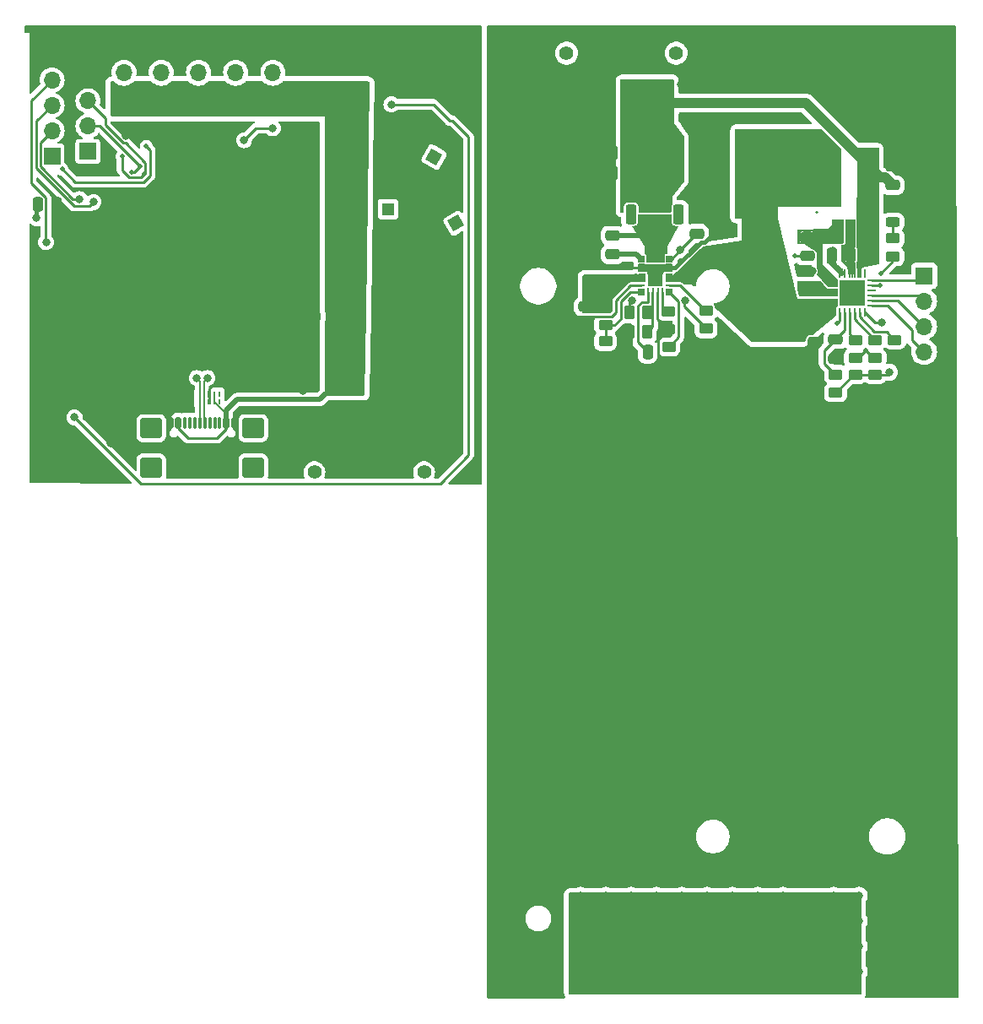
<source format=gbr>
%TF.GenerationSoftware,KiCad,Pcbnew,8.0.3*%
%TF.CreationDate,2024-07-13T14:18:46-04:00*%
%TF.ProjectId,get-a-grip-on-reality,6765742d-612d-4677-9269-702d6f6e2d72,rev?*%
%TF.SameCoordinates,Original*%
%TF.FileFunction,Copper,L2,Bot*%
%TF.FilePolarity,Positive*%
%FSLAX46Y46*%
G04 Gerber Fmt 4.6, Leading zero omitted, Abs format (unit mm)*
G04 Created by KiCad (PCBNEW 8.0.3) date 2024-07-13 14:18:46*
%MOMM*%
%LPD*%
G01*
G04 APERTURE LIST*
G04 Aperture macros list*
%AMRoundRect*
0 Rectangle with rounded corners*
0 $1 Rounding radius*
0 $2 $3 $4 $5 $6 $7 $8 $9 X,Y pos of 4 corners*
0 Add a 4 corners polygon primitive as box body*
4,1,4,$2,$3,$4,$5,$6,$7,$8,$9,$2,$3,0*
0 Add four circle primitives for the rounded corners*
1,1,$1+$1,$2,$3*
1,1,$1+$1,$4,$5*
1,1,$1+$1,$6,$7*
1,1,$1+$1,$8,$9*
0 Add four rect primitives between the rounded corners*
20,1,$1+$1,$2,$3,$4,$5,0*
20,1,$1+$1,$4,$5,$6,$7,0*
20,1,$1+$1,$6,$7,$8,$9,0*
20,1,$1+$1,$8,$9,$2,$3,0*%
%AMRotRect*
0 Rectangle, with rotation*
0 The origin of the aperture is its center*
0 $1 length*
0 $2 width*
0 $3 Rotation angle, in degrees counterclockwise*
0 Add horizontal line*
21,1,$1,$2,0,0,$3*%
G04 Aperture macros list end*
%TA.AperFunction,EtchedComponent*%
%ADD10C,0.000000*%
%TD*%
%TA.AperFunction,ComponentPad*%
%ADD11C,1.258000*%
%TD*%
%TA.AperFunction,ComponentPad*%
%ADD12RotRect,1.258000X1.258000X210.000000*%
%TD*%
%TA.AperFunction,ComponentPad*%
%ADD13R,1.700000X1.700000*%
%TD*%
%TA.AperFunction,ComponentPad*%
%ADD14O,1.700000X1.700000*%
%TD*%
%TA.AperFunction,HeatsinkPad*%
%ADD15R,1.600000X0.500000*%
%TD*%
%TA.AperFunction,ComponentPad*%
%ADD16C,1.400000*%
%TD*%
%TA.AperFunction,ComponentPad*%
%ADD17R,3.500000X3.500000*%
%TD*%
%TA.AperFunction,ComponentPad*%
%ADD18C,3.500000*%
%TD*%
%TA.AperFunction,ComponentPad*%
%ADD19RotRect,1.258000X1.258000X330.000000*%
%TD*%
%TA.AperFunction,ComponentPad*%
%ADD20R,1.258000X1.258000*%
%TD*%
%TA.AperFunction,SMDPad,CuDef*%
%ADD21RoundRect,0.250000X-0.450000X0.262500X-0.450000X-0.262500X0.450000X-0.262500X0.450000X0.262500X0*%
%TD*%
%TA.AperFunction,SMDPad,CuDef*%
%ADD22R,0.675000X0.675000*%
%TD*%
%TA.AperFunction,SMDPad,CuDef*%
%ADD23R,0.650001X0.249999*%
%TD*%
%TA.AperFunction,SMDPad,CuDef*%
%ADD24R,0.800001X0.850001*%
%TD*%
%TA.AperFunction,SMDPad,CuDef*%
%ADD25R,1.849999X0.700001*%
%TD*%
%TA.AperFunction,SMDPad,CuDef*%
%ADD26R,0.249999X0.650001*%
%TD*%
%TA.AperFunction,SMDPad,CuDef*%
%ADD27C,1.374676*%
%TD*%
%TA.AperFunction,SMDPad,CuDef*%
%ADD28R,0.250000X0.625000*%
%TD*%
%TA.AperFunction,SMDPad,CuDef*%
%ADD29R,0.450000X0.700000*%
%TD*%
%TA.AperFunction,SMDPad,CuDef*%
%ADD30R,0.450000X0.575000*%
%TD*%
%TA.AperFunction,SMDPad,CuDef*%
%ADD31RoundRect,0.250000X0.475000X-0.250000X0.475000X0.250000X-0.475000X0.250000X-0.475000X-0.250000X0*%
%TD*%
%TA.AperFunction,SMDPad,CuDef*%
%ADD32RoundRect,0.250000X-0.250000X-0.475000X0.250000X-0.475000X0.250000X0.475000X-0.250000X0.475000X0*%
%TD*%
%TA.AperFunction,SMDPad,CuDef*%
%ADD33RoundRect,0.250000X0.450000X-0.262500X0.450000X0.262500X-0.450000X0.262500X-0.450000X-0.262500X0*%
%TD*%
%TA.AperFunction,SMDPad,CuDef*%
%ADD34RoundRect,0.243750X0.456250X-0.243750X0.456250X0.243750X-0.456250X0.243750X-0.456250X-0.243750X0*%
%TD*%
%TA.AperFunction,SMDPad,CuDef*%
%ADD35RoundRect,0.250000X-0.475000X0.250000X-0.475000X-0.250000X0.475000X-0.250000X0.475000X0.250000X0*%
%TD*%
%TA.AperFunction,SMDPad,CuDef*%
%ADD36RoundRect,0.250000X-0.262500X-0.450000X0.262500X-0.450000X0.262500X0.450000X-0.262500X0.450000X0*%
%TD*%
%TA.AperFunction,SMDPad,CuDef*%
%ADD37RoundRect,0.250000X0.250000X0.475000X-0.250000X0.475000X-0.250000X-0.475000X0.250000X-0.475000X0*%
%TD*%
%TA.AperFunction,SMDPad,CuDef*%
%ADD38R,0.650000X2.000000*%
%TD*%
%TA.AperFunction,SMDPad,CuDef*%
%ADD39RoundRect,0.250000X0.262500X0.450000X-0.262500X0.450000X-0.262500X-0.450000X0.262500X-0.450000X0*%
%TD*%
%TA.AperFunction,SMDPad,CuDef*%
%ADD40RoundRect,0.062500X0.375000X0.062500X-0.375000X0.062500X-0.375000X-0.062500X0.375000X-0.062500X0*%
%TD*%
%TA.AperFunction,SMDPad,CuDef*%
%ADD41RoundRect,0.062500X0.062500X0.375000X-0.062500X0.375000X-0.062500X-0.375000X0.062500X-0.375000X0*%
%TD*%
%TA.AperFunction,HeatsinkPad*%
%ADD42R,2.500000X2.500000*%
%TD*%
%TA.AperFunction,SMDPad,CuDef*%
%ADD43RoundRect,0.275000X0.725000X-0.275000X0.725000X0.275000X-0.725000X0.275000X-0.725000X-0.275000X0*%
%TD*%
%TA.AperFunction,SMDPad,CuDef*%
%ADD44RoundRect,0.275000X-0.275000X-0.725000X0.275000X-0.725000X0.275000X0.725000X-0.275000X0.725000X0*%
%TD*%
%TA.AperFunction,SMDPad,CuDef*%
%ADD45RoundRect,0.275000X0.275000X0.725000X-0.275000X0.725000X-0.275000X-0.725000X0.275000X-0.725000X0*%
%TD*%
%TA.AperFunction,SMDPad,CuDef*%
%ADD46RoundRect,0.150000X0.150000X0.425000X-0.150000X0.425000X-0.150000X-0.425000X0.150000X-0.425000X0*%
%TD*%
%TA.AperFunction,SMDPad,CuDef*%
%ADD47RoundRect,0.075000X0.075000X0.500000X-0.075000X0.500000X-0.075000X-0.500000X0.075000X-0.500000X0*%
%TD*%
%TA.AperFunction,SMDPad,CuDef*%
%ADD48RoundRect,0.250000X0.840000X0.750000X-0.840000X0.750000X-0.840000X-0.750000X0.840000X-0.750000X0*%
%TD*%
%TA.AperFunction,ViaPad*%
%ADD49C,0.800000*%
%TD*%
%TA.AperFunction,ViaPad*%
%ADD50C,0.500000*%
%TD*%
%TA.AperFunction,ViaPad*%
%ADD51C,0.600000*%
%TD*%
%TA.AperFunction,Conductor*%
%ADD52C,0.400000*%
%TD*%
%TA.AperFunction,Conductor*%
%ADD53C,0.250000*%
%TD*%
%TA.AperFunction,Conductor*%
%ADD54C,1.000000*%
%TD*%
%TA.AperFunction,Conductor*%
%ADD55C,0.500000*%
%TD*%
%TA.AperFunction,Conductor*%
%ADD56C,0.150000*%
%TD*%
G04 APERTURE END LIST*
D10*
%TA.AperFunction,EtchedComponent*%
%TO.C,U7*%
G36*
X102600000Y-56184999D02*
G01*
X104599999Y-56184999D01*
X104674002Y-56110000D01*
X105250000Y-56110000D01*
X105350000Y-56210000D01*
X105350000Y-56860001D01*
X105250000Y-56959998D01*
X104450002Y-56959998D01*
X104400002Y-57009998D01*
X104399999Y-57079002D01*
X104375001Y-57122000D01*
X104349999Y-57166000D01*
X104350002Y-58235000D01*
X104250000Y-58334999D01*
X102950002Y-58334999D01*
X102850000Y-58235000D01*
X102850000Y-57166003D01*
X102825001Y-57122000D01*
X102800000Y-57079000D01*
X102800000Y-57010003D01*
X102750000Y-56959998D01*
X101950002Y-56960001D01*
X101850002Y-56859999D01*
X101850002Y-56210000D01*
X101950002Y-56110000D01*
X102526000Y-56110000D01*
X102600000Y-56184999D01*
G37*
%TD.AperFunction*%
%TD*%
D11*
%TO.P,D5,A*%
%TO.N,GND*%
X81400296Y-53310000D03*
D12*
%TO.P,D5,K*%
%TO.N,/Light Sensor/1IN-*%
X83600000Y-52040000D03*
%TD*%
D13*
%TO.P,J9,1,Pin_1*%
%TO.N,+5V*%
X57759664Y-39446000D03*
D14*
%TO.P,J9,2,Pin_2*%
%TO.N,/MOTOR3*%
X57759664Y-36906000D03*
%TO.P,J9,3,Pin_3*%
%TO.N,GND*%
X57759664Y-34366000D03*
%TD*%
D13*
%TO.P,J11,1,Pin_1*%
%TO.N,+5V*%
X65227000Y-39446000D03*
D14*
%TO.P,J11,2,Pin_2*%
%TO.N,/MOTOR5*%
X65227000Y-36906000D03*
%TO.P,J11,3,Pin_3*%
%TO.N,GND*%
X65227000Y-34366000D03*
%TD*%
D13*
%TO.P,J10,1,Pin_1*%
%TO.N,+5V*%
X61493330Y-39446000D03*
D14*
%TO.P,J10,2,Pin_2*%
%TO.N,/MOTOR4*%
X61493330Y-36906000D03*
%TO.P,J10,3,Pin_3*%
%TO.N,GND*%
X61493330Y-34366000D03*
%TD*%
D15*
%TO.P,U1,7,PAD*%
%TO.N,GND*%
X69225000Y-61400000D03*
%TD*%
D16*
%TO.P,J15,*%
%TO.N,*%
X94700600Y-34988200D03*
X105700600Y-34988200D03*
D17*
%TO.P,J15,1,Pin_1*%
%TO.N,GND*%
X97700600Y-39988200D03*
D18*
%TO.P,J15,2,Pin_2*%
%TO.N,+5V*%
X102700600Y-39988200D03*
%TD*%
D11*
%TO.P,D6,A*%
%TO.N,GND*%
X83600000Y-46675000D03*
D19*
%TO.P,D6,K*%
%TO.N,/Light Sensor/1IN-*%
X81400296Y-45405000D03*
%TD*%
D13*
%TO.P,J8,1,Pin_1*%
%TO.N,+5V*%
X54025998Y-39446000D03*
D14*
%TO.P,J8,2,Pin_2*%
%TO.N,/MOTOR2*%
X54025998Y-36906000D03*
%TO.P,J8,3,Pin_3*%
%TO.N,GND*%
X54025998Y-34366000D03*
%TD*%
D13*
%TO.P,J1,1,Pin_1*%
%TO.N,+3.3V*%
X46675000Y-44845000D03*
D14*
%TO.P,J1,2,Pin_2*%
%TO.N,/IMU/SDO*%
X46675000Y-42305000D03*
%TO.P,J1,3,Pin_3*%
%TO.N,/IMU/SCLK*%
X46675000Y-39765000D03*
%TO.P,J1,4,Pin_4*%
%TO.N,GND*%
X46675000Y-37225000D03*
%TD*%
D13*
%TO.P,J13,1,Pin_1*%
%TO.N,+3.3V*%
X43075000Y-45295000D03*
D14*
%TO.P,J13,2,Pin_2*%
%TO.N,Net-(J13-Pin_2)*%
X43075000Y-42755000D03*
%TO.P,J13,3,Pin_3*%
%TO.N,Net-(J13-Pin_3)*%
X43075000Y-40215000D03*
%TO.P,J13,4,Pin_4*%
%TO.N,Net-(J13-Pin_4)*%
X43075000Y-37675000D03*
%TO.P,J13,5,Pin_5*%
%TO.N,GND*%
X43075000Y-35135000D03*
%TD*%
D13*
%TO.P,J7,1,Pin_1*%
%TO.N,+5V*%
X50292332Y-39446000D03*
D14*
%TO.P,J7,2,Pin_2*%
%TO.N,/MOTOR1*%
X50292332Y-36906000D03*
%TO.P,J7,3,Pin_3*%
%TO.N,GND*%
X50292332Y-34366000D03*
%TD*%
D11*
%TO.P,D4,A*%
%TO.N,GND*%
X76775000Y-48092500D03*
D20*
%TO.P,D4,K*%
%TO.N,/Light Sensor/1IN-*%
X76775000Y-50632500D03*
%TD*%
D21*
%TO.P,R15,1*%
%TO.N,Net-(U7-ILIM)*%
X104904600Y-60866496D03*
%TO.P,R15,2*%
%TO.N,GND*%
X104904600Y-62691496D03*
%TD*%
D22*
%TO.P,U7,1,EN*%
%TO.N,Net-(U7-EN)*%
X102187502Y-58947500D03*
D23*
%TO.P,U7,2,AGND*%
%TO.N,GND*%
X102225000Y-58285000D03*
D24*
%TO.P,U7,3,VIN*%
%TO.N,+BATT*%
X102250001Y-57534999D03*
D23*
%TO.P,U7,4,PGND*%
%TO.N,GND*%
X102225000Y-56534998D03*
D22*
%TO.P,U7,5,BOOT*%
%TO.N,/Power/BOOT*%
X102187502Y-55622498D03*
D25*
%TO.P,U7,6,SW*%
%TO.N,/Power/SW_5*%
X103600001Y-55635000D03*
D22*
%TO.P,U7,7,VCC*%
%TO.N,Net-(U7-VCC)*%
X105012500Y-55622498D03*
D23*
%TO.P,U7,8,PGND*%
%TO.N,GND*%
X104975002Y-56534998D03*
D24*
%TO.P,U7,9,VIN*%
%TO.N,+BATT*%
X104950001Y-57534999D03*
D23*
%TO.P,U7,10,PG*%
%TO.N,Net-(U7-PG)*%
X104975002Y-58285000D03*
D22*
%TO.P,U7,11,MSEL*%
%TO.N,Net-(U7-MSEL)*%
X105012500Y-58947500D03*
D26*
%TO.P,U7,12,ILIM*%
%TO.N,Net-(U7-ILIM)*%
X104350002Y-58910000D03*
%TO.P,U7,13,GOSNS*%
%TO.N,GND*%
X103850001Y-58910000D03*
%TO.P,U7,14,FB*%
%TO.N,Net-(U7-FB)*%
X103350001Y-58910000D03*
%TO.P,U7,15,SS*%
%TO.N,Net-(U7-SS)*%
X102850000Y-58910000D03*
D27*
%TO.P,U7,16,PGND*%
%TO.N,GND*%
X103600001Y-57016572D03*
%TD*%
D28*
%TO.P,U3,1*%
%TO.N,/MCU/USB_N*%
X57875000Y-69195000D03*
%TO.P,U3,2*%
%TO.N,/MCU/USB_P*%
X58375000Y-69195000D03*
D29*
%TO.P,U3,3,VSS*%
%TO.N,GND*%
X58875000Y-69232500D03*
D28*
%TO.P,U3,4*%
%TO.N,+5V*%
X59375000Y-69195000D03*
%TO.P,U3,5*%
%TO.N,unconnected-(U3-Pad5)*%
X59875000Y-69195000D03*
%TO.P,U3,6,NC*%
%TO.N,unconnected-(U3-NC-Pad6)*%
X59875000Y-69970000D03*
%TO.P,U3,7,NC*%
%TO.N,+5V*%
X59375000Y-69970000D03*
D30*
%TO.P,U3,8,VSS*%
%TO.N,GND*%
X58875000Y-69995000D03*
D28*
%TO.P,U3,9,NC*%
%TO.N,/MCU/USB_P*%
X58375000Y-69970000D03*
%TO.P,U3,10,NC*%
%TO.N,/MCU/USB_N*%
X57875000Y-69970000D03*
%TD*%
D31*
%TO.P,C22,1*%
%TO.N,Net-(U7-VCC)*%
X107800000Y-53075000D03*
%TO.P,C22,2*%
%TO.N,GND*%
X107800000Y-51175000D03*
%TD*%
D21*
%TO.P,R9,1*%
%TO.N,Net-(U6-ILIM)*%
X127632774Y-63747300D03*
%TO.P,R9,2*%
%TO.N,GND*%
X127632774Y-65572300D03*
%TD*%
D31*
%TO.P,C20,1*%
%TO.N,+BATT*%
X110904548Y-54650150D03*
%TO.P,C20,2*%
%TO.N,GND*%
X110904548Y-52750150D03*
%TD*%
D21*
%TO.P,TH1,1*%
%TO.N,Net-(U6-TS)*%
X125668974Y-67210300D03*
%TO.P,TH1,2*%
%TO.N,GND*%
X125668974Y-69035300D03*
%TD*%
D32*
%TO.P,C28,1*%
%TO.N,+5V*%
X105508600Y-46923796D03*
%TO.P,C28,2*%
%TO.N,GND*%
X107408600Y-46923796D03*
%TD*%
D21*
%TO.P,R18,1*%
%TO.N,Net-(U6-CBSET)*%
X123676908Y-63747300D03*
%TO.P,R18,2*%
%TO.N,/Power/CELL_1*%
X123676908Y-65572300D03*
%TD*%
%TO.P,R10,1*%
%TO.N,+BATT*%
X98600000Y-60425000D03*
%TO.P,R10,2*%
%TO.N,Net-(U7-EN)*%
X98600000Y-62250000D03*
%TD*%
D33*
%TO.P,R14,1*%
%TO.N,Net-(U7-VCC)*%
X108700600Y-62617196D03*
%TO.P,R14,2*%
%TO.N,Net-(U7-PG)*%
X108700600Y-60792196D03*
%TD*%
D31*
%TO.P,C26,1*%
%TO.N,/Power/SNS*%
X118844374Y-58779100D03*
%TO.P,C26,2*%
%TO.N,GND*%
X118844374Y-56879100D03*
%TD*%
D34*
%TO.P,D7,1,K*%
%TO.N,Net-(D7-K)*%
X127454974Y-51927900D03*
%TO.P,D7,2,A*%
%TO.N,GND*%
X127454974Y-50052900D03*
%TD*%
D35*
%TO.P,C24,1*%
%TO.N,Net-(U6-REGN)*%
X121668974Y-63709800D03*
%TO.P,C24,2*%
%TO.N,GND*%
X121668974Y-65609800D03*
%TD*%
D21*
%TO.P,R16,1*%
%TO.N,Net-(U7-MSEL)*%
X104950000Y-64450000D03*
%TO.P,R16,2*%
%TO.N,GND*%
X104950000Y-66275000D03*
%TD*%
D36*
%TO.P,R19,1*%
%TO.N,+5V*%
X100972200Y-60969996D03*
%TO.P,R19,2*%
%TO.N,Net-(U7-FB)*%
X102797200Y-60969996D03*
%TD*%
D21*
%TO.P,R8,1*%
%TO.N,Net-(D7-K)*%
X127454974Y-53561900D03*
%TO.P,R8,2*%
%TO.N,Net-(U6-STAT)*%
X127454974Y-55386900D03*
%TD*%
D37*
%TO.P,C29,1*%
%TO.N,+5V*%
X101179548Y-47025150D03*
%TO.P,C29,2*%
%TO.N,GND*%
X99279548Y-47025150D03*
%TD*%
D38*
%TO.P,L1,1,1*%
%TO.N,/Power/PMID*%
X123339574Y-52876100D03*
%TO.P,L1,2,2*%
%TO.N,/Power/SW_BAT*%
X121989574Y-52876100D03*
%TD*%
D16*
%TO.P,J12,*%
%TO.N,*%
X69400000Y-77025000D03*
X80400000Y-77025000D03*
D17*
%TO.P,J12,1,Pin_1*%
%TO.N,GND*%
X77400000Y-67025000D03*
D18*
%TO.P,J12,2,Pin_2*%
%TO.N,+5V*%
X72400000Y-67025000D03*
%TD*%
D13*
%TO.P,J14,1,Pin_1*%
%TO.N,Net-(J14-Pin_1)*%
X130579174Y-57321100D03*
D14*
%TO.P,J14,2,Pin_2*%
%TO.N,Net-(J14-Pin_2)*%
X130579174Y-59861100D03*
%TO.P,J14,3,Pin_3*%
%TO.N,Net-(J14-Pin_3)*%
X130579174Y-62401100D03*
%TO.P,J14,4,Pin_4*%
%TO.N,Net-(J14-Pin_4)*%
X130579174Y-64941100D03*
%TO.P,J14,5,Pin_5*%
%TO.N,GND*%
X130579174Y-67481100D03*
%TD*%
D35*
%TO.P,C16,1*%
%TO.N,+BATT*%
X117599774Y-63284900D03*
%TO.P,C16,2*%
%TO.N,GND*%
X117599774Y-65184900D03*
%TD*%
D21*
%TO.P,R11,1*%
%TO.N,Net-(U7-EN)*%
X98600000Y-63900000D03*
%TO.P,R11,2*%
%TO.N,GND*%
X98600000Y-65725000D03*
%TD*%
D39*
%TO.P,R20,1*%
%TO.N,Net-(U7-FB)*%
X102799100Y-62925796D03*
%TO.P,R20,2*%
%TO.N,GND*%
X100974100Y-62925796D03*
%TD*%
D32*
%TO.P,C21,1*%
%TO.N,GND*%
X121333574Y-55238300D03*
%TO.P,C21,2*%
%TO.N,/Power/PMID*%
X123233574Y-55238300D03*
%TD*%
D40*
%TO.P,U6,1,~{PG}*%
%TO.N,Net-(J14-Pin_1)*%
X125283074Y-57765800D03*
%TO.P,U6,2,STAT*%
%TO.N,Net-(U6-STAT)*%
X125283074Y-58265800D03*
%TO.P,U6,3,CD*%
%TO.N,unconnected-(U6-CD-Pad3)*%
X125283074Y-58765800D03*
%TO.P,U6,4,SDA*%
%TO.N,Net-(J14-Pin_2)*%
X125283074Y-59265800D03*
%TO.P,U6,5,SCL*%
%TO.N,Net-(J14-Pin_3)*%
X125283074Y-59765800D03*
%TO.P,U6,6,~{INT}*%
%TO.N,Net-(J14-Pin_4)*%
X125283074Y-60265800D03*
D41*
%TO.P,U6,7,TS*%
%TO.N,Net-(U6-TS)*%
X124595574Y-60953300D03*
%TO.P,U6,8,ILIM*%
%TO.N,Net-(U6-ILIM)*%
X124095574Y-60953300D03*
%TO.P,U6,9,MID*%
%TO.N,Net-(U6-MID)*%
X123595574Y-60953300D03*
%TO.P,U6,10,CBSET*%
%TO.N,Net-(U6-CBSET)*%
X123095574Y-60953300D03*
%TO.P,U6,11,REGN*%
%TO.N,Net-(U6-REGN)*%
X122595574Y-60953300D03*
%TO.P,U6,12,BTST*%
%TO.N,Net-(U6-BTST)*%
X122095574Y-60953300D03*
D40*
%TO.P,U6,13,BAT*%
%TO.N,+BATT*%
X121408074Y-60265800D03*
%TO.P,U6,14,BAT*%
X121408074Y-59765800D03*
%TO.P,U6,15,SNS*%
%TO.N,/Power/SNS*%
X121408074Y-59265800D03*
%TO.P,U6,16,SNS*%
X121408074Y-58765800D03*
%TO.P,U6,17,SW*%
%TO.N,/Power/SW_BAT*%
X121408074Y-58265800D03*
%TO.P,U6,18,SW*%
X121408074Y-57765800D03*
D41*
%TO.P,U6,19,GND*%
%TO.N,GND*%
X122095574Y-57078300D03*
%TO.P,U6,20,GND*%
X122595574Y-57078300D03*
%TO.P,U6,21,PMID*%
%TO.N,/Power/PMID*%
X123095574Y-57078300D03*
%TO.P,U6,22,PMID*%
X123595574Y-57078300D03*
%TO.P,U6,23,VBUS*%
%TO.N,+5V*%
X124095574Y-57078300D03*
%TO.P,U6,24,PSEL*%
%TO.N,unconnected-(U6-PSEL-Pad24)*%
X124595574Y-57078300D03*
D42*
%TO.P,U6,25*%
%TO.N,N/C*%
X123345574Y-59015800D03*
%TD*%
D31*
%TO.P,C14,1*%
%TO.N,+5V*%
X127450600Y-48238200D03*
%TO.P,C14,2*%
%TO.N,GND*%
X127450600Y-46338200D03*
%TD*%
D21*
%TO.P,R12,1*%
%TO.N,Net-(U6-REGN)*%
X121693974Y-67210300D03*
%TO.P,R12,2*%
%TO.N,Net-(U6-TS)*%
X121693974Y-69035300D03*
%TD*%
D37*
%TO.P,C18,1*%
%TO.N,+BATT*%
X96950000Y-58625000D03*
%TO.P,C18,2*%
%TO.N,GND*%
X95050000Y-58625000D03*
%TD*%
D35*
%TO.P,C19,1*%
%TO.N,+BATT*%
X115454548Y-63284900D03*
%TO.P,C19,2*%
%TO.N,GND*%
X115454548Y-65184900D03*
%TD*%
D21*
%TO.P,R17,1*%
%TO.N,Net-(U6-MID)*%
X125654841Y-63747300D03*
%TO.P,R17,2*%
%TO.N,/Power/CELL_1*%
X125654841Y-65572300D03*
%TD*%
D32*
%TO.P,C7,1*%
%TO.N,+3.3V*%
X41625000Y-50150000D03*
%TO.P,C7,2*%
%TO.N,GND*%
X43525000Y-50150000D03*
%TD*%
D31*
%TO.P,C25,1*%
%TO.N,Net-(U6-BTST)*%
X118844374Y-55314500D03*
%TO.P,C25,2*%
%TO.N,/Power/SW_BAT*%
X118844374Y-53414500D03*
%TD*%
D37*
%TO.P,C30,1*%
%TO.N,+5V*%
X101194748Y-44967750D03*
%TO.P,C30,2*%
%TO.N,GND*%
X99294748Y-44967750D03*
%TD*%
D31*
%TO.P,C27,1*%
%TO.N,/Power/BOOT*%
X99300000Y-55175000D03*
%TO.P,C27,2*%
%TO.N,/Power/SW_5*%
X99300000Y-53275000D03*
%TD*%
D21*
%TO.P,R13,1*%
%TO.N,Net-(U6-TS)*%
X123681474Y-67210300D03*
%TO.P,R13,2*%
%TO.N,GND*%
X123681474Y-69035300D03*
%TD*%
D43*
%TO.P,L2,1,1*%
%TO.N,/Power/SW_5*%
X103563000Y-53565596D03*
%TO.P,L2,2,2*%
%TO.N,+5V*%
X103563000Y-48765596D03*
D44*
%TO.P,L2,MP*%
%TO.N,N/C*%
X101163000Y-51165596D03*
D45*
X105963000Y-51165596D03*
%TD*%
D35*
%TO.P,C15,1*%
%TO.N,+BATT*%
X119657174Y-62065700D03*
%TO.P,C15,2*%
%TO.N,GND*%
X119657174Y-63965700D03*
%TD*%
%TO.P,C17,1*%
%TO.N,+BATT*%
X96593400Y-60400000D03*
%TO.P,C17,2*%
%TO.N,GND*%
X96593400Y-62300000D03*
%TD*%
D46*
%TO.P,P1,A1,GND*%
%TO.N,GND*%
X61350000Y-72045000D03*
%TO.P,P1,A4,VBUS*%
%TO.N,+5V*%
X60550000Y-72045000D03*
D47*
%TO.P,P1,A5,CC*%
%TO.N,unconnected-(P1-CC-PadA5)*%
X59400000Y-72045000D03*
%TO.P,P1,A6,D+*%
%TO.N,/MCU/USB_P*%
X58400000Y-72045000D03*
%TO.P,P1,A7,D-*%
%TO.N,/MCU/USB_N*%
X57900000Y-72045000D03*
%TO.P,P1,A8*%
%TO.N,N/C*%
X56900000Y-72045000D03*
D46*
%TO.P,P1,A9,VBUS*%
%TO.N,+5V*%
X55750000Y-72045000D03*
%TO.P,P1,A12,GND*%
%TO.N,GND*%
X54950000Y-72045000D03*
%TO.P,P1,B1,GND*%
X54950000Y-72045000D03*
%TO.P,P1,B4,VBUS*%
%TO.N,+5V*%
X55750000Y-72045000D03*
D47*
%TO.P,P1,B5,VCONN*%
%TO.N,unconnected-(P1-VCONN-PadB5)*%
X56400000Y-72045000D03*
%TO.P,P1,B6*%
%TO.N,N/C*%
X57400000Y-72045000D03*
%TO.P,P1,B7*%
X58900000Y-72045000D03*
%TO.P,P1,B8*%
X59900000Y-72045000D03*
D46*
%TO.P,P1,B9,VBUS*%
%TO.N,+5V*%
X60550000Y-72045000D03*
%TO.P,P1,B12,GND*%
%TO.N,GND*%
X61350000Y-72045000D03*
D48*
%TO.P,P1,S1,SHIELD*%
%TO.N,unconnected-(P1-SHIELD-PadS1)_1*%
X63260000Y-76550000D03*
%TO.N,unconnected-(P1-SHIELD-PadS1)_2*%
X63260000Y-72620000D03*
%TO.N,unconnected-(P1-SHIELD-PadS1)_0*%
X53040000Y-76550000D03*
%TO.N,unconnected-(P1-SHIELD-PadS1)*%
X53040000Y-72620000D03*
%TD*%
D37*
%TO.P,C23,1*%
%TO.N,Net-(U7-SS)*%
X102836600Y-64932396D03*
%TO.P,C23,2*%
%TO.N,GND*%
X100936600Y-64932396D03*
%TD*%
D49*
%TO.N,GND*%
X98529000Y-78753200D03*
X90909000Y-104153200D03*
X113769000Y-111773200D03*
D50*
X75789000Y-70525000D03*
D49*
X88369000Y-106693200D03*
X93449000Y-50813200D03*
X98529000Y-96533200D03*
X111229000Y-83833200D03*
D50*
X51789000Y-51325000D03*
X78989000Y-43325000D03*
X48589000Y-64125000D03*
X82189000Y-65725000D03*
X78989000Y-70525000D03*
X77389000Y-75325000D03*
D49*
X68900000Y-49950000D03*
X126469000Y-104153200D03*
D50*
X54989000Y-60925000D03*
D49*
X103609000Y-99073200D03*
X106149000Y-78753200D03*
D50*
X70989000Y-36925000D03*
D49*
X113769000Y-35573200D03*
X50710000Y-59820000D03*
X116309000Y-83833200D03*
X103609000Y-78753200D03*
X131549000Y-78753200D03*
X126469000Y-86373200D03*
D50*
X77389000Y-44925000D03*
D49*
X51420000Y-58970000D03*
X88369000Y-119393200D03*
X121389000Y-111773200D03*
X106149000Y-111773200D03*
X98529000Y-111773200D03*
X101069000Y-35573200D03*
D50*
X56589000Y-52925000D03*
X48589000Y-54525000D03*
D49*
X126469000Y-71133200D03*
X121389000Y-76213200D03*
X65925000Y-60325000D03*
X126469000Y-78753200D03*
D50*
X83789000Y-36925000D03*
D49*
X95989000Y-91453200D03*
X93449000Y-119393200D03*
X111229000Y-38113200D03*
X88369000Y-76213200D03*
X129009000Y-101613200D03*
X103609000Y-93993200D03*
X90909000Y-86373200D03*
X131549000Y-121933200D03*
D50*
X80589000Y-56125000D03*
X53389000Y-52925000D03*
D49*
X131549000Y-53353200D03*
X101069000Y-101613200D03*
X109200000Y-47950000D03*
X88369000Y-114313200D03*
X108689000Y-43193200D03*
X88369000Y-43193200D03*
D50*
X82189000Y-59325000D03*
D49*
X90909000Y-66053200D03*
X129009000Y-71133200D03*
X106149000Y-68593200D03*
D50*
X82189000Y-75325000D03*
D49*
X116309000Y-104153200D03*
D50*
X70989000Y-72125000D03*
X75789000Y-46525000D03*
D49*
X51520000Y-57020000D03*
D50*
X77389000Y-72125000D03*
X54989000Y-59325000D03*
X58189000Y-57725000D03*
D49*
X41925000Y-60525000D03*
X129009000Y-81293200D03*
X48925000Y-74075000D03*
X129009000Y-127013200D03*
X98529000Y-81293200D03*
D50*
X78989000Y-60925000D03*
D49*
X88369000Y-91453200D03*
X121400000Y-55750000D03*
X126469000Y-121933200D03*
D51*
X103175000Y-57284999D03*
D49*
X95989000Y-78753200D03*
X50090000Y-57030000D03*
D50*
X80589000Y-41725000D03*
X69389000Y-73725000D03*
D49*
X90909000Y-111773200D03*
X101069000Y-81293200D03*
X95989000Y-116853200D03*
X88369000Y-48273200D03*
D50*
X78989000Y-76925000D03*
X66189000Y-54525000D03*
X53389000Y-49725000D03*
D49*
X129009000Y-106693200D03*
X108689000Y-104153200D03*
X126469000Y-83833200D03*
X109075000Y-45600000D03*
D50*
X45389000Y-51325000D03*
D49*
X95989000Y-106693200D03*
X95989000Y-101613200D03*
D50*
X83789000Y-40125000D03*
X75789000Y-75325000D03*
D49*
X129009000Y-91453200D03*
X95989000Y-73673200D03*
X88369000Y-73673200D03*
X58725000Y-45050000D03*
X106149000Y-104153200D03*
D50*
X58189000Y-54525000D03*
D49*
X123929000Y-101613200D03*
X129009000Y-38113200D03*
X126469000Y-40653200D03*
X66075000Y-43925000D03*
X98529000Y-83833200D03*
D50*
X56589000Y-60925000D03*
D49*
X129009000Y-124473200D03*
X129009000Y-104153200D03*
X131549000Y-88913200D03*
X108689000Y-66053200D03*
X88369000Y-71133200D03*
D50*
X82189000Y-60925000D03*
D49*
X98529000Y-93993200D03*
X88369000Y-109233200D03*
D50*
X69389000Y-75325000D03*
D49*
X129009000Y-93993200D03*
X126469000Y-91453200D03*
X88369000Y-93993200D03*
X98529000Y-35573200D03*
X93449000Y-76213200D03*
D50*
X83789000Y-38525000D03*
D49*
X116309000Y-68593200D03*
X93449000Y-38113200D03*
X103609000Y-111773200D03*
X95989000Y-99073200D03*
X116309000Y-76213200D03*
X90909000Y-50813200D03*
X103609000Y-76213200D03*
X108689000Y-99073200D03*
D50*
X78989000Y-73725000D03*
D49*
X123929000Y-78753200D03*
X121400000Y-54775000D03*
X111229000Y-91453200D03*
X113769000Y-68593200D03*
X108689000Y-35573200D03*
D50*
X46989000Y-59325000D03*
D49*
X126469000Y-116853200D03*
D50*
X72589000Y-72125000D03*
D49*
X88369000Y-58433200D03*
X116309000Y-109233200D03*
D50*
X70989000Y-70525000D03*
D49*
X88369000Y-63513200D03*
X131549000Y-40653200D03*
D50*
X80589000Y-36925000D03*
D49*
X131549000Y-109233200D03*
X48530000Y-58990000D03*
X123929000Y-81293200D03*
X113769000Y-109233200D03*
X93449000Y-68593200D03*
D50*
X59789000Y-36925000D03*
D49*
X88369000Y-60973200D03*
X131549000Y-91453200D03*
X88369000Y-124473200D03*
X45325000Y-56325000D03*
X113769000Y-99073200D03*
X129009000Y-88913200D03*
X111229000Y-71133200D03*
X90909000Y-71133200D03*
X123929000Y-76213200D03*
X101069000Y-91453200D03*
D50*
X56589000Y-49725000D03*
D49*
X93449000Y-88913200D03*
X103609000Y-106693200D03*
D50*
X78989000Y-44925000D03*
D49*
X90909000Y-106693200D03*
D50*
X56589000Y-56125000D03*
D49*
X116309000Y-106693200D03*
X95989000Y-68593200D03*
X131549000Y-38113200D03*
X93449000Y-99073200D03*
D50*
X56589000Y-64125000D03*
D51*
X104050000Y-56600000D03*
D49*
X121389000Y-71133200D03*
X101069000Y-73673200D03*
X111229000Y-63513200D03*
D50*
X46989000Y-76925000D03*
D49*
X93449000Y-101613200D03*
D50*
X50189000Y-49725000D03*
X50189000Y-51325000D03*
D49*
X49825000Y-42325000D03*
X106149000Y-71133200D03*
X121389000Y-78753200D03*
D50*
X42189000Y-75325000D03*
D49*
X129009000Y-83833200D03*
X118849000Y-68593200D03*
X95989000Y-93993200D03*
X121389000Y-91453200D03*
X116309000Y-35573200D03*
D50*
X75789000Y-76925000D03*
D49*
X121389000Y-106693200D03*
X88369000Y-45733200D03*
X123929000Y-109233200D03*
X110300000Y-49675000D03*
D50*
X82189000Y-36925000D03*
D49*
X108689000Y-109233200D03*
D50*
X82189000Y-48125000D03*
D49*
X101069000Y-71133200D03*
D50*
X78989000Y-64125000D03*
D49*
X98529000Y-88913200D03*
X88369000Y-68593200D03*
X111229000Y-116853200D03*
X95989000Y-88913200D03*
D50*
X72589000Y-36925000D03*
D49*
X103609000Y-81293200D03*
D50*
X75789000Y-73725000D03*
D49*
X106149000Y-91453200D03*
X90909000Y-88913200D03*
X123929000Y-106693200D03*
X113769000Y-66053200D03*
D50*
X80589000Y-38525000D03*
X83789000Y-56125000D03*
D49*
X116309000Y-86373200D03*
X98529000Y-73673200D03*
X51275000Y-42325000D03*
D50*
X83789000Y-62525000D03*
D49*
X90909000Y-68593200D03*
X126469000Y-119393200D03*
X93449000Y-73673200D03*
X93449000Y-106693200D03*
X121389000Y-109233200D03*
D50*
X82189000Y-73725000D03*
X80589000Y-62525000D03*
D49*
X90909000Y-73673200D03*
X101069000Y-68593200D03*
D50*
X43789000Y-76925000D03*
D49*
X126469000Y-88913200D03*
D50*
X83789000Y-54525000D03*
D49*
X93449000Y-63513200D03*
X93449000Y-60973200D03*
X95989000Y-104153200D03*
X123929000Y-35573200D03*
D50*
X83789000Y-72125000D03*
D49*
X68700000Y-46550000D03*
D50*
X62989000Y-56125000D03*
D49*
X101069000Y-78753200D03*
X121389000Y-99073200D03*
X95989000Y-66053200D03*
X116309000Y-91453200D03*
X93449000Y-114313200D03*
X90909000Y-40653200D03*
X131549000Y-99073200D03*
D50*
X77389000Y-46525000D03*
X83789000Y-48125000D03*
D49*
X101069000Y-88913200D03*
D50*
X85389000Y-36925000D03*
D49*
X131549000Y-35573200D03*
X121389000Y-104153200D03*
D50*
X56589000Y-51325000D03*
D51*
X103175000Y-57959999D03*
D50*
X78989000Y-49725000D03*
X74189000Y-33725000D03*
X53389000Y-60925000D03*
D49*
X131549000Y-86373200D03*
X129009000Y-96533200D03*
D50*
X80589000Y-70525000D03*
X75789000Y-62525000D03*
D49*
X123929000Y-111773200D03*
X93449000Y-55893200D03*
X129009000Y-119393200D03*
D50*
X56589000Y-54525000D03*
D49*
X88369000Y-99073200D03*
X90909000Y-124473200D03*
D50*
X67789000Y-36925000D03*
X80589000Y-64125000D03*
X77389000Y-35325000D03*
D49*
X88369000Y-88913200D03*
D50*
X74189000Y-36925000D03*
D49*
X121389000Y-81293200D03*
D50*
X75789000Y-54525000D03*
D49*
X106149000Y-88913200D03*
X116309000Y-111773200D03*
X90909000Y-116853200D03*
X129009000Y-116853200D03*
X106149000Y-116853200D03*
D50*
X59789000Y-35325000D03*
D49*
X90909000Y-127013200D03*
X113769000Y-106693200D03*
X116309000Y-73673200D03*
X95989000Y-71133200D03*
D50*
X82189000Y-56125000D03*
X82189000Y-64125000D03*
D51*
X102225002Y-56609999D03*
D49*
X101069000Y-96533200D03*
X101069000Y-104153200D03*
X103609000Y-109233200D03*
X108400000Y-49575000D03*
D50*
X83789000Y-59325000D03*
D49*
X103609000Y-73673200D03*
X90909000Y-91453200D03*
D50*
X82189000Y-35325000D03*
X83789000Y-35325000D03*
X74189000Y-35325000D03*
X77389000Y-33725000D03*
X78989000Y-72125000D03*
X80589000Y-35325000D03*
D49*
X106149000Y-93993200D03*
X108689000Y-116853200D03*
X129009000Y-53353200D03*
X126469000Y-35573200D03*
X116309000Y-114313200D03*
X66175000Y-58325000D03*
D50*
X53389000Y-54525000D03*
D49*
X108689000Y-101613200D03*
D50*
X46989000Y-54525000D03*
X78989000Y-46525000D03*
D49*
X95989000Y-114313200D03*
X111229000Y-96533200D03*
X126469000Y-93993200D03*
D50*
X77389000Y-70525000D03*
X83789000Y-73725000D03*
X70989000Y-75325000D03*
X82189000Y-57725000D03*
D49*
X90909000Y-43193200D03*
X113769000Y-81293200D03*
X126469000Y-109233200D03*
X131549000Y-45733200D03*
X109625000Y-50875000D03*
X88369000Y-50813200D03*
X95989000Y-76213200D03*
D50*
X80589000Y-75325000D03*
D49*
X93449000Y-86373200D03*
D50*
X78989000Y-62525000D03*
D49*
X88369000Y-55893200D03*
X90909000Y-38113200D03*
D50*
X70989000Y-73725000D03*
X58189000Y-59325000D03*
X72589000Y-76925000D03*
D49*
X131549000Y-104153200D03*
X111229000Y-109233200D03*
D50*
X74189000Y-76925000D03*
D49*
X126469000Y-43193200D03*
X123929000Y-99073200D03*
X101069000Y-99073200D03*
D50*
X58189000Y-51325000D03*
D49*
X101069000Y-93993200D03*
X116309000Y-96533200D03*
X123929000Y-38113200D03*
X95989000Y-111773200D03*
X106149000Y-38113200D03*
X108689000Y-83833200D03*
D50*
X83789000Y-65725000D03*
D49*
X131549000Y-48273200D03*
X116309000Y-116853200D03*
D50*
X53389000Y-51325000D03*
D49*
X106149000Y-81293200D03*
D50*
X45389000Y-64125000D03*
D49*
X126469000Y-99073200D03*
X131549000Y-116853200D03*
D50*
X58189000Y-52925000D03*
D49*
X113769000Y-38113200D03*
D50*
X83789000Y-70525000D03*
X77389000Y-62525000D03*
D49*
X111229000Y-99073200D03*
X108689000Y-81293200D03*
X90909000Y-114313200D03*
D51*
X104050000Y-57950000D03*
D50*
X80589000Y-72125000D03*
D49*
X113769000Y-93993200D03*
D50*
X85389000Y-38525000D03*
X45389000Y-52925000D03*
D49*
X131549000Y-83833200D03*
D50*
X59789000Y-33725000D03*
D49*
X57675000Y-74575000D03*
X131549000Y-127013200D03*
X116309000Y-99073200D03*
D50*
X85389000Y-40125000D03*
D49*
X129009000Y-99073200D03*
X129009000Y-40653200D03*
X48630000Y-57040000D03*
X61825000Y-46750000D03*
X93449000Y-104153200D03*
D50*
X80589000Y-57725000D03*
X70989000Y-33725000D03*
D49*
X98529000Y-109233200D03*
D50*
X80589000Y-43325000D03*
X75789000Y-64125000D03*
D49*
X67675000Y-61225000D03*
D50*
X67789000Y-72125000D03*
D49*
X116309000Y-71133200D03*
X68950000Y-48200000D03*
X131549000Y-119393200D03*
X123929000Y-83833200D03*
D50*
X53389000Y-57725000D03*
X54989000Y-64125000D03*
D49*
X129009000Y-76213200D03*
X121389000Y-83833200D03*
D50*
X67789000Y-73725000D03*
D49*
X121389000Y-116853200D03*
D50*
X82189000Y-72125000D03*
X75789000Y-56125000D03*
D49*
X131549000Y-106693200D03*
X110525000Y-47725000D03*
D50*
X50189000Y-64125000D03*
D49*
X93449000Y-116853200D03*
X116309000Y-93993200D03*
X41925000Y-56325000D03*
D50*
X80589000Y-67325000D03*
X51789000Y-54525000D03*
D49*
X131549000Y-50813200D03*
X93449000Y-109233200D03*
D50*
X85389000Y-41725000D03*
D49*
X101069000Y-111773200D03*
D50*
X77389000Y-59325000D03*
D49*
X62500000Y-66125000D03*
X98529000Y-76213200D03*
D50*
X50189000Y-52925000D03*
D49*
X123929000Y-40653200D03*
X129009000Y-50813200D03*
D50*
X85389000Y-33725000D03*
X62989000Y-35325000D03*
D49*
X131549000Y-93993200D03*
X98529000Y-104153200D03*
X98529000Y-91453200D03*
X93449000Y-124473200D03*
D50*
X78989000Y-59325000D03*
X70989000Y-76925000D03*
D49*
X88369000Y-111773200D03*
D50*
X83789000Y-68925000D03*
D49*
X121389000Y-86373200D03*
X93449000Y-48273200D03*
X101069000Y-83833200D03*
D50*
X54989000Y-57725000D03*
D49*
X93449000Y-40653200D03*
X118849000Y-35573200D03*
D50*
X77389000Y-36925000D03*
D49*
X93449000Y-81293200D03*
D50*
X51789000Y-52925000D03*
D49*
X126469000Y-38113200D03*
D50*
X72589000Y-75325000D03*
X54989000Y-52925000D03*
D49*
X108689000Y-68593200D03*
D50*
X54989000Y-54525000D03*
D49*
X113769000Y-76213200D03*
X93449000Y-78753200D03*
X123929000Y-91453200D03*
X98529000Y-86373200D03*
X111229000Y-93993200D03*
X98529000Y-114313200D03*
X118425000Y-56875000D03*
X93449000Y-53353200D03*
X106149000Y-101613200D03*
X101069000Y-106693200D03*
X121389000Y-73673200D03*
X62800000Y-45750000D03*
X68275000Y-68850000D03*
X108689000Y-73673200D03*
D50*
X85389000Y-76925000D03*
D49*
X108689000Y-38113200D03*
D50*
X83789000Y-44925000D03*
D49*
X113769000Y-86373200D03*
D50*
X53389000Y-56125000D03*
D49*
X98529000Y-101613200D03*
X108689000Y-86373200D03*
X90909000Y-53353200D03*
X88369000Y-127013200D03*
X123929000Y-104153200D03*
X88369000Y-38113200D03*
D50*
X83789000Y-60925000D03*
D49*
X103609000Y-68593200D03*
X90909000Y-109233200D03*
X95989000Y-53353200D03*
D50*
X59789000Y-43325000D03*
D49*
X111229000Y-73673200D03*
X95989000Y-96533200D03*
X126469000Y-73673200D03*
D50*
X53389000Y-59325000D03*
D49*
X88369000Y-35573200D03*
X113769000Y-88913200D03*
X113769000Y-96533200D03*
D50*
X80589000Y-33725000D03*
D49*
X95989000Y-109233200D03*
X113769000Y-114313200D03*
D50*
X80589000Y-65725000D03*
D49*
X103609000Y-88913200D03*
X98529000Y-99073200D03*
X106149000Y-99073200D03*
X90909000Y-63513200D03*
X129009000Y-121933200D03*
X88369000Y-83833200D03*
D50*
X46989000Y-64125000D03*
D49*
X45325000Y-60525000D03*
D50*
X82189000Y-67325000D03*
D49*
X126469000Y-124473200D03*
D50*
X46989000Y-52925000D03*
D49*
X106149000Y-114313200D03*
X68300000Y-65550000D03*
D50*
X75789000Y-72125000D03*
X54989000Y-56125000D03*
D49*
X93449000Y-127013200D03*
X111229000Y-101613200D03*
D50*
X46989000Y-57725000D03*
D49*
X93449000Y-93993200D03*
X93449000Y-96533200D03*
X42250000Y-69925000D03*
X108689000Y-96533200D03*
D50*
X82189000Y-43325000D03*
D49*
X98529000Y-106693200D03*
X101069000Y-114313200D03*
D50*
X46989000Y-60925000D03*
D49*
X131549000Y-101613200D03*
D50*
X61389000Y-76925000D03*
D49*
X123929000Y-86373200D03*
X111229000Y-81293200D03*
X111229000Y-106693200D03*
X103609000Y-83833200D03*
X88369000Y-101613200D03*
D50*
X53389000Y-64125000D03*
D49*
X98529000Y-116853200D03*
D50*
X82189000Y-62525000D03*
D49*
X93449000Y-66053200D03*
X116309000Y-101613200D03*
D50*
X72589000Y-70525000D03*
D49*
X103609000Y-91453200D03*
X93449000Y-71133200D03*
X131549000Y-124473200D03*
D50*
X83789000Y-49725000D03*
D49*
X41925000Y-58525000D03*
D50*
X77389000Y-38525000D03*
D49*
X98529000Y-71133200D03*
X126469000Y-76213200D03*
X90909000Y-76213200D03*
D50*
X56589000Y-57725000D03*
D49*
X48975000Y-72675000D03*
X108689000Y-106693200D03*
X121389000Y-114313200D03*
D50*
X82189000Y-68925000D03*
X67789000Y-75325000D03*
X80589000Y-60925000D03*
D49*
X111229000Y-35573200D03*
X108689000Y-93993200D03*
X131549000Y-81293200D03*
X90909000Y-35573200D03*
X106149000Y-83833200D03*
X41925000Y-62925000D03*
D50*
X54989000Y-76925000D03*
D49*
X103609000Y-101613200D03*
X123929000Y-114313200D03*
X123929000Y-73673200D03*
D50*
X82189000Y-33725000D03*
D49*
X111229000Y-66053200D03*
X116309000Y-38113200D03*
X113769000Y-83833200D03*
X121389000Y-35573200D03*
X116309000Y-88913200D03*
D51*
X103175000Y-56609999D03*
D50*
X78989000Y-57725000D03*
X74189000Y-73725000D03*
D49*
X113769000Y-101613200D03*
X106149000Y-109233200D03*
X98529000Y-68593200D03*
X59175000Y-74575000D03*
X50810000Y-57870000D03*
D50*
X51789000Y-35325000D03*
D49*
X113769000Y-71133200D03*
X121389000Y-96533200D03*
D50*
X83789000Y-67325000D03*
X74189000Y-70525000D03*
D49*
X119350000Y-56875000D03*
X126469000Y-106693200D03*
X103609000Y-96533200D03*
X108689000Y-78753200D03*
X90909000Y-119393200D03*
D50*
X42189000Y-73725000D03*
D49*
X121389000Y-38113200D03*
X90909000Y-99073200D03*
D50*
X77389000Y-64125000D03*
D49*
X123929000Y-93993200D03*
X129009000Y-78753200D03*
X121389000Y-88913200D03*
X95989000Y-83833200D03*
X88369000Y-121933200D03*
X68300000Y-67100000D03*
X129009000Y-86373200D03*
X49300000Y-59860000D03*
D50*
X51789000Y-49725000D03*
D49*
X90909000Y-96533200D03*
D50*
X85389000Y-35325000D03*
D49*
X123929000Y-88913200D03*
D50*
X48589000Y-52925000D03*
D49*
X101069000Y-109233200D03*
X111229000Y-78753200D03*
X42250000Y-71725000D03*
X95989000Y-81293200D03*
D50*
X77389000Y-76925000D03*
D49*
X126469000Y-127013200D03*
X51599098Y-70143694D03*
D50*
X70989000Y-35325000D03*
D49*
X108689000Y-71133200D03*
X65675000Y-73325000D03*
D51*
X104050000Y-57275000D03*
D49*
X41550000Y-64200000D03*
X129009000Y-35573200D03*
D50*
X80589000Y-73725000D03*
D49*
X116309000Y-81293200D03*
D50*
X58189000Y-56125000D03*
D49*
X50501147Y-43309440D03*
X101069000Y-76213200D03*
X113769000Y-91453200D03*
D50*
X75789000Y-44925000D03*
D49*
X111229000Y-76213200D03*
X113769000Y-78753200D03*
X131549000Y-111773200D03*
X88369000Y-81293200D03*
D50*
X78989000Y-75325000D03*
X48589000Y-51325000D03*
X69389000Y-72125000D03*
X78989000Y-36925000D03*
D49*
X113769000Y-116853200D03*
X90909000Y-48273200D03*
X108689000Y-91453200D03*
X126469000Y-101613200D03*
D50*
X82189000Y-70525000D03*
D49*
X101069000Y-116853200D03*
X129009000Y-73673200D03*
X103609000Y-116853200D03*
X121389000Y-93993200D03*
D50*
X83789000Y-64125000D03*
D49*
X111229000Y-86373200D03*
X116309000Y-78753200D03*
X49990000Y-58980000D03*
D50*
X83789000Y-57725000D03*
D49*
X103609000Y-86373200D03*
D50*
X54989000Y-51325000D03*
D49*
X93449000Y-83833200D03*
X113769000Y-104153200D03*
X106149000Y-73673200D03*
X93449000Y-91453200D03*
X88369000Y-96533200D03*
X118849000Y-38113200D03*
X111229000Y-68593200D03*
X93449000Y-111773200D03*
X123929000Y-71133200D03*
X131549000Y-96533200D03*
D50*
X51789000Y-64125000D03*
D49*
X106149000Y-106693200D03*
X93449000Y-43193200D03*
X106149000Y-96533200D03*
X90909000Y-60973200D03*
X49400000Y-57910000D03*
X103609000Y-104153200D03*
X111229000Y-88913200D03*
D50*
X77389000Y-60925000D03*
D49*
X108689000Y-76213200D03*
D50*
X45389000Y-38525000D03*
D49*
X88369000Y-78753200D03*
X131549000Y-114313200D03*
D50*
X80589000Y-68925000D03*
X45389000Y-76925000D03*
D49*
X129009000Y-43193200D03*
X90909000Y-78753200D03*
X90909000Y-81293200D03*
D50*
X74189000Y-75325000D03*
D49*
X103609000Y-71133200D03*
X88369000Y-116853200D03*
D50*
X77389000Y-73725000D03*
D49*
X126469000Y-96533200D03*
X88369000Y-53353200D03*
X111229000Y-104153200D03*
X88369000Y-104153200D03*
X101069000Y-86373200D03*
X131549000Y-76213200D03*
X123929000Y-116853200D03*
X126469000Y-81293200D03*
D50*
X82189000Y-38525000D03*
X50189000Y-54525000D03*
D49*
X108689000Y-88913200D03*
X123929000Y-96533200D03*
X93449000Y-45733200D03*
D50*
X45389000Y-54525000D03*
D49*
X69225000Y-61400000D03*
X131549000Y-73673200D03*
D50*
X72589000Y-73725000D03*
D49*
X88369000Y-86373200D03*
X88369000Y-40653200D03*
X106149000Y-86373200D03*
D50*
X74189000Y-72125000D03*
X58189000Y-60925000D03*
D49*
X113769000Y-73673200D03*
X88369000Y-66053200D03*
X121389000Y-101613200D03*
X95989000Y-86373200D03*
X90909000Y-101613200D03*
D50*
X58189000Y-49725000D03*
X54989000Y-49725000D03*
X78989000Y-48125000D03*
X58189000Y-64125000D03*
D49*
X129009000Y-109233200D03*
X90909000Y-45733200D03*
D50*
X83789000Y-33725000D03*
D49*
X103609000Y-114313200D03*
X90909000Y-83833200D03*
D50*
X46989000Y-56125000D03*
D49*
X106149000Y-76213200D03*
X103609000Y-35573200D03*
D50*
X80589000Y-59325000D03*
D49*
X131549000Y-71133200D03*
X131549000Y-43193200D03*
X90909000Y-93993200D03*
D50*
X56589000Y-59325000D03*
D49*
X45325000Y-58525000D03*
%TO.N,Net-(U2-GPIO0{slash}BOOT)*%
X65225000Y-42525000D03*
X62325000Y-43725000D03*
%TO.N,+5V*%
X104863379Y-49937012D03*
X101275000Y-59775000D03*
X71225000Y-64225000D03*
X72175000Y-64225000D03*
X73125000Y-64225000D03*
%TO.N,Net-(U2-EN)*%
X77125000Y-40125000D03*
X45325000Y-71525000D03*
%TO.N,+3.3V*%
X41525000Y-51525000D03*
%TO.N,+BATT*%
X113300600Y-49788200D03*
X112300600Y-50788200D03*
X114300600Y-47788200D03*
X96700600Y-58988200D03*
X114300600Y-48788200D03*
X113300600Y-47788200D03*
X113300600Y-46788200D03*
X113300600Y-48788200D03*
X112300600Y-47788200D03*
X114300600Y-46788200D03*
X112300600Y-46788200D03*
X114810000Y-59710000D03*
X97700600Y-57988200D03*
X113900000Y-61110000D03*
X112300600Y-49788200D03*
X114300600Y-49788200D03*
X109090000Y-55410000D03*
X115390000Y-54720000D03*
X114300600Y-50788200D03*
X117110000Y-61250000D03*
X113300600Y-50788200D03*
X113120000Y-54890000D03*
X105675000Y-57525000D03*
X114590000Y-57390000D03*
X97700600Y-58988200D03*
X112300600Y-48788200D03*
X98700600Y-57988200D03*
X111150000Y-56610000D03*
X96700600Y-57988200D03*
X112040000Y-57590000D03*
D50*
%TO.N,/IMU/SCLK*%
X52325000Y-47125000D03*
X50094202Y-45352873D03*
%TO.N,/IMU/SDO*%
X51925000Y-46325000D03*
X51057538Y-46942464D03*
D49*
%TO.N,Net-(J13-Pin_3)*%
X47225000Y-49925000D03*
%TO.N,Net-(J13-Pin_4)*%
X42475000Y-53950000D03*
%TO.N,Net-(J13-Pin_2)*%
X45825000Y-49625000D03*
%TO.N,/MCU/USB_N*%
X57600000Y-67575000D03*
%TO.N,/MCU/USB_P*%
X58650000Y-67575000D03*
%TO.N,/Power/CELL_1*%
X113904600Y-119448200D03*
X124064600Y-119448200D03*
X106284600Y-121988200D03*
X121524600Y-119448200D03*
X113904600Y-127068200D03*
X106284600Y-127068200D03*
X108824600Y-119448200D03*
X124064600Y-124528200D03*
X98664600Y-119448200D03*
X113904600Y-124528200D03*
X113904600Y-121988200D03*
X111364600Y-119448200D03*
X108824600Y-121988200D03*
X103744600Y-124528200D03*
X103744600Y-119448200D03*
D50*
X124700600Y-64788200D03*
D49*
X106284600Y-124528200D03*
X103744600Y-121988200D03*
X108824600Y-124528200D03*
X106284600Y-119448200D03*
X116444600Y-119448200D03*
X96124600Y-119448200D03*
X103744600Y-127068200D03*
X111364600Y-124528200D03*
X111364600Y-121988200D03*
X111364600Y-127068200D03*
X124064600Y-121988200D03*
X108824600Y-127068200D03*
X124064600Y-127068200D03*
X101204600Y-119448200D03*
D50*
%TO.N,/IMU/INT1*%
X52525000Y-44325000D03*
X44083400Y-46629200D03*
D49*
%TO.N,Net-(U7-VCC)*%
X106109849Y-54719849D03*
X106602454Y-59823409D03*
D50*
%TO.N,Net-(U6-BTST)*%
X121875000Y-62075000D03*
X117625174Y-55339900D03*
%TO.N,Net-(U6-STAT)*%
X126210374Y-57092500D03*
X126184974Y-58311700D03*
D49*
%TO.N,Net-(U6-TS)*%
X127110102Y-66995800D03*
X126310102Y-61995800D03*
%TD*%
D52*
%TO.N,GND*%
X109150000Y-53376166D02*
X109150000Y-52525000D01*
X109150000Y-52525000D02*
X107800000Y-51175000D01*
D53*
X97480900Y-61412500D02*
X94837500Y-61412500D01*
X103838400Y-58910996D02*
X103838400Y-61625296D01*
X102213399Y-56535994D02*
X101435994Y-56535994D01*
X101102303Y-58285996D02*
X99625000Y-59763299D01*
X94837500Y-61412500D02*
X94800000Y-61375000D01*
X103925000Y-63671096D02*
X103925000Y-65250000D01*
X58875000Y-68575000D02*
X59125000Y-68325000D01*
X97480900Y-61412500D02*
X96593400Y-62300000D01*
X99625000Y-61000000D02*
X99212500Y-61412500D01*
X60125000Y-68325000D02*
X60225000Y-68325000D01*
X103925000Y-65250000D02*
X104950000Y-66275000D01*
X103838400Y-61625296D02*
X104904600Y-62691496D01*
D52*
X105614006Y-56535994D02*
X108175000Y-53975000D01*
D53*
X99625000Y-59763299D02*
X99625000Y-61000000D01*
X62425000Y-66125000D02*
X62500000Y-66125000D01*
D52*
X108175000Y-53975000D02*
X108551166Y-53975000D01*
X104963401Y-56535994D02*
X105614006Y-56535994D01*
D53*
X104904600Y-62691496D02*
X103925000Y-63671096D01*
X99212500Y-61412500D02*
X97480900Y-61412500D01*
X62500000Y-66050000D02*
X62425000Y-66125000D01*
D52*
X108551166Y-53975000D02*
X109150000Y-53376166D01*
D53*
X62500000Y-66125000D02*
X62500000Y-66050000D01*
D52*
X104963401Y-56535994D02*
X102213399Y-56535994D01*
D53*
X102213399Y-58285996D02*
X101102303Y-58285996D01*
X101435994Y-56535994D02*
X101400000Y-56500000D01*
X59125000Y-68325000D02*
X60125000Y-68325000D01*
X60225000Y-68325000D02*
X62425000Y-66125000D01*
X58875000Y-68575000D02*
X58875000Y-69995000D01*
X58875000Y-69232500D02*
X58875000Y-68575000D01*
%TO.N,Net-(U2-GPIO0{slash}BOOT)*%
X63525000Y-42525000D02*
X62325000Y-43725000D01*
X65225000Y-42525000D02*
X63525000Y-42525000D01*
D54*
%TO.N,+5V*%
X126687400Y-47475000D02*
X127450600Y-48238200D01*
D55*
X60550000Y-70775000D02*
X61607250Y-69717750D01*
D54*
X102700600Y-39988200D02*
X118688200Y-39988200D01*
D53*
X103691963Y-48765596D02*
X104863379Y-49937012D01*
X59625000Y-73625000D02*
X59625000Y-73615761D01*
X103563000Y-48765596D02*
X103691963Y-48765596D01*
X59625000Y-73615761D02*
X60550000Y-72690761D01*
X56755001Y-73625000D02*
X59625000Y-73625000D01*
X100972200Y-60969996D02*
X100972200Y-60077800D01*
D56*
X59375000Y-69970000D02*
X60550000Y-71145000D01*
X60550000Y-71145000D02*
X60550000Y-72045000D01*
D53*
X55750000Y-72045000D02*
X55750000Y-72619999D01*
D56*
X59375000Y-69970000D02*
X59375000Y-69195000D01*
D55*
X61607250Y-69717750D02*
X69932250Y-69717750D01*
D53*
X100972200Y-60077800D02*
X101275000Y-59775000D01*
D54*
X118688200Y-39988200D02*
X126175000Y-47475000D01*
D53*
X60550000Y-72690761D02*
X60550000Y-72045000D01*
D55*
X69932250Y-69717750D02*
X72525000Y-67125000D01*
X60550000Y-72045000D02*
X60550000Y-70775000D01*
D54*
X126175000Y-47475000D02*
X126687400Y-47475000D01*
D53*
X55750000Y-72619999D02*
X56755001Y-73625000D01*
%TO.N,Net-(U2-EN)*%
X84875000Y-43375000D02*
X83250000Y-41750000D01*
X83250000Y-41750000D02*
X83000000Y-41750000D01*
X83000000Y-41750000D02*
X81375000Y-40125000D01*
X81375000Y-40125000D02*
X77125000Y-40125000D01*
X51950000Y-78150000D02*
X82025000Y-78150000D01*
X82025000Y-78150000D02*
X84875000Y-75300000D01*
X45325000Y-71525000D02*
X51950000Y-78150000D01*
X84875000Y-75300000D02*
X84875000Y-43375000D01*
D52*
%TO.N,+3.3V*%
X41525000Y-51525000D02*
X41525000Y-50275000D01*
D53*
X41525000Y-50275000D02*
X41375000Y-50125000D01*
%TO.N,/IMU/SCLK*%
X52450000Y-47000000D02*
X52325000Y-47125000D01*
X50840075Y-47467464D02*
X51982536Y-47467464D01*
X50441977Y-43984440D02*
X50202703Y-43984440D01*
X46623400Y-39735800D02*
X46623400Y-40165863D01*
X48418263Y-41508263D02*
X46675000Y-39765000D01*
X52450000Y-45992463D02*
X52450000Y-47000000D01*
X50094202Y-45352873D02*
X50094202Y-46721591D01*
X52450000Y-45992463D02*
X50441977Y-43984440D01*
X51982536Y-47467464D02*
X52325000Y-47125000D01*
X50202703Y-43984440D02*
X48418263Y-42200000D01*
X50094202Y-46721591D02*
X50840075Y-47467464D01*
X48418263Y-42200000D02*
X48418263Y-41508263D01*
%TO.N,/IMU/SDO*%
X47877081Y-42305000D02*
X51897081Y-46325000D01*
X51897081Y-46325000D02*
X51925000Y-46325000D01*
X51307536Y-46942464D02*
X51925000Y-46325000D01*
X46675000Y-42305000D02*
X47877081Y-42305000D01*
X51057538Y-46942464D02*
X51307536Y-46942464D01*
%TO.N,Net-(J13-Pin_3)*%
X41500000Y-46535686D02*
X41500000Y-41790000D01*
X41500000Y-41790000D02*
X43075000Y-40215000D01*
X45264314Y-50300000D02*
X41500000Y-46535686D01*
X46850000Y-50300000D02*
X45264314Y-50300000D01*
X47225000Y-49925000D02*
X46850000Y-50300000D01*
%TO.N,Net-(J14-Pin_3)*%
X127943874Y-59765800D02*
X130579174Y-62401100D01*
X125283074Y-59765800D02*
X127943874Y-59765800D01*
%TO.N,Net-(J13-Pin_4)*%
X42450000Y-49730000D02*
X42450000Y-49500610D01*
X41000000Y-39750000D02*
X43075000Y-37675000D01*
X42450000Y-49500610D02*
X41000000Y-48050610D01*
X41000000Y-48050610D02*
X41000000Y-39750000D01*
X42450000Y-49730000D02*
X42450000Y-53925000D01*
X42450000Y-53925000D02*
X42475000Y-53950000D01*
%TO.N,Net-(J13-Pin_2)*%
X43075000Y-42755000D02*
X41900000Y-43930000D01*
X41900000Y-46370000D02*
X45155000Y-49625000D01*
X41900000Y-43930000D02*
X41900000Y-46370000D01*
X45155000Y-49625000D02*
X45825000Y-49625000D01*
D56*
%TO.N,/MCU/USB_N*%
X57875000Y-68726249D02*
X57925000Y-68676249D01*
X57900000Y-72045000D02*
X57900000Y-69995000D01*
X57600000Y-67575000D02*
X57925000Y-67625000D01*
X57925000Y-67900000D02*
X57600000Y-67575000D01*
X57900000Y-69995000D02*
X57875000Y-69970000D01*
X57875000Y-69195000D02*
X57875000Y-68726249D01*
X57925000Y-68676249D02*
X57925000Y-67900000D01*
X57875000Y-69970000D02*
X57875000Y-69195000D01*
%TO.N,/MCU/USB_P*%
X58400000Y-72045000D02*
X58375000Y-72020000D01*
X58325000Y-67900000D02*
X58650000Y-67575000D01*
X58375000Y-68726249D02*
X58325000Y-68676249D01*
X58375000Y-69195000D02*
X58375000Y-68726249D01*
X58375000Y-69970000D02*
X58375000Y-69195000D01*
X58375000Y-72020000D02*
X58375000Y-69970000D01*
X58325000Y-68676249D02*
X58325000Y-67900000D01*
D53*
%TO.N,Net-(U6-ILIM)*%
X126795274Y-62909800D02*
X127632774Y-63747300D01*
X124095574Y-60953300D02*
X124095574Y-61440540D01*
X124095574Y-61440540D02*
X125564834Y-62909800D01*
X125564834Y-62909800D02*
X126795274Y-62909800D01*
%TO.N,/Power/CELL_1*%
X125654841Y-65572300D02*
X125484700Y-65572300D01*
X125484700Y-65572300D02*
X124700600Y-64788200D01*
X123676908Y-65572300D02*
X123916500Y-65572300D01*
X123916500Y-65572300D02*
X124700600Y-64788200D01*
%TO.N,/IMU/INT1*%
X45371664Y-47917464D02*
X52274999Y-47917464D01*
X52925000Y-44725000D02*
X52525000Y-44325000D01*
X52925000Y-47267463D02*
X52925000Y-44725000D01*
X44083400Y-46629200D02*
X45371664Y-47917464D01*
X52274999Y-47917464D02*
X52925000Y-47267463D01*
%TO.N,Net-(J14-Pin_1)*%
X125283074Y-57765800D02*
X130134474Y-57765800D01*
X130134474Y-57765800D02*
X130579174Y-57321100D01*
%TO.N,Net-(J14-Pin_4)*%
X129404174Y-62773800D02*
X129404174Y-63766100D01*
X125283074Y-60265800D02*
X126896174Y-60265800D01*
X126896174Y-60265800D02*
X129404174Y-62773800D01*
X129404174Y-63766100D02*
X130579174Y-64941100D01*
%TO.N,/Power/SW_BAT*%
X119783700Y-50951300D02*
X119706700Y-50951300D01*
X119706700Y-50951300D02*
X119693200Y-50937800D01*
D55*
%TO.N,/Power/SW_5*%
X99300000Y-53275000D02*
X103272404Y-53275000D01*
D56*
X103272404Y-53275000D02*
X103563000Y-53565596D01*
D55*
%TO.N,/Power/BOOT*%
X99300000Y-55175000D02*
X101727407Y-55175000D01*
X101727407Y-55175000D02*
X102175901Y-55623494D01*
D53*
%TO.N,Net-(J14-Pin_2)*%
X129983874Y-59265800D02*
X130579174Y-59861100D01*
X125283074Y-59265800D02*
X129983874Y-59265800D01*
%TO.N,Net-(U7-VCC)*%
X106109849Y-54719849D02*
X108154548Y-52675150D01*
X108700600Y-62617196D02*
X108529596Y-62617196D01*
X108700600Y-62617196D02*
X106510000Y-60426596D01*
X105000899Y-55623494D02*
X105206204Y-55623494D01*
X106510000Y-60426596D02*
X106510000Y-59780000D01*
X105206204Y-55623494D02*
X106109849Y-54719849D01*
X106559045Y-59780000D02*
X106602454Y-59823409D01*
X106510000Y-59780000D02*
X106559045Y-59780000D01*
%TO.N,Net-(U7-SS)*%
X101886600Y-63982396D02*
X102836600Y-64932396D01*
X102851800Y-59944996D02*
X102289600Y-59944996D01*
X102851800Y-58924397D02*
X102851800Y-59944996D01*
X102289600Y-59944996D02*
X101886600Y-60347996D01*
X101886600Y-60347996D02*
X101886600Y-63982396D01*
X102838401Y-58910998D02*
X102851800Y-58924397D01*
%TO.N,Net-(U6-REGN)*%
X120593974Y-66110300D02*
X120593974Y-64784800D01*
X120593974Y-64784800D02*
X121668974Y-63709800D01*
X122595574Y-60953300D02*
X122595574Y-62788200D01*
X122595574Y-62788200D02*
X121663774Y-63720000D01*
X121693974Y-67210300D02*
X120593974Y-66110300D01*
%TO.N,Net-(U6-BTST)*%
X117625174Y-55339900D02*
X117650574Y-55314500D01*
X122095574Y-61854426D02*
X122095574Y-60953300D01*
X121875000Y-62075000D02*
X122095574Y-61854426D01*
X118844374Y-55314500D02*
X117625174Y-55339900D01*
%TO.N,Net-(D7-K)*%
X127454974Y-53561900D02*
X127454974Y-51927900D01*
%TO.N,Net-(U6-STAT)*%
X127454974Y-55822500D02*
X126210374Y-57067100D01*
X126139074Y-58265800D02*
X126184974Y-58311700D01*
X127454974Y-55386900D02*
X127454974Y-55822500D01*
X125283074Y-58265800D02*
X126139074Y-58265800D01*
%TO.N,Net-(U7-EN)*%
X99500000Y-62250000D02*
X100125000Y-61625000D01*
X100125000Y-61009700D02*
X100125000Y-61625000D01*
X100134700Y-61000000D02*
X100125000Y-61009700D01*
X102175901Y-58948496D02*
X101076199Y-58948496D01*
X100134700Y-59889995D02*
X100134700Y-61000000D01*
X101076199Y-58948496D02*
X100134700Y-59889995D01*
X98600000Y-62250000D02*
X98600000Y-63900000D01*
X98600000Y-62250000D02*
X99500000Y-62250000D01*
%TO.N,Net-(U6-TS)*%
X125668974Y-67210300D02*
X126895602Y-67210300D01*
X124595574Y-60953300D02*
X125638074Y-61995800D01*
X126895602Y-67210300D02*
X127110102Y-66995800D01*
X125668974Y-67210300D02*
X123681474Y-67210300D01*
X123518974Y-67210300D02*
X123681474Y-67210300D01*
X125638074Y-61995800D02*
X126310102Y-61995800D01*
X121693974Y-69035300D02*
X123518974Y-67210300D01*
%TO.N,Net-(U7-PG)*%
X106111400Y-58285996D02*
X104963401Y-58285996D01*
X108617600Y-60792196D02*
X106111400Y-58285996D01*
%TO.N,Net-(U7-ILIM)*%
X104904600Y-60866496D02*
X104587799Y-60549695D01*
X104338399Y-60475395D02*
X104338399Y-58910996D01*
%TO.N,Net-(U7-MSEL)*%
X105000899Y-58948496D02*
X105929600Y-59877197D01*
X105929600Y-63470400D02*
X104950000Y-64450000D01*
X105929600Y-59877197D02*
X105929600Y-63470400D01*
%TO.N,Net-(U6-MID)*%
X125651574Y-63747300D02*
X123595574Y-61691300D01*
X123595574Y-61691300D02*
X123595574Y-60953300D01*
%TO.N,Net-(U6-CBSET)*%
X123670374Y-63747300D02*
X123095574Y-63172500D01*
X123095574Y-63172500D02*
X123095574Y-60953300D01*
%TO.N,Net-(U7-FB)*%
X103338400Y-60428796D02*
X102797200Y-60969996D01*
X103338400Y-58910996D02*
X103338400Y-60428796D01*
X102799100Y-62925796D02*
X103338400Y-62386496D01*
X103338400Y-62386496D02*
X103338400Y-58910996D01*
%TD*%
%TA.AperFunction,Conductor*%
%TO.N,GND*%
G36*
X86184191Y-32243907D02*
G01*
X86220155Y-32293407D01*
X86225000Y-32324000D01*
X86225000Y-78125783D01*
X86206093Y-78183974D01*
X86156593Y-78219938D01*
X86125784Y-78224783D01*
X82939118Y-78217841D01*
X82880969Y-78198807D01*
X82845113Y-78149228D01*
X82845246Y-78088043D01*
X82869327Y-78048840D01*
X85295505Y-75622665D01*
X85364689Y-75502835D01*
X85400501Y-75369183D01*
X85400501Y-75230816D01*
X85400501Y-75224754D01*
X85400500Y-75224736D01*
X85400500Y-43452170D01*
X85400501Y-43452157D01*
X85400501Y-43305816D01*
X85400500Y-43305814D01*
X85368062Y-43184756D01*
X85368062Y-43184755D01*
X85366578Y-43179221D01*
X85364688Y-43172165D01*
X85364688Y-43172164D01*
X85295505Y-43052335D01*
X85197665Y-42954495D01*
X85197662Y-42954493D01*
X83670506Y-41427337D01*
X83670505Y-41427335D01*
X83572665Y-41329495D01*
X83525219Y-41302102D01*
X83452837Y-41260312D01*
X83452839Y-41260312D01*
X83438054Y-41256350D01*
X83424591Y-41252743D01*
X83319183Y-41224499D01*
X83319181Y-41224499D01*
X83258676Y-41224499D01*
X83200485Y-41205592D01*
X83188672Y-41195503D01*
X81795506Y-39802337D01*
X81795505Y-39802335D01*
X81697665Y-39704495D01*
X81697662Y-39704493D01*
X81577837Y-39635312D01*
X81577839Y-39635312D01*
X81563054Y-39631350D01*
X81549591Y-39627743D01*
X81444183Y-39599499D01*
X81305817Y-39599499D01*
X81299754Y-39599499D01*
X81299738Y-39599500D01*
X77772586Y-39599500D01*
X77714395Y-39580593D01*
X77702583Y-39570504D01*
X77627263Y-39495185D01*
X77627258Y-39495181D01*
X77474523Y-39399211D01*
X77304261Y-39339633D01*
X77304257Y-39339632D01*
X77125000Y-39319435D01*
X76945742Y-39339632D01*
X76945738Y-39339633D01*
X76775477Y-39399211D01*
X76775476Y-39399211D01*
X76622741Y-39495181D01*
X76495181Y-39622741D01*
X76399211Y-39775476D01*
X76399211Y-39775477D01*
X76339633Y-39945738D01*
X76339632Y-39945742D01*
X76319435Y-40125000D01*
X76339632Y-40304257D01*
X76339633Y-40304261D01*
X76399211Y-40474522D01*
X76399211Y-40474523D01*
X76495181Y-40627258D01*
X76495184Y-40627262D01*
X76622738Y-40754816D01*
X76622740Y-40754817D01*
X76622741Y-40754818D01*
X76738044Y-40827268D01*
X76775478Y-40850789D01*
X76831903Y-40870533D01*
X76945738Y-40910366D01*
X76945742Y-40910367D01*
X76945745Y-40910368D01*
X77125000Y-40930565D01*
X77304255Y-40910368D01*
X77474522Y-40850789D01*
X77627262Y-40754816D01*
X77664923Y-40717155D01*
X77702583Y-40679496D01*
X77757100Y-40651719D01*
X77772586Y-40650500D01*
X81116323Y-40650500D01*
X81174514Y-40669407D01*
X81186327Y-40679496D01*
X82579493Y-42072662D01*
X82579495Y-42072665D01*
X82677335Y-42170505D01*
X82797164Y-42239688D01*
X82797166Y-42239688D01*
X82797167Y-42239689D01*
X82825405Y-42247256D01*
X82825408Y-42247256D01*
X82930814Y-42275500D01*
X82930816Y-42275501D01*
X82930817Y-42275501D01*
X82991324Y-42275501D01*
X83049515Y-42294408D01*
X83061328Y-42304497D01*
X84320504Y-43563673D01*
X84348281Y-43618190D01*
X84349500Y-43633677D01*
X84349500Y-50909700D01*
X84330593Y-50967891D01*
X84281093Y-51003855D01*
X84219907Y-51003855D01*
X84170407Y-50967891D01*
X84164764Y-50959202D01*
X84161312Y-50953224D01*
X84101555Y-50879429D01*
X83995163Y-50810337D01*
X83995160Y-50810335D01*
X83872615Y-50777499D01*
X83872609Y-50777499D01*
X83745925Y-50784138D01*
X83657277Y-50818166D01*
X82513226Y-51478685D01*
X82439429Y-51538444D01*
X82370337Y-51644836D01*
X82370335Y-51644839D01*
X82337499Y-51767384D01*
X82337499Y-51767390D01*
X82344138Y-51894074D01*
X82378166Y-51982722D01*
X83038685Y-53126773D01*
X83098444Y-53200570D01*
X83204836Y-53269662D01*
X83204841Y-53269665D01*
X83327385Y-53302501D01*
X83454077Y-53295861D01*
X83542724Y-53261833D01*
X84201002Y-52881774D01*
X84260848Y-52869053D01*
X84316744Y-52893940D01*
X84347337Y-52946928D01*
X84349500Y-52967511D01*
X84349500Y-75041322D01*
X84330593Y-75099513D01*
X84320504Y-75111326D01*
X81836327Y-77595504D01*
X81781810Y-77623281D01*
X81766323Y-77624500D01*
X81490760Y-77624500D01*
X81432569Y-77605593D01*
X81396605Y-77556093D01*
X81396605Y-77494907D01*
X81402139Y-77481372D01*
X81406909Y-77471791D01*
X81430582Y-77424250D01*
X81486397Y-77228083D01*
X81505215Y-77025000D01*
X81486397Y-76821917D01*
X81430582Y-76625750D01*
X81339673Y-76443179D01*
X81216764Y-76280421D01*
X81066041Y-76143019D01*
X80892637Y-76035652D01*
X80702456Y-75961976D01*
X80702455Y-75961975D01*
X80702453Y-75961975D01*
X80501976Y-75924500D01*
X80298024Y-75924500D01*
X80097546Y-75961975D01*
X80027632Y-75989059D01*
X79907363Y-76035652D01*
X79733959Y-76143019D01*
X79583237Y-76280420D01*
X79460328Y-76443177D01*
X79460323Y-76443186D01*
X79369419Y-76625747D01*
X79369418Y-76625750D01*
X79313603Y-76821917D01*
X79294785Y-77025000D01*
X79313603Y-77228083D01*
X79363249Y-77402569D01*
X79369419Y-77424252D01*
X79397861Y-77481372D01*
X79406874Y-77541890D01*
X79378593Y-77596148D01*
X79323822Y-77623420D01*
X79309240Y-77624500D01*
X70490760Y-77624500D01*
X70432569Y-77605593D01*
X70396605Y-77556093D01*
X70396605Y-77494907D01*
X70402139Y-77481372D01*
X70406909Y-77471791D01*
X70430582Y-77424250D01*
X70486397Y-77228083D01*
X70505215Y-77025000D01*
X70486397Y-76821917D01*
X70430582Y-76625750D01*
X70339673Y-76443179D01*
X70216764Y-76280421D01*
X70066041Y-76143019D01*
X69892637Y-76035652D01*
X69702456Y-75961976D01*
X69702455Y-75961975D01*
X69702453Y-75961975D01*
X69501976Y-75924500D01*
X69298024Y-75924500D01*
X69097546Y-75961975D01*
X69027632Y-75989059D01*
X68907363Y-76035652D01*
X68733959Y-76143019D01*
X68583237Y-76280420D01*
X68460328Y-76443177D01*
X68460323Y-76443186D01*
X68369419Y-76625747D01*
X68369418Y-76625750D01*
X68313603Y-76821917D01*
X68294785Y-77025000D01*
X68313603Y-77228083D01*
X68363249Y-77402569D01*
X68369419Y-77424252D01*
X68397861Y-77481372D01*
X68406874Y-77541890D01*
X68378593Y-77596148D01*
X68323822Y-77623420D01*
X68309240Y-77624500D01*
X64814976Y-77624500D01*
X64756785Y-77605593D01*
X64720821Y-77556093D01*
X64719907Y-77497881D01*
X64747598Y-77402569D01*
X64750500Y-77365694D01*
X64750500Y-75734306D01*
X64747598Y-75697431D01*
X64701744Y-75539602D01*
X64618081Y-75398135D01*
X64501865Y-75281919D01*
X64360398Y-75198256D01*
X64202569Y-75152402D01*
X64202568Y-75152401D01*
X64202565Y-75152401D01*
X64179140Y-75150558D01*
X64165694Y-75149500D01*
X62354306Y-75149500D01*
X62341773Y-75150486D01*
X62317434Y-75152401D01*
X62317427Y-75152403D01*
X62159602Y-75198256D01*
X62018136Y-75281918D01*
X61901918Y-75398136D01*
X61818256Y-75539602D01*
X61772403Y-75697427D01*
X61772401Y-75697434D01*
X61769500Y-75734311D01*
X61769500Y-77365688D01*
X61772401Y-77402565D01*
X61772402Y-77402569D01*
X61800092Y-77497880D01*
X61798171Y-77559035D01*
X61760671Y-77607381D01*
X61705024Y-77624500D01*
X54594976Y-77624500D01*
X54536785Y-77605593D01*
X54500821Y-77556093D01*
X54499907Y-77497881D01*
X54527598Y-77402569D01*
X54530500Y-77365694D01*
X54530500Y-75734306D01*
X54527598Y-75697431D01*
X54481744Y-75539602D01*
X54398081Y-75398135D01*
X54281865Y-75281919D01*
X54140398Y-75198256D01*
X53982569Y-75152402D01*
X53982568Y-75152401D01*
X53982565Y-75152401D01*
X53959140Y-75150558D01*
X53945694Y-75149500D01*
X52134306Y-75149500D01*
X52121773Y-75150486D01*
X52097434Y-75152401D01*
X52097427Y-75152403D01*
X51939602Y-75198256D01*
X51798136Y-75281918D01*
X51681918Y-75398136D01*
X51598256Y-75539602D01*
X51552403Y-75697427D01*
X51552401Y-75697434D01*
X51549500Y-75734311D01*
X51549500Y-76767323D01*
X51530593Y-76825514D01*
X51481093Y-76861478D01*
X51419907Y-76861478D01*
X51380496Y-76837327D01*
X46347480Y-71804311D01*
X51549500Y-71804311D01*
X51549500Y-73435688D01*
X51552401Y-73472565D01*
X51552401Y-73472568D01*
X51552402Y-73472569D01*
X51598256Y-73630398D01*
X51681919Y-73771865D01*
X51798135Y-73888081D01*
X51939602Y-73971744D01*
X52097431Y-74017598D01*
X52134306Y-74020500D01*
X52134311Y-74020500D01*
X53945689Y-74020500D01*
X53945694Y-74020500D01*
X53982569Y-74017598D01*
X54140398Y-73971744D01*
X54281865Y-73888081D01*
X54398081Y-73771865D01*
X54481744Y-73630398D01*
X54527598Y-73472569D01*
X54530500Y-73435694D01*
X54530500Y-71804306D01*
X54527598Y-71767431D01*
X54481744Y-71609602D01*
X54398081Y-71468135D01*
X54281865Y-71351919D01*
X54140398Y-71268256D01*
X53982569Y-71222402D01*
X53982568Y-71222401D01*
X53982565Y-71222401D01*
X53959140Y-71220558D01*
X53945694Y-71219500D01*
X52134306Y-71219500D01*
X52121773Y-71220486D01*
X52097434Y-71222401D01*
X52097427Y-71222403D01*
X51939602Y-71268256D01*
X51798136Y-71351918D01*
X51681918Y-71468136D01*
X51598256Y-71609602D01*
X51552403Y-71767427D01*
X51552401Y-71767434D01*
X51549500Y-71804311D01*
X46347480Y-71804311D01*
X46157958Y-71614789D01*
X46130181Y-71560272D01*
X46129585Y-71533698D01*
X46129744Y-71532285D01*
X46130565Y-71525000D01*
X46110368Y-71345745D01*
X46050789Y-71175478D01*
X46025756Y-71135639D01*
X45954818Y-71022741D01*
X45954817Y-71022740D01*
X45954816Y-71022738D01*
X45827262Y-70895184D01*
X45827259Y-70895182D01*
X45827258Y-70895181D01*
X45674523Y-70799211D01*
X45504261Y-70739633D01*
X45504257Y-70739632D01*
X45325000Y-70719435D01*
X45145742Y-70739632D01*
X45145738Y-70739633D01*
X44975477Y-70799211D01*
X44975476Y-70799211D01*
X44822741Y-70895181D01*
X44695181Y-71022741D01*
X44599211Y-71175476D01*
X44599211Y-71175477D01*
X44539633Y-71345738D01*
X44539632Y-71345742D01*
X44519435Y-71525000D01*
X44539632Y-71704257D01*
X44539633Y-71704261D01*
X44599211Y-71874522D01*
X44599211Y-71874523D01*
X44695181Y-72027258D01*
X44695184Y-72027262D01*
X44822738Y-72154816D01*
X44975478Y-72250789D01*
X45043657Y-72274646D01*
X45145738Y-72310366D01*
X45145742Y-72310367D01*
X45145745Y-72310368D01*
X45325000Y-72330565D01*
X45332285Y-72329744D01*
X45333698Y-72329585D01*
X45393640Y-72341856D01*
X45414789Y-72357958D01*
X51036008Y-77979177D01*
X51063785Y-78033694D01*
X51054214Y-78094126D01*
X51010949Y-78137391D01*
X50965788Y-78148181D01*
X40912784Y-78126280D01*
X40854635Y-78107246D01*
X40818779Y-78057667D01*
X40814000Y-78027280D01*
X40814000Y-52185085D01*
X40832907Y-52126894D01*
X40882407Y-52090930D01*
X40943593Y-52090930D01*
X40983001Y-52115079D01*
X41022738Y-52154816D01*
X41175478Y-52250789D01*
X41243657Y-52274646D01*
X41345738Y-52310366D01*
X41345742Y-52310367D01*
X41345745Y-52310368D01*
X41525000Y-52330565D01*
X41704255Y-52310368D01*
X41792802Y-52279383D01*
X41853972Y-52278010D01*
X41904266Y-52312854D01*
X41924475Y-52370606D01*
X41924500Y-52372828D01*
X41924500Y-53327414D01*
X41905593Y-53385605D01*
X41895504Y-53397417D01*
X41845185Y-53447736D01*
X41845181Y-53447741D01*
X41749211Y-53600476D01*
X41749211Y-53600477D01*
X41689633Y-53770738D01*
X41689632Y-53770742D01*
X41669435Y-53950000D01*
X41689632Y-54129257D01*
X41689633Y-54129261D01*
X41749211Y-54299522D01*
X41749211Y-54299523D01*
X41845181Y-54452258D01*
X41845184Y-54452262D01*
X41972738Y-54579816D01*
X42125478Y-54675789D01*
X42193657Y-54699646D01*
X42295738Y-54735366D01*
X42295742Y-54735367D01*
X42295745Y-54735368D01*
X42475000Y-54755565D01*
X42654255Y-54735368D01*
X42824522Y-54675789D01*
X42977262Y-54579816D01*
X43104816Y-54452262D01*
X43200789Y-54299522D01*
X43260368Y-54129255D01*
X43280565Y-53950000D01*
X43260368Y-53770745D01*
X43200789Y-53600478D01*
X43104816Y-53447738D01*
X43004494Y-53347416D01*
X42976719Y-53292902D01*
X42975500Y-53277415D01*
X42975500Y-49577781D01*
X42975501Y-49577768D01*
X42975501Y-49431428D01*
X42975501Y-49431427D01*
X42939689Y-49297775D01*
X42939687Y-49297772D01*
X42939687Y-49297770D01*
X42870508Y-49177949D01*
X42870507Y-49177948D01*
X42870506Y-49177947D01*
X42870505Y-49177945D01*
X41554496Y-47861936D01*
X41526719Y-47807419D01*
X41525500Y-47791932D01*
X41525500Y-47543363D01*
X41544407Y-47485172D01*
X41593907Y-47449208D01*
X41655093Y-47449208D01*
X41694504Y-47473359D01*
X44843807Y-50622662D01*
X44843809Y-50622665D01*
X44941649Y-50720505D01*
X45061478Y-50789688D01*
X45061480Y-50789688D01*
X45061481Y-50789689D01*
X45089719Y-50797256D01*
X45089722Y-50797256D01*
X45195128Y-50825500D01*
X45195130Y-50825501D01*
X45195131Y-50825501D01*
X45339560Y-50825501D01*
X45339576Y-50825500D01*
X46774738Y-50825500D01*
X46774754Y-50825501D01*
X46780817Y-50825501D01*
X46919183Y-50825501D01*
X47024591Y-50797256D01*
X47052836Y-50789688D01*
X47138421Y-50740275D01*
X47198265Y-50727554D01*
X47198689Y-50727600D01*
X47225000Y-50730565D01*
X47404255Y-50710368D01*
X47574522Y-50650789D01*
X47727262Y-50554816D01*
X47854816Y-50427262D01*
X47950789Y-50274522D01*
X48010368Y-50104255D01*
X48030565Y-49925000D01*
X48010368Y-49745745D01*
X47950789Y-49575478D01*
X47947219Y-49569797D01*
X47854818Y-49422741D01*
X47854817Y-49422740D01*
X47854816Y-49422738D01*
X47727262Y-49295184D01*
X47727259Y-49295182D01*
X47727258Y-49295181D01*
X47574523Y-49199211D01*
X47404261Y-49139633D01*
X47404257Y-49139632D01*
X47225000Y-49119435D01*
X47045742Y-49139632D01*
X47045738Y-49139633D01*
X46875477Y-49199211D01*
X46875476Y-49199211D01*
X46722741Y-49295181D01*
X46722735Y-49295186D01*
X46711743Y-49306178D01*
X46657226Y-49333954D01*
X46596794Y-49324380D01*
X46553531Y-49281114D01*
X46552544Y-49279123D01*
X46550787Y-49275474D01*
X46454818Y-49122741D01*
X46454817Y-49122740D01*
X46454816Y-49122738D01*
X46327262Y-48995184D01*
X46327259Y-48995182D01*
X46327258Y-48995181D01*
X46174523Y-48899211D01*
X46004261Y-48839633D01*
X46004257Y-48839632D01*
X45825000Y-48819435D01*
X45645742Y-48839632D01*
X45645738Y-48839633D01*
X45475477Y-48899211D01*
X45475476Y-48899211D01*
X45356188Y-48974166D01*
X45296858Y-48989116D01*
X45240071Y-48966337D01*
X45233513Y-48960344D01*
X43603919Y-47330750D01*
X43576142Y-47276233D01*
X43585713Y-47215801D01*
X43628978Y-47172536D01*
X43689410Y-47162965D01*
X43719928Y-47173085D01*
X43801316Y-47215801D01*
X43851035Y-47241896D01*
X43959457Y-47268619D01*
X44005769Y-47294738D01*
X44951157Y-48240126D01*
X44951159Y-48240129D01*
X45048999Y-48337969D01*
X45168828Y-48407152D01*
X45168830Y-48407152D01*
X45168831Y-48407153D01*
X45235653Y-48425058D01*
X45235654Y-48425058D01*
X45302480Y-48442964D01*
X45302481Y-48442964D01*
X52199737Y-48442964D01*
X52199753Y-48442965D01*
X52205816Y-48442965D01*
X52344182Y-48442965D01*
X52449590Y-48414720D01*
X52477835Y-48407152D01*
X52597664Y-48337969D01*
X52695504Y-48240129D01*
X52695505Y-48240126D01*
X53247662Y-47687969D01*
X53247665Y-47687968D01*
X53345505Y-47590128D01*
X53414688Y-47470299D01*
X53450500Y-47336646D01*
X53450500Y-44655817D01*
X53443448Y-44629500D01*
X53416939Y-44530565D01*
X53414688Y-44522164D01*
X53345505Y-44402335D01*
X53247665Y-44304495D01*
X53247662Y-44304493D01*
X53192287Y-44249118D01*
X53164510Y-44194601D01*
X53164013Y-44191047D01*
X53161237Y-44168182D01*
X53105220Y-44020477D01*
X53025002Y-43904261D01*
X53015484Y-43890471D01*
X52992033Y-43869695D01*
X52897240Y-43785717D01*
X52781555Y-43725000D01*
X52757364Y-43712303D01*
X52603987Y-43674500D01*
X52603985Y-43674500D01*
X52446015Y-43674500D01*
X52446012Y-43674500D01*
X52292635Y-43712303D01*
X52152758Y-43785718D01*
X52034515Y-43890471D01*
X51944780Y-44020476D01*
X51888763Y-44168182D01*
X51888762Y-44168183D01*
X51869722Y-44324998D01*
X51869722Y-44325002D01*
X51882684Y-44431760D01*
X51870929Y-44491805D01*
X51826124Y-44533473D01*
X51765385Y-44540848D01*
X51714402Y-44513696D01*
X50862483Y-43661777D01*
X50862482Y-43661775D01*
X50764642Y-43563935D01*
X50644813Y-43494752D01*
X50644812Y-43494751D01*
X50644809Y-43494750D01*
X50606831Y-43484574D01*
X50606830Y-43484574D01*
X50511162Y-43458939D01*
X50511160Y-43458939D01*
X50461379Y-43458939D01*
X50403188Y-43440032D01*
X50391375Y-43429943D01*
X48972759Y-42011327D01*
X48944982Y-41956810D01*
X48943763Y-41941323D01*
X48943763Y-41921966D01*
X48962670Y-41863775D01*
X49012170Y-41827811D01*
X49056853Y-41823974D01*
X49102240Y-41830500D01*
X49102244Y-41830500D01*
X63334553Y-41830500D01*
X63392744Y-41849407D01*
X63428708Y-41898907D01*
X63428708Y-41960093D01*
X63392744Y-42009593D01*
X63360179Y-42025125D01*
X63334345Y-42032048D01*
X63322163Y-42035312D01*
X63202332Y-42104497D01*
X63104494Y-42202334D01*
X63104495Y-42202335D01*
X63104493Y-42202337D01*
X62414788Y-42892041D01*
X62360271Y-42919818D01*
X62333705Y-42920415D01*
X62325003Y-42919435D01*
X62325001Y-42919435D01*
X62325000Y-42919435D01*
X62235372Y-42929533D01*
X62145742Y-42939632D01*
X62145738Y-42939633D01*
X61975477Y-42999211D01*
X61975476Y-42999211D01*
X61822741Y-43095181D01*
X61695181Y-43222741D01*
X61599211Y-43375476D01*
X61599211Y-43375477D01*
X61539633Y-43545738D01*
X61539632Y-43545742D01*
X61519435Y-43725000D01*
X61539632Y-43904257D01*
X61539633Y-43904261D01*
X61599211Y-44074522D01*
X61599211Y-44074523D01*
X61695181Y-44227258D01*
X61695184Y-44227262D01*
X61822738Y-44354816D01*
X61822740Y-44354817D01*
X61822741Y-44354818D01*
X61945193Y-44431760D01*
X61975478Y-44450789D01*
X62043657Y-44474646D01*
X62145738Y-44510366D01*
X62145742Y-44510367D01*
X62145745Y-44510368D01*
X62325000Y-44530565D01*
X62504255Y-44510368D01*
X62674522Y-44450789D01*
X62827262Y-44354816D01*
X62954816Y-44227262D01*
X63050789Y-44074522D01*
X63110368Y-43904255D01*
X63130565Y-43725000D01*
X63129584Y-43716301D01*
X63141853Y-43656363D01*
X63157958Y-43635210D01*
X63713674Y-43079496D01*
X63768190Y-43051719D01*
X63783677Y-43050500D01*
X64577414Y-43050500D01*
X64635605Y-43069407D01*
X64647417Y-43079496D01*
X64722736Y-43154814D01*
X64722738Y-43154816D01*
X64722740Y-43154817D01*
X64722741Y-43154818D01*
X64770385Y-43184755D01*
X64875478Y-43250789D01*
X64920658Y-43266598D01*
X65045738Y-43310366D01*
X65045742Y-43310367D01*
X65045745Y-43310368D01*
X65225000Y-43330565D01*
X65404255Y-43310368D01*
X65574522Y-43250789D01*
X65727262Y-43154816D01*
X65854816Y-43027262D01*
X65950789Y-42874522D01*
X66010368Y-42704255D01*
X66030565Y-42525000D01*
X66010368Y-42345745D01*
X66003343Y-42325670D01*
X65960187Y-42202337D01*
X65950789Y-42175478D01*
X65947664Y-42170505D01*
X65854818Y-42022741D01*
X65854817Y-42022740D01*
X65854816Y-42022738D01*
X65831579Y-41999501D01*
X65803804Y-41944987D01*
X65813375Y-41884555D01*
X65856640Y-41841290D01*
X65901585Y-41830500D01*
X69820500Y-41830500D01*
X69878691Y-41849407D01*
X69914655Y-41898907D01*
X69919500Y-41929500D01*
X69919500Y-60807902D01*
X69919821Y-60825923D01*
X69920138Y-60834791D01*
X69921103Y-60852798D01*
X69951688Y-60993396D01*
X69976104Y-61058857D01*
X69976105Y-61058860D01*
X70002889Y-61107910D01*
X70008756Y-61120756D01*
X70013756Y-61134160D01*
X70019999Y-61168760D01*
X70019999Y-61628994D01*
X70011052Y-61670121D01*
X69959664Y-61782640D01*
X69959664Y-61782641D01*
X69939976Y-61849690D01*
X69939974Y-61849699D01*
X69919500Y-61992100D01*
X69919500Y-68769546D01*
X69900593Y-68827737D01*
X69890504Y-68839550D01*
X69691800Y-69038254D01*
X69637283Y-69066031D01*
X69621796Y-69067250D01*
X61543180Y-69067250D01*
X61480343Y-69079749D01*
X61417506Y-69092249D01*
X61417505Y-69092249D01*
X61417502Y-69092250D01*
X61299123Y-69141284D01*
X61192580Y-69212473D01*
X60569502Y-69835550D01*
X60514986Y-69863327D01*
X60454554Y-69853756D01*
X60411289Y-69810491D01*
X60400499Y-69765546D01*
X60400499Y-69625978D01*
X60396066Y-69597987D01*
X60396066Y-69567012D01*
X60400500Y-69539019D01*
X60400499Y-68850982D01*
X60385646Y-68757196D01*
X60328050Y-68644158D01*
X60238342Y-68554450D01*
X60125304Y-68496854D01*
X60125305Y-68496854D01*
X60031522Y-68482000D01*
X59718478Y-68482000D01*
X59718476Y-68482001D01*
X59640486Y-68494352D01*
X59609515Y-68494352D01*
X59531522Y-68482000D01*
X59218479Y-68482000D01*
X59218476Y-68482001D01*
X59124700Y-68496852D01*
X59124695Y-68496854D01*
X59011659Y-68554449D01*
X58982729Y-68583379D01*
X58928212Y-68611155D01*
X58867780Y-68601583D01*
X58824516Y-68558318D01*
X58820792Y-68548619D01*
X58820578Y-68548708D01*
X58818096Y-68542718D01*
X58818095Y-68542713D01*
X58816602Y-68540127D01*
X58813762Y-68535207D01*
X58800500Y-68485710D01*
X58800500Y-68440673D01*
X58819407Y-68382482D01*
X58866799Y-68347230D01*
X58999522Y-68300789D01*
X59152262Y-68204816D01*
X59279816Y-68077262D01*
X59375789Y-67924522D01*
X59435368Y-67754255D01*
X59455565Y-67575000D01*
X59435368Y-67395745D01*
X59375789Y-67225478D01*
X59279816Y-67072738D01*
X59152262Y-66945184D01*
X59152259Y-66945182D01*
X59152258Y-66945181D01*
X58999523Y-66849211D01*
X58829261Y-66789633D01*
X58829257Y-66789632D01*
X58650000Y-66769435D01*
X58470742Y-66789632D01*
X58470738Y-66789633D01*
X58300477Y-66849211D01*
X58300476Y-66849211D01*
X58177671Y-66926375D01*
X58118340Y-66941325D01*
X58072329Y-66926375D01*
X57949523Y-66849211D01*
X57779261Y-66789633D01*
X57779257Y-66789632D01*
X57600000Y-66769435D01*
X57420742Y-66789632D01*
X57420738Y-66789633D01*
X57250477Y-66849211D01*
X57250476Y-66849211D01*
X57097741Y-66945181D01*
X56970181Y-67072741D01*
X56874211Y-67225476D01*
X56874211Y-67225477D01*
X56814633Y-67395738D01*
X56814632Y-67395742D01*
X56794435Y-67575000D01*
X56814632Y-67754257D01*
X56814633Y-67754261D01*
X56874211Y-67924522D01*
X56874211Y-67924523D01*
X56970181Y-68077258D01*
X56970184Y-68077262D01*
X57097738Y-68204816D01*
X57250478Y-68300789D01*
X57383200Y-68347230D01*
X57431878Y-68384294D01*
X57449500Y-68440673D01*
X57449500Y-68485710D01*
X57436238Y-68535207D01*
X57431906Y-68542709D01*
X57431905Y-68542713D01*
X57399500Y-68663648D01*
X57399500Y-68663650D01*
X57399500Y-68664449D01*
X57399266Y-68665422D01*
X57398653Y-68670081D01*
X57398163Y-68670016D01*
X57388710Y-68709393D01*
X57364355Y-68757191D01*
X57364354Y-68757196D01*
X57349500Y-68850979D01*
X57349500Y-69539017D01*
X57353934Y-69567014D01*
X57353934Y-69597981D01*
X57349501Y-69625978D01*
X57349500Y-69625982D01*
X57349500Y-70314020D01*
X57349501Y-70314023D01*
X57364352Y-70407799D01*
X57364353Y-70407804D01*
X57394977Y-70467904D01*
X57413709Y-70504669D01*
X57424500Y-70549613D01*
X57424500Y-70970500D01*
X57405593Y-71028691D01*
X57356093Y-71064655D01*
X57325502Y-71069500D01*
X57279522Y-71069500D01*
X57279515Y-71069501D01*
X57222883Y-71075588D01*
X57184594Y-71089869D01*
X57123465Y-71092488D01*
X57115404Y-71089869D01*
X57077115Y-71075588D01*
X57077108Y-71075587D01*
X57051502Y-71072834D01*
X57020485Y-71069500D01*
X57020481Y-71069500D01*
X56779521Y-71069500D01*
X56779515Y-71069501D01*
X56722883Y-71075588D01*
X56684594Y-71089869D01*
X56623465Y-71092488D01*
X56615404Y-71089869D01*
X56577115Y-71075588D01*
X56577108Y-71075587D01*
X56551502Y-71072834D01*
X56520485Y-71069500D01*
X56520481Y-71069500D01*
X56279521Y-71069500D01*
X56279515Y-71069501D01*
X56222888Y-71075587D01*
X56222883Y-71075588D01*
X56154234Y-71101193D01*
X56093105Y-71103813D01*
X56083320Y-71100533D01*
X56045082Y-71085454D01*
X56031564Y-71080123D01*
X56013871Y-71077998D01*
X55943106Y-71069500D01*
X55943102Y-71069500D01*
X55556898Y-71069500D01*
X55556893Y-71069500D01*
X55468434Y-71080123D01*
X55327660Y-71135637D01*
X55327656Y-71135640D01*
X55207081Y-71227075D01*
X55207075Y-71227081D01*
X55115640Y-71347656D01*
X55115637Y-71347660D01*
X55060123Y-71488434D01*
X55049500Y-71576893D01*
X55049500Y-72513106D01*
X55060123Y-72601564D01*
X55074593Y-72638258D01*
X55078351Y-72699328D01*
X55045495Y-72750944D01*
X55031997Y-72760311D01*
X54998739Y-72779513D01*
X54919513Y-72858739D01*
X54863498Y-72955758D01*
X54847782Y-73014412D01*
X54834500Y-73063982D01*
X54834500Y-73176018D01*
X54860072Y-73271455D01*
X54863498Y-73284241D01*
X54916544Y-73376117D01*
X54919515Y-73381263D01*
X54998737Y-73460485D01*
X54998739Y-73460486D01*
X55095759Y-73516501D01*
X55095757Y-73516501D01*
X55095761Y-73516502D01*
X55095763Y-73516503D01*
X55203982Y-73545500D01*
X55203984Y-73545500D01*
X55316016Y-73545500D01*
X55316018Y-73545500D01*
X55424237Y-73516503D01*
X55424239Y-73516501D01*
X55424241Y-73516501D01*
X55453064Y-73499859D01*
X55521263Y-73460485D01*
X55600485Y-73381263D01*
X55600487Y-73381258D01*
X55600490Y-73381256D01*
X55604434Y-73376117D01*
X55607055Y-73378128D01*
X55642191Y-73346066D01*
X55702997Y-73339264D01*
X55753064Y-73366232D01*
X56334494Y-73947662D01*
X56334496Y-73947665D01*
X56432336Y-74045505D01*
X56552165Y-74114688D01*
X56552167Y-74114688D01*
X56552168Y-74114689D01*
X56580406Y-74122256D01*
X56580409Y-74122256D01*
X56685815Y-74150500D01*
X56685817Y-74150501D01*
X56685818Y-74150501D01*
X56830247Y-74150501D01*
X56830263Y-74150500D01*
X59694181Y-74150500D01*
X59694183Y-74150500D01*
X59827836Y-74114688D01*
X59947665Y-74045505D01*
X60045505Y-73947665D01*
X60051609Y-73937090D01*
X60067337Y-73916591D01*
X60581088Y-73402841D01*
X60635604Y-73375065D01*
X60696036Y-73384636D01*
X60721091Y-73402839D01*
X60778737Y-73460485D01*
X60778739Y-73460486D01*
X60875759Y-73516501D01*
X60875757Y-73516501D01*
X60875761Y-73516502D01*
X60875763Y-73516503D01*
X60983982Y-73545500D01*
X60983984Y-73545500D01*
X61096016Y-73545500D01*
X61096018Y-73545500D01*
X61204237Y-73516503D01*
X61204239Y-73516501D01*
X61204241Y-73516501D01*
X61233064Y-73499859D01*
X61301263Y-73460485D01*
X61380485Y-73381263D01*
X61436503Y-73284237D01*
X61465500Y-73176018D01*
X61465500Y-73063982D01*
X61436503Y-72955763D01*
X61436501Y-72955760D01*
X61436501Y-72955758D01*
X61380486Y-72858739D01*
X61380485Y-72858737D01*
X61301263Y-72779515D01*
X61301260Y-72779513D01*
X61268003Y-72760312D01*
X61227062Y-72714843D01*
X61220666Y-72653992D01*
X61225406Y-72638258D01*
X61239877Y-72601564D01*
X61250500Y-72513102D01*
X61250500Y-71804311D01*
X61769500Y-71804311D01*
X61769500Y-73435688D01*
X61772401Y-73472565D01*
X61772401Y-73472568D01*
X61772402Y-73472569D01*
X61818256Y-73630398D01*
X61901919Y-73771865D01*
X62018135Y-73888081D01*
X62159602Y-73971744D01*
X62317431Y-74017598D01*
X62354306Y-74020500D01*
X62354311Y-74020500D01*
X64165689Y-74020500D01*
X64165694Y-74020500D01*
X64202569Y-74017598D01*
X64360398Y-73971744D01*
X64501865Y-73888081D01*
X64618081Y-73771865D01*
X64701744Y-73630398D01*
X64747598Y-73472569D01*
X64750500Y-73435694D01*
X64750500Y-71804306D01*
X64747598Y-71767431D01*
X64701744Y-71609602D01*
X64618081Y-71468135D01*
X64501865Y-71351919D01*
X64360398Y-71268256D01*
X64202569Y-71222402D01*
X64202568Y-71222401D01*
X64202565Y-71222401D01*
X64179140Y-71220558D01*
X64165694Y-71219500D01*
X62354306Y-71219500D01*
X62341773Y-71220486D01*
X62317434Y-71222401D01*
X62317427Y-71222403D01*
X62159602Y-71268256D01*
X62018136Y-71351918D01*
X61901918Y-71468136D01*
X61818256Y-71609602D01*
X61772403Y-71767427D01*
X61772401Y-71767434D01*
X61769500Y-71804311D01*
X61250500Y-71804311D01*
X61250500Y-71576898D01*
X61239877Y-71488436D01*
X61207402Y-71406084D01*
X61200500Y-71369766D01*
X61200500Y-71085454D01*
X61219407Y-71027263D01*
X61229496Y-71015450D01*
X61847700Y-70397246D01*
X61902217Y-70369469D01*
X61917704Y-70368250D01*
X69996318Y-70368250D01*
X69996319Y-70368250D01*
X70121994Y-70343251D01*
X70240377Y-70294215D01*
X70346919Y-70223027D01*
X70565392Y-70004554D01*
X70710451Y-69859496D01*
X70764967Y-69831719D01*
X70780454Y-69830500D01*
X74302946Y-69830500D01*
X74302953Y-69830500D01*
X74406478Y-69819786D01*
X74456193Y-69809384D01*
X74456194Y-69809383D01*
X74456197Y-69809383D01*
X74555329Y-69777694D01*
X74555329Y-69777693D01*
X74555338Y-69777691D01*
X74677597Y-69701834D01*
X74731120Y-69656923D01*
X74827054Y-69549695D01*
X74888894Y-69419781D01*
X74909640Y-69353062D01*
X74932373Y-69210991D01*
X75061904Y-61050539D01*
X75237754Y-49971978D01*
X75745500Y-49971978D01*
X75745500Y-51293021D01*
X75745501Y-51293023D01*
X75760352Y-51386799D01*
X75760354Y-51386804D01*
X75817950Y-51499842D01*
X75907658Y-51589550D01*
X76020696Y-51647146D01*
X76114481Y-51662000D01*
X77435518Y-51661999D01*
X77435521Y-51661999D01*
X77435522Y-51661998D01*
X77482411Y-51654572D01*
X77529299Y-51647147D01*
X77529299Y-51647146D01*
X77529304Y-51647146D01*
X77642342Y-51589550D01*
X77732050Y-51499842D01*
X77789646Y-51386804D01*
X77804500Y-51293019D01*
X77804499Y-49971982D01*
X77804499Y-49971981D01*
X77804499Y-49971978D01*
X77804498Y-49971976D01*
X77789647Y-49878200D01*
X77789646Y-49878198D01*
X77789646Y-49878196D01*
X77732050Y-49765158D01*
X77642342Y-49675450D01*
X77529304Y-49617854D01*
X77529305Y-49617854D01*
X77435521Y-49603000D01*
X76114478Y-49603000D01*
X76114476Y-49603001D01*
X76020700Y-49617852D01*
X76020695Y-49617854D01*
X75907659Y-49675449D01*
X75817949Y-49765159D01*
X75760354Y-49878195D01*
X75745500Y-49971978D01*
X75237754Y-49971978D01*
X75305918Y-45677610D01*
X80137795Y-45677610D01*
X80137795Y-45677615D01*
X80170631Y-45800160D01*
X80170633Y-45800163D01*
X80239725Y-45906555D01*
X80239725Y-45906556D01*
X80313520Y-45966314D01*
X81457572Y-46626831D01*
X81546219Y-46660861D01*
X81672911Y-46667501D01*
X81795455Y-46634665D01*
X81901851Y-46565570D01*
X81901852Y-46565570D01*
X81909368Y-46556289D01*
X81961610Y-46491776D01*
X82622127Y-45347724D01*
X82656157Y-45259077D01*
X82662797Y-45132385D01*
X82629961Y-45009841D01*
X82600214Y-44964035D01*
X82560866Y-44903444D01*
X82560866Y-44903443D01*
X82487071Y-44843685D01*
X81449126Y-44244429D01*
X81343020Y-44183169D01*
X81343019Y-44183168D01*
X81343018Y-44183168D01*
X81318751Y-44173852D01*
X81254373Y-44149139D01*
X81191027Y-44145819D01*
X81127685Y-44142499D01*
X81127680Y-44142499D01*
X81005135Y-44175335D01*
X81005132Y-44175337D01*
X80898740Y-44244429D01*
X80898739Y-44244429D01*
X80838981Y-44318224D01*
X80178464Y-45462277D01*
X80160263Y-45509691D01*
X80144435Y-45550923D01*
X80144435Y-45550926D01*
X80137795Y-45677610D01*
X75305918Y-45677610D01*
X75428436Y-37958988D01*
X75417785Y-37847439D01*
X75417782Y-37847426D01*
X75417782Y-37847422D01*
X75411076Y-37815378D01*
X75406596Y-37793963D01*
X75371630Y-37687496D01*
X75371629Y-37687495D01*
X75371629Y-37687493D01*
X75371628Y-37687491D01*
X75293848Y-37566466D01*
X75293846Y-37566464D01*
X75293842Y-37566457D01*
X75248087Y-37513653D01*
X75248079Y-37513646D01*
X75248076Y-37513643D01*
X75139354Y-37419433D01*
X75008481Y-37359664D01*
X75008479Y-37359663D01*
X75008476Y-37359662D01*
X74941437Y-37339977D01*
X74941433Y-37339976D01*
X74941430Y-37339975D01*
X74941423Y-37339974D01*
X74799022Y-37319500D01*
X74799017Y-37319500D01*
X66539836Y-37319500D01*
X66481645Y-37300593D01*
X66445681Y-37251093D01*
X66444209Y-37194877D01*
X66463207Y-37123977D01*
X66482277Y-36906000D01*
X66478964Y-36868127D01*
X66463208Y-36688030D01*
X66463207Y-36688027D01*
X66463207Y-36688023D01*
X66406575Y-36476670D01*
X66314102Y-36278362D01*
X66188598Y-36099123D01*
X66033877Y-35944402D01*
X66033873Y-35944399D01*
X66033872Y-35944398D01*
X65934435Y-35874772D01*
X65854639Y-35818898D01*
X65656330Y-35726425D01*
X65444977Y-35669793D01*
X65444976Y-35669792D01*
X65444969Y-35669791D01*
X65227003Y-35650723D01*
X65226997Y-35650723D01*
X65009030Y-35669791D01*
X64797666Y-35726426D01*
X64599372Y-35818892D01*
X64599364Y-35818896D01*
X64420127Y-35944398D01*
X64265398Y-36099127D01*
X64139896Y-36278364D01*
X64139892Y-36278372D01*
X64047426Y-36476666D01*
X63990791Y-36688030D01*
X63971723Y-36905996D01*
X63971723Y-36906003D01*
X63990791Y-37123969D01*
X64009791Y-37194877D01*
X64006588Y-37255979D01*
X63968083Y-37303529D01*
X63914164Y-37319500D01*
X62806166Y-37319500D01*
X62747975Y-37300593D01*
X62712011Y-37251093D01*
X62710539Y-37194877D01*
X62729537Y-37123977D01*
X62748607Y-36906000D01*
X62745294Y-36868127D01*
X62729538Y-36688030D01*
X62729537Y-36688027D01*
X62729537Y-36688023D01*
X62672905Y-36476670D01*
X62580432Y-36278362D01*
X62454928Y-36099123D01*
X62300207Y-35944402D01*
X62300203Y-35944399D01*
X62300202Y-35944398D01*
X62200765Y-35874772D01*
X62120969Y-35818898D01*
X61922660Y-35726425D01*
X61711307Y-35669793D01*
X61711306Y-35669792D01*
X61711299Y-35669791D01*
X61493333Y-35650723D01*
X61493327Y-35650723D01*
X61275360Y-35669791D01*
X61063996Y-35726426D01*
X60865702Y-35818892D01*
X60865694Y-35818896D01*
X60686457Y-35944398D01*
X60531728Y-36099127D01*
X60406226Y-36278364D01*
X60406222Y-36278372D01*
X60313756Y-36476666D01*
X60257121Y-36688030D01*
X60238053Y-36905996D01*
X60238053Y-36906003D01*
X60257121Y-37123969D01*
X60276121Y-37194877D01*
X60272918Y-37255979D01*
X60234413Y-37303529D01*
X60180494Y-37319500D01*
X59072500Y-37319500D01*
X59014309Y-37300593D01*
X58978345Y-37251093D01*
X58976873Y-37194877D01*
X58995871Y-37123977D01*
X59014941Y-36906000D01*
X59011628Y-36868127D01*
X58995872Y-36688030D01*
X58995871Y-36688027D01*
X58995871Y-36688023D01*
X58939239Y-36476670D01*
X58846766Y-36278362D01*
X58721262Y-36099123D01*
X58566541Y-35944402D01*
X58566537Y-35944399D01*
X58566536Y-35944398D01*
X58467099Y-35874772D01*
X58387303Y-35818898D01*
X58188994Y-35726425D01*
X57977641Y-35669793D01*
X57977640Y-35669792D01*
X57977633Y-35669791D01*
X57759667Y-35650723D01*
X57759661Y-35650723D01*
X57541694Y-35669791D01*
X57330330Y-35726426D01*
X57132036Y-35818892D01*
X57132028Y-35818896D01*
X56952791Y-35944398D01*
X56798062Y-36099127D01*
X56672560Y-36278364D01*
X56672556Y-36278372D01*
X56580090Y-36476666D01*
X56523455Y-36688030D01*
X56504387Y-36905996D01*
X56504387Y-36906003D01*
X56523455Y-37123969D01*
X56542455Y-37194877D01*
X56539252Y-37255979D01*
X56500747Y-37303529D01*
X56446828Y-37319500D01*
X55338834Y-37319500D01*
X55280643Y-37300593D01*
X55244679Y-37251093D01*
X55243207Y-37194877D01*
X55262205Y-37123977D01*
X55281275Y-36906000D01*
X55277962Y-36868127D01*
X55262206Y-36688030D01*
X55262205Y-36688027D01*
X55262205Y-36688023D01*
X55205573Y-36476670D01*
X55113100Y-36278362D01*
X54987596Y-36099123D01*
X54832875Y-35944402D01*
X54832871Y-35944399D01*
X54832870Y-35944398D01*
X54733433Y-35874772D01*
X54653637Y-35818898D01*
X54455328Y-35726425D01*
X54243975Y-35669793D01*
X54243974Y-35669792D01*
X54243967Y-35669791D01*
X54026001Y-35650723D01*
X54025995Y-35650723D01*
X53808028Y-35669791D01*
X53596664Y-35726426D01*
X53398370Y-35818892D01*
X53398362Y-35818896D01*
X53219125Y-35944398D01*
X53064396Y-36099127D01*
X52938894Y-36278364D01*
X52938890Y-36278372D01*
X52846424Y-36476666D01*
X52789789Y-36688030D01*
X52770721Y-36905996D01*
X52770721Y-36906003D01*
X52789789Y-37123969D01*
X52808789Y-37194877D01*
X52805586Y-37255979D01*
X52767081Y-37303529D01*
X52713162Y-37319500D01*
X51605168Y-37319500D01*
X51546977Y-37300593D01*
X51511013Y-37251093D01*
X51509541Y-37194877D01*
X51528539Y-37123977D01*
X51547609Y-36906000D01*
X51544296Y-36868127D01*
X51528540Y-36688030D01*
X51528539Y-36688027D01*
X51528539Y-36688023D01*
X51471907Y-36476670D01*
X51379434Y-36278362D01*
X51253930Y-36099123D01*
X51099209Y-35944402D01*
X51099205Y-35944399D01*
X51099204Y-35944398D01*
X50999767Y-35874772D01*
X50919971Y-35818898D01*
X50721662Y-35726425D01*
X50510309Y-35669793D01*
X50510308Y-35669792D01*
X50510301Y-35669791D01*
X50292335Y-35650723D01*
X50292329Y-35650723D01*
X50074362Y-35669791D01*
X49862998Y-35726426D01*
X49664704Y-35818892D01*
X49664696Y-35818896D01*
X49485459Y-35944398D01*
X49330730Y-36099127D01*
X49205228Y-36278364D01*
X49205224Y-36278372D01*
X49112758Y-36476666D01*
X49056123Y-36688030D01*
X49037055Y-36905996D01*
X49037055Y-36906003D01*
X49056123Y-37123971D01*
X49076920Y-37201587D01*
X49073717Y-37262688D01*
X49035211Y-37310238D01*
X48991877Y-37325641D01*
X48941544Y-37331053D01*
X48941535Y-37331054D01*
X48890037Y-37342257D01*
X48787497Y-37376386D01*
X48787496Y-37376386D01*
X48720516Y-37419433D01*
X48666457Y-37454175D01*
X48666456Y-37454176D01*
X48666453Y-37454178D01*
X48613656Y-37499927D01*
X48613643Y-37499940D01*
X48519433Y-37608662D01*
X48459664Y-37739534D01*
X48459664Y-37739535D01*
X48439976Y-37806584D01*
X48439974Y-37806593D01*
X48419500Y-37948994D01*
X48419500Y-40527323D01*
X48400593Y-40585514D01*
X48351093Y-40621478D01*
X48289907Y-40621478D01*
X48250496Y-40597327D01*
X47893496Y-40240327D01*
X47865719Y-40185810D01*
X47867873Y-40144700D01*
X47873152Y-40125000D01*
X47911207Y-39982977D01*
X47912547Y-39967669D01*
X47930277Y-39765003D01*
X47930277Y-39764996D01*
X47911208Y-39547030D01*
X47911207Y-39547027D01*
X47911207Y-39547023D01*
X47854575Y-39335670D01*
X47762102Y-39137362D01*
X47651071Y-38978793D01*
X47636601Y-38958127D01*
X47636600Y-38958126D01*
X47636598Y-38958123D01*
X47481877Y-38803402D01*
X47481873Y-38803399D01*
X47481872Y-38803398D01*
X47382435Y-38733772D01*
X47302639Y-38677898D01*
X47104330Y-38585425D01*
X46892977Y-38528793D01*
X46892976Y-38528792D01*
X46892969Y-38528791D01*
X46675003Y-38509723D01*
X46674997Y-38509723D01*
X46457030Y-38528791D01*
X46245666Y-38585426D01*
X46047372Y-38677892D01*
X46047364Y-38677896D01*
X45868127Y-38803398D01*
X45713398Y-38958127D01*
X45587896Y-39137364D01*
X45587892Y-39137372D01*
X45495426Y-39335666D01*
X45438791Y-39547030D01*
X45419723Y-39764996D01*
X45419723Y-39765003D01*
X45438791Y-39982969D01*
X45438792Y-39982976D01*
X45438793Y-39982977D01*
X45495425Y-40194330D01*
X45587898Y-40392639D01*
X45713402Y-40571877D01*
X45868123Y-40726598D01*
X46047361Y-40852102D01*
X46245670Y-40944575D01*
X46245671Y-40944575D01*
X46247172Y-40945275D01*
X46291920Y-40987004D01*
X46303595Y-41047065D01*
X46277737Y-41102518D01*
X46247172Y-41124724D01*
X46047372Y-41217892D01*
X46047364Y-41217896D01*
X45868127Y-41343398D01*
X45713398Y-41498127D01*
X45587896Y-41677364D01*
X45587892Y-41677372D01*
X45495426Y-41875666D01*
X45438791Y-42087030D01*
X45419723Y-42304996D01*
X45419723Y-42305003D01*
X45438791Y-42522969D01*
X45438792Y-42522976D01*
X45438793Y-42522977D01*
X45495425Y-42734330D01*
X45587898Y-42932639D01*
X45616143Y-42972977D01*
X45690728Y-43079496D01*
X45713402Y-43111877D01*
X45868123Y-43266598D01*
X46047361Y-43392102D01*
X46047362Y-43392102D01*
X46047363Y-43392103D01*
X46047365Y-43392104D01*
X46076683Y-43405775D01*
X46121432Y-43447503D01*
X46133107Y-43507564D01*
X46107250Y-43563017D01*
X46053736Y-43592681D01*
X46034845Y-43594500D01*
X45793478Y-43594500D01*
X45793476Y-43594501D01*
X45699700Y-43609352D01*
X45699695Y-43609354D01*
X45586659Y-43666949D01*
X45496949Y-43756659D01*
X45439354Y-43869695D01*
X45424500Y-43963478D01*
X45424500Y-45726521D01*
X45424501Y-45726523D01*
X45439352Y-45820299D01*
X45439354Y-45820304D01*
X45496950Y-45933342D01*
X45586658Y-46023050D01*
X45699696Y-46080646D01*
X45793481Y-46095500D01*
X47556518Y-46095499D01*
X47556521Y-46095499D01*
X47556522Y-46095498D01*
X47603411Y-46088072D01*
X47650299Y-46080647D01*
X47650299Y-46080646D01*
X47650304Y-46080646D01*
X47763342Y-46023050D01*
X47853050Y-45933342D01*
X47910646Y-45820304D01*
X47925500Y-45726519D01*
X47925499Y-43963482D01*
X47925499Y-43963481D01*
X47925499Y-43963478D01*
X47925498Y-43963476D01*
X47910647Y-43869700D01*
X47910646Y-43869698D01*
X47910646Y-43869696D01*
X47853050Y-43756658D01*
X47763342Y-43666950D01*
X47650304Y-43609354D01*
X47650305Y-43609354D01*
X47556522Y-43594500D01*
X47315155Y-43594500D01*
X47256964Y-43575593D01*
X47221000Y-43526093D01*
X47221000Y-43464907D01*
X47256964Y-43415407D01*
X47273317Y-43405775D01*
X47302639Y-43392102D01*
X47481877Y-43266598D01*
X47636598Y-43111877D01*
X47694202Y-43029609D01*
X47743066Y-42992788D01*
X47804242Y-42991720D01*
X47845302Y-43016390D01*
X49605462Y-44776550D01*
X49633239Y-44831067D01*
X49623668Y-44891499D01*
X49606902Y-44913169D01*
X49607687Y-44913864D01*
X49603719Y-44918342D01*
X49513982Y-45048349D01*
X49457965Y-45196055D01*
X49457964Y-45196056D01*
X49438924Y-45352871D01*
X49438924Y-45352874D01*
X49457964Y-45509689D01*
X49457965Y-45509691D01*
X49513982Y-45657396D01*
X49551177Y-45711282D01*
X49568702Y-45767520D01*
X49568702Y-46646328D01*
X49568701Y-46646346D01*
X49568701Y-46790776D01*
X49592676Y-46880248D01*
X49592676Y-46880249D01*
X49604513Y-46924424D01*
X49604514Y-46924427D01*
X49673697Y-47044256D01*
X49771537Y-47142096D01*
X49771539Y-47142097D01*
X49852402Y-47222960D01*
X49880179Y-47277477D01*
X49870608Y-47337909D01*
X49827343Y-47381174D01*
X49782398Y-47391964D01*
X45630341Y-47391964D01*
X45572150Y-47373057D01*
X45560337Y-47362968D01*
X44750687Y-46553318D01*
X44722910Y-46498801D01*
X44722413Y-46495247D01*
X44721992Y-46491776D01*
X44719637Y-46472382D01*
X44663620Y-46324677D01*
X44573883Y-46194670D01*
X44455640Y-46089917D01*
X44378490Y-46049425D01*
X44335752Y-46005640D01*
X44325499Y-45961765D01*
X44325499Y-44413478D01*
X44325498Y-44413476D01*
X44310647Y-44319700D01*
X44310646Y-44319698D01*
X44310646Y-44319696D01*
X44253050Y-44206658D01*
X44163342Y-44116950D01*
X44050304Y-44059354D01*
X44050305Y-44059354D01*
X43956522Y-44044500D01*
X43956519Y-44044500D01*
X43715156Y-44044500D01*
X43656965Y-44025593D01*
X43621001Y-43976093D01*
X43621001Y-43914907D01*
X43656965Y-43865407D01*
X43673317Y-43855775D01*
X43702639Y-43842102D01*
X43881877Y-43716598D01*
X44036598Y-43561877D01*
X44162102Y-43382639D01*
X44254575Y-43184330D01*
X44311207Y-42972977D01*
X44314125Y-42939632D01*
X44330277Y-42755003D01*
X44330277Y-42754996D01*
X44311208Y-42537030D01*
X44311207Y-42537027D01*
X44311207Y-42537023D01*
X44254575Y-42325670D01*
X44162102Y-42127362D01*
X44060551Y-41982331D01*
X44036601Y-41948127D01*
X44036600Y-41948126D01*
X44036598Y-41948123D01*
X43881877Y-41793402D01*
X43881873Y-41793399D01*
X43881872Y-41793398D01*
X43716169Y-41677372D01*
X43702639Y-41667898D01*
X43504330Y-41575425D01*
X43504325Y-41575423D01*
X43502827Y-41574725D01*
X43458079Y-41532996D01*
X43446404Y-41472935D01*
X43472262Y-41417482D01*
X43502827Y-41395275D01*
X43504325Y-41394576D01*
X43504330Y-41394575D01*
X43702639Y-41302102D01*
X43881877Y-41176598D01*
X44036598Y-41021877D01*
X44162102Y-40842639D01*
X44254575Y-40644330D01*
X44311207Y-40432977D01*
X44322469Y-40304257D01*
X44330277Y-40215003D01*
X44330277Y-40214996D01*
X44311208Y-39997030D01*
X44311207Y-39997027D01*
X44311207Y-39997023D01*
X44254575Y-39785670D01*
X44162102Y-39587362D01*
X44036598Y-39408123D01*
X43881877Y-39253402D01*
X43881873Y-39253399D01*
X43881872Y-39253398D01*
X43716169Y-39137372D01*
X43702639Y-39127898D01*
X43504330Y-39035425D01*
X43504325Y-39035423D01*
X43502827Y-39034725D01*
X43458079Y-38992996D01*
X43446404Y-38932935D01*
X43472262Y-38877482D01*
X43502827Y-38855275D01*
X43504325Y-38854576D01*
X43504330Y-38854575D01*
X43702639Y-38762102D01*
X43881877Y-38636598D01*
X44036598Y-38481877D01*
X44162102Y-38302639D01*
X44254575Y-38104330D01*
X44311207Y-37892977D01*
X44315192Y-37847435D01*
X44330277Y-37675003D01*
X44330277Y-37674996D01*
X44311208Y-37457030D01*
X44311207Y-37457027D01*
X44311207Y-37457023D01*
X44254575Y-37245670D01*
X44162102Y-37047362D01*
X44036598Y-36868123D01*
X43881877Y-36713402D01*
X43881873Y-36713399D01*
X43881872Y-36713398D01*
X43782435Y-36643772D01*
X43702639Y-36587898D01*
X43504330Y-36495425D01*
X43292977Y-36438793D01*
X43292976Y-36438792D01*
X43292969Y-36438791D01*
X43075003Y-36419723D01*
X43074997Y-36419723D01*
X42857030Y-36438791D01*
X42645666Y-36495426D01*
X42447372Y-36587892D01*
X42447364Y-36587896D01*
X42268127Y-36713398D01*
X42113398Y-36868127D01*
X41987896Y-37047364D01*
X41987892Y-37047372D01*
X41895426Y-37245666D01*
X41838791Y-37457030D01*
X41819723Y-37674996D01*
X41819723Y-37675003D01*
X41838791Y-37892969D01*
X41882126Y-38054699D01*
X41878923Y-38115801D01*
X41856503Y-38150326D01*
X40983004Y-39023826D01*
X40928487Y-39051603D01*
X40868055Y-39042032D01*
X40824790Y-38998767D01*
X40814000Y-38953822D01*
X40814000Y-32991001D01*
X40814000Y-32991000D01*
X40424000Y-32991000D01*
X40365809Y-32972093D01*
X40329845Y-32922593D01*
X40325000Y-32892000D01*
X40325000Y-32324000D01*
X40343907Y-32265809D01*
X40393407Y-32229845D01*
X40424000Y-32225000D01*
X86126000Y-32225000D01*
X86184191Y-32243907D01*
G37*
%TD.AperFunction*%
%TD*%
%TA.AperFunction,Conductor*%
%TO.N,/Power/CELL_1*%
G36*
X124243639Y-119207885D02*
G01*
X124289394Y-119260689D01*
X124300600Y-119312200D01*
X124300600Y-129264200D01*
X124280915Y-129331239D01*
X124228111Y-129376994D01*
X124176600Y-129388200D01*
X95024600Y-129388200D01*
X94957561Y-129368515D01*
X94911806Y-129315711D01*
X94900600Y-129264200D01*
X94900600Y-119312200D01*
X94920285Y-119245161D01*
X94973089Y-119199406D01*
X95024600Y-119188200D01*
X124176600Y-119188200D01*
X124243639Y-119207885D01*
G37*
%TD.AperFunction*%
%TD*%
%TA.AperFunction,Conductor*%
%TO.N,GND*%
G36*
X122717323Y-64499105D02*
G01*
X122747988Y-64521538D01*
X122797026Y-64570576D01*
X122795136Y-64572465D01*
X122828425Y-64619043D01*
X122831868Y-64688828D01*
X122797037Y-64749397D01*
X122794162Y-64751887D01*
X122671438Y-64874611D01*
X122583430Y-65020193D01*
X122532821Y-65182607D01*
X122526408Y-65253186D01*
X122526408Y-65891413D01*
X122532821Y-65961992D01*
X122532821Y-65961994D01*
X122532822Y-65961996D01*
X122583430Y-66124406D01*
X122583431Y-66124408D01*
X122583432Y-66124410D01*
X122586508Y-66131245D01*
X122585190Y-66131838D01*
X122600903Y-66191372D01*
X122579379Y-66257844D01*
X122525335Y-66302127D01*
X122455929Y-66310161D01*
X122440060Y-66306342D01*
X122433582Y-66304323D01*
X122433580Y-66304322D01*
X122271170Y-66253714D01*
X122271168Y-66253713D01*
X122271166Y-66253713D01*
X122221752Y-66249223D01*
X122200590Y-66247300D01*
X122200587Y-66247300D01*
X121596216Y-66247300D01*
X121529177Y-66227615D01*
X121508535Y-66210981D01*
X121205793Y-65908239D01*
X121172308Y-65846916D01*
X121169474Y-65820558D01*
X121169474Y-65074542D01*
X121189159Y-65007503D01*
X121205793Y-64986861D01*
X121496035Y-64696619D01*
X121557358Y-64663134D01*
X121583716Y-64660300D01*
X122200587Y-64660300D01*
X122200590Y-64660300D01*
X122271170Y-64653886D01*
X122433580Y-64603278D01*
X122579159Y-64515272D01*
X122579166Y-64515264D01*
X122583829Y-64511612D01*
X122648740Y-64485760D01*
X122717323Y-64499105D01*
G37*
%TD.AperFunction*%
%TA.AperFunction,Conductor*%
G36*
X104102049Y-61734422D02*
G01*
X104164994Y-61772474D01*
X104327404Y-61823082D01*
X104397984Y-61829496D01*
X105230100Y-61829496D01*
X105297139Y-61849181D01*
X105342894Y-61901985D01*
X105354100Y-61953496D01*
X105354100Y-63180658D01*
X105334415Y-63247697D01*
X105317781Y-63268339D01*
X105135439Y-63450681D01*
X105074116Y-63484166D01*
X105047758Y-63487000D01*
X104443384Y-63487000D01*
X104424145Y-63488748D01*
X104372807Y-63493413D01*
X104210393Y-63544022D01*
X104064811Y-63632030D01*
X103944530Y-63752311D01*
X103856522Y-63897893D01*
X103856522Y-63897894D01*
X103837062Y-63960344D01*
X103798325Y-64018491D01*
X103734300Y-64046465D01*
X103665315Y-64035384D01*
X103630998Y-64011137D01*
X103611638Y-63991777D01*
X103578153Y-63930457D01*
X103583136Y-63860765D01*
X103611642Y-63816411D01*
X103617072Y-63810981D01*
X103705078Y-63665402D01*
X103755686Y-63502992D01*
X103762100Y-63432412D01*
X103762100Y-62828038D01*
X103781785Y-62760999D01*
X103798426Y-62740350D01*
X103798914Y-62739862D01*
X103801843Y-62734790D01*
X103874681Y-62608631D01*
X103877118Y-62599536D01*
X103913900Y-62462263D01*
X103913900Y-62310730D01*
X103913900Y-61840539D01*
X103933585Y-61773500D01*
X103986389Y-61727745D01*
X104055547Y-61717801D01*
X104102049Y-61734422D01*
G37*
%TD.AperFunction*%
%TA.AperFunction,Conductor*%
G36*
X117827963Y-56031654D02*
G01*
X117875516Y-56061299D01*
X117934189Y-56119972D01*
X118079768Y-56207978D01*
X118242178Y-56258586D01*
X118312758Y-56265000D01*
X119221160Y-56265000D01*
X119288199Y-56284685D01*
X119333954Y-56337489D01*
X119345150Y-56387539D01*
X119346093Y-56467646D01*
X119347156Y-56558013D01*
X119347388Y-56568192D01*
X119347388Y-56568193D01*
X119372173Y-56701677D01*
X119372178Y-56701695D01*
X119377117Y-56715968D01*
X119380530Y-56725487D01*
X119380534Y-56725497D01*
X119418538Y-56794258D01*
X119424573Y-56806790D01*
X119433171Y-56827549D01*
X119440638Y-56897019D01*
X119433171Y-56922449D01*
X119411228Y-56975425D01*
X119389384Y-57042398D01*
X119387645Y-57049570D01*
X119387641Y-57049592D01*
X119374836Y-57161647D01*
X119389939Y-57255249D01*
X119381184Y-57324568D01*
X119336342Y-57378149D01*
X119269651Y-57398982D01*
X119267522Y-57399000D01*
X117919634Y-57399000D01*
X117852595Y-57379315D01*
X117806840Y-57326511D01*
X117799336Y-57305074D01*
X117798458Y-57301563D01*
X117521686Y-56194473D01*
X117524524Y-56124662D01*
X117564654Y-56067467D01*
X117629336Y-56041047D01*
X117641984Y-56040400D01*
X117710231Y-56040400D01*
X117710231Y-56040399D01*
X117758161Y-56028586D01*
X117827963Y-56031654D01*
G37*
%TD.AperFunction*%
%TA.AperFunction,Conductor*%
G36*
X121710113Y-54570485D02*
G01*
X121755868Y-54623289D01*
X121767074Y-54674800D01*
X121767074Y-55849731D01*
X121767772Y-55874969D01*
X121768073Y-55880387D01*
X121776831Y-55947496D01*
X121776835Y-55947510D01*
X121821505Y-56068478D01*
X121823867Y-56074874D01*
X121841957Y-56107726D01*
X121864217Y-56144023D01*
X121956415Y-56243698D01*
X122358682Y-56565511D01*
X122398734Y-56622762D01*
X122404622Y-56650181D01*
X122405207Y-56656114D01*
X122422013Y-56741663D01*
X122434446Y-56768111D01*
X122479777Y-56864543D01*
X122494176Y-56886092D01*
X122515054Y-56952769D01*
X122515074Y-56954982D01*
X122515074Y-57154319D01*
X122516534Y-57185504D01*
X122500005Y-57253390D01*
X122449398Y-57301563D01*
X122392670Y-57315300D01*
X122222433Y-57315300D01*
X122155394Y-57295615D01*
X122135943Y-57280156D01*
X120881410Y-56059027D01*
X120847100Y-55998161D01*
X120843900Y-55970171D01*
X120843900Y-54674800D01*
X120863585Y-54607761D01*
X120916389Y-54562006D01*
X120967900Y-54550800D01*
X121643074Y-54550800D01*
X121710113Y-54570485D01*
G37*
%TD.AperFunction*%
%TA.AperFunction,Conductor*%
G36*
X106269546Y-55590034D02*
G01*
X106315301Y-55642838D01*
X106325245Y-55711996D01*
X106296220Y-55775552D01*
X106290188Y-55782030D01*
X106012181Y-56060036D01*
X105950858Y-56093521D01*
X105881166Y-56088537D01*
X105825233Y-56046665D01*
X105800816Y-55981201D01*
X105800500Y-55972355D01*
X105800500Y-55894440D01*
X105820185Y-55827401D01*
X105836819Y-55806759D01*
X106036910Y-55606668D01*
X106098233Y-55573183D01*
X106124591Y-55570349D01*
X106202507Y-55570349D01*
X106269546Y-55590034D01*
G37*
%TD.AperFunction*%
%TA.AperFunction,Conductor*%
G36*
X107866663Y-54045185D02*
G01*
X107912418Y-54097989D01*
X107922362Y-54167147D01*
X107893337Y-54230703D01*
X107878835Y-54244901D01*
X107664772Y-54422619D01*
X107596015Y-54479701D01*
X107580121Y-54493530D01*
X107571656Y-54501247D01*
X107556463Y-54515753D01*
X107167145Y-54905071D01*
X107105822Y-54938556D01*
X107036130Y-54933572D01*
X106980197Y-54891700D01*
X106955780Y-54826236D01*
X106956142Y-54804443D01*
X106965034Y-54719849D01*
X106965033Y-54719845D01*
X106965295Y-54717359D01*
X106991880Y-54652745D01*
X107000925Y-54642651D01*
X107581759Y-54061819D01*
X107643082Y-54028334D01*
X107669440Y-54025500D01*
X107799624Y-54025500D01*
X107866663Y-54045185D01*
G37*
%TD.AperFunction*%
%TA.AperFunction,Conductor*%
G36*
X118310167Y-40958385D02*
G01*
X118330809Y-40975019D01*
X119276809Y-41921019D01*
X119310294Y-41982342D01*
X119305310Y-42052034D01*
X119263438Y-42107967D01*
X119197974Y-42132384D01*
X119189128Y-42132700D01*
X111699583Y-42132700D01*
X111602777Y-42143109D01*
X111602766Y-42143111D01*
X111551266Y-42154314D01*
X111551264Y-42154315D01*
X111464518Y-42182534D01*
X111349798Y-42255163D01*
X111296995Y-42300917D01*
X111296992Y-42300920D01*
X111215482Y-42393705D01*
X111215479Y-42393708D01*
X111158238Y-42516824D01*
X111158233Y-42516838D01*
X111138553Y-42583859D01*
X111120100Y-42712202D01*
X111120100Y-51464216D01*
X111130509Y-51561022D01*
X111130511Y-51561033D01*
X111141714Y-51612533D01*
X111141715Y-51612535D01*
X111141716Y-51612538D01*
X111169934Y-51699281D01*
X111242562Y-51814000D01*
X111242563Y-51814001D01*
X111242562Y-51814001D01*
X111288317Y-51866804D01*
X111381108Y-51948320D01*
X111504228Y-52005563D01*
X111504236Y-52005565D01*
X111504238Y-52005566D01*
X111571259Y-52025246D01*
X111571261Y-52025246D01*
X111571267Y-52025248D01*
X111699600Y-52043700D01*
X111721100Y-52043700D01*
X111788139Y-52063385D01*
X111833894Y-52116189D01*
X111845100Y-52167700D01*
X111845100Y-53295129D01*
X111825415Y-53362168D01*
X111772611Y-53407923D01*
X111740955Y-53417529D01*
X109008395Y-53860796D01*
X108939069Y-53852100D01*
X108885449Y-53807304D01*
X108864560Y-53740630D01*
X108882423Y-53674247D01*
X108918478Y-53614606D01*
X108969086Y-53452196D01*
X108975500Y-53381616D01*
X108975500Y-52768384D01*
X108969086Y-52697804D01*
X108918478Y-52535394D01*
X108830472Y-52389815D01*
X108830470Y-52389813D01*
X108830469Y-52389811D01*
X108710188Y-52269530D01*
X108564606Y-52181522D01*
X108402196Y-52130914D01*
X108331616Y-52124500D01*
X108331615Y-52124500D01*
X108329260Y-52124286D01*
X108308390Y-52120570D01*
X108292039Y-52116189D01*
X108230314Y-52099650D01*
X108078781Y-52099650D01*
X108001807Y-52120275D01*
X107969714Y-52124500D01*
X107268384Y-52124500D01*
X107197804Y-52130914D01*
X107114876Y-52156755D01*
X107045016Y-52157905D01*
X106985624Y-52121104D01*
X106955556Y-52058035D01*
X106954629Y-52025772D01*
X106963500Y-51938941D01*
X106963499Y-50392252D01*
X106953349Y-50292888D01*
X106900003Y-50131899D01*
X106899999Y-50131893D01*
X106899998Y-50131890D01*
X106810970Y-49987555D01*
X106810967Y-49987551D01*
X106691044Y-49867628D01*
X106691040Y-49867625D01*
X106546705Y-49778597D01*
X106546699Y-49778594D01*
X106546697Y-49778593D01*
X106546694Y-49778592D01*
X106385709Y-49725247D01*
X106286352Y-49715096D01*
X106286345Y-49715096D01*
X105880100Y-49715096D01*
X105813061Y-49695411D01*
X105767306Y-49642607D01*
X105756100Y-49591096D01*
X105756100Y-49581366D01*
X105775785Y-49514327D01*
X105780900Y-49506966D01*
X106840200Y-48094566D01*
X106849858Y-48081191D01*
X106854973Y-48073830D01*
X106860720Y-48065358D01*
X106917963Y-47942238D01*
X106937648Y-47875199D01*
X106956100Y-47746866D01*
X106956100Y-43427938D01*
X106955963Y-43416779D01*
X106955814Y-43410699D01*
X106955665Y-43405714D01*
X106930682Y-43272254D01*
X106907734Y-43206260D01*
X106848159Y-43091110D01*
X106437955Y-42516824D01*
X105979197Y-41874561D01*
X105956249Y-41808568D01*
X105956100Y-41802488D01*
X105956100Y-41062700D01*
X105975785Y-40995661D01*
X106028589Y-40949906D01*
X106080100Y-40938700D01*
X118243128Y-40938700D01*
X118310167Y-40958385D01*
G37*
%TD.AperFunction*%
%TA.AperFunction,Conductor*%
G36*
X133719022Y-32244685D02*
G01*
X133764777Y-32297489D01*
X133775982Y-32348648D01*
X133876412Y-67973903D01*
X134050249Y-129638915D01*
X134030753Y-129706010D01*
X133978078Y-129751914D01*
X133926314Y-129763265D01*
X124768777Y-129768099D01*
X124701728Y-129748450D01*
X124655945Y-129695670D01*
X124645965Y-129626517D01*
X124659083Y-129591711D01*
X124656981Y-129590734D01*
X124660720Y-129582692D01*
X124717963Y-129459572D01*
X124737648Y-129392533D01*
X124756100Y-129264200D01*
X124756100Y-127604712D01*
X124772713Y-127542712D01*
X124845850Y-127416035D01*
X124901097Y-127246003D01*
X124919785Y-127068200D01*
X124901097Y-126890397D01*
X124845850Y-126720365D01*
X124845847Y-126720359D01*
X124772713Y-126593686D01*
X124756100Y-126531687D01*
X124756100Y-125064712D01*
X124772713Y-125002712D01*
X124845850Y-124876035D01*
X124901097Y-124706003D01*
X124919785Y-124528200D01*
X124901097Y-124350397D01*
X124845850Y-124180365D01*
X124845847Y-124180359D01*
X124772713Y-124053686D01*
X124756100Y-123991687D01*
X124756100Y-122524712D01*
X124772713Y-122462712D01*
X124777056Y-122455190D01*
X124845850Y-122336035D01*
X124901097Y-122166003D01*
X124919785Y-121988200D01*
X124901097Y-121810397D01*
X124873473Y-121725381D01*
X124845852Y-121640370D01*
X124845847Y-121640359D01*
X124772713Y-121513686D01*
X124756100Y-121451687D01*
X124756100Y-119984712D01*
X124772713Y-119922712D01*
X124845850Y-119796035D01*
X124901097Y-119626003D01*
X124919785Y-119448200D01*
X124901097Y-119270397D01*
X124872979Y-119183859D01*
X124845852Y-119100370D01*
X124845849Y-119100364D01*
X124756459Y-118945535D01*
X124709603Y-118893496D01*
X124636835Y-118812678D01*
X124636832Y-118812676D01*
X124636831Y-118812675D01*
X124636830Y-118812674D01*
X124492193Y-118707588D01*
X124328867Y-118634871D01*
X124328865Y-118634870D01*
X124201194Y-118607733D01*
X124153991Y-118597700D01*
X123975209Y-118597700D01*
X123944554Y-118604215D01*
X123800333Y-118634870D01*
X123800328Y-118634872D01*
X123637008Y-118707588D01*
X123637003Y-118707590D01*
X123635039Y-118709018D01*
X123633709Y-118709492D01*
X123631375Y-118710840D01*
X123631128Y-118710413D01*
X123569233Y-118732498D01*
X123562154Y-118732700D01*
X122027046Y-118732700D01*
X121960007Y-118713015D01*
X121954173Y-118709027D01*
X121952193Y-118707588D01*
X121788867Y-118634871D01*
X121788865Y-118634870D01*
X121661194Y-118607733D01*
X121613991Y-118597700D01*
X121435209Y-118597700D01*
X121404554Y-118604215D01*
X121260333Y-118634870D01*
X121260328Y-118634872D01*
X121097008Y-118707588D01*
X121097003Y-118707590D01*
X121095039Y-118709018D01*
X121093709Y-118709492D01*
X121091375Y-118710840D01*
X121091128Y-118710413D01*
X121029233Y-118732498D01*
X121022154Y-118732700D01*
X116947046Y-118732700D01*
X116880007Y-118713015D01*
X116874173Y-118709027D01*
X116872193Y-118707588D01*
X116708867Y-118634871D01*
X116708865Y-118634870D01*
X116581194Y-118607733D01*
X116533991Y-118597700D01*
X116355209Y-118597700D01*
X116324554Y-118604215D01*
X116180333Y-118634870D01*
X116180328Y-118634872D01*
X116017008Y-118707588D01*
X116017003Y-118707590D01*
X116015039Y-118709018D01*
X116013709Y-118709492D01*
X116011375Y-118710840D01*
X116011128Y-118710413D01*
X115949233Y-118732498D01*
X115942154Y-118732700D01*
X114407046Y-118732700D01*
X114340007Y-118713015D01*
X114334173Y-118709027D01*
X114332193Y-118707588D01*
X114168867Y-118634871D01*
X114168865Y-118634870D01*
X114041194Y-118607733D01*
X113993991Y-118597700D01*
X113815209Y-118597700D01*
X113784554Y-118604215D01*
X113640333Y-118634870D01*
X113640328Y-118634872D01*
X113477008Y-118707588D01*
X113477003Y-118707590D01*
X113475039Y-118709018D01*
X113473709Y-118709492D01*
X113471375Y-118710840D01*
X113471128Y-118710413D01*
X113409233Y-118732498D01*
X113402154Y-118732700D01*
X111867046Y-118732700D01*
X111800007Y-118713015D01*
X111794173Y-118709027D01*
X111792193Y-118707588D01*
X111628867Y-118634871D01*
X111628865Y-118634870D01*
X111501194Y-118607733D01*
X111453991Y-118597700D01*
X111275209Y-118597700D01*
X111244554Y-118604215D01*
X111100333Y-118634870D01*
X111100328Y-118634872D01*
X110937008Y-118707588D01*
X110937003Y-118707590D01*
X110935039Y-118709018D01*
X110933709Y-118709492D01*
X110931375Y-118710840D01*
X110931128Y-118710413D01*
X110869233Y-118732498D01*
X110862154Y-118732700D01*
X109327046Y-118732700D01*
X109260007Y-118713015D01*
X109254173Y-118709027D01*
X109252193Y-118707588D01*
X109088867Y-118634871D01*
X109088865Y-118634870D01*
X108961194Y-118607733D01*
X108913991Y-118597700D01*
X108735209Y-118597700D01*
X108704554Y-118604215D01*
X108560333Y-118634870D01*
X108560328Y-118634872D01*
X108397008Y-118707588D01*
X108397003Y-118707590D01*
X108395039Y-118709018D01*
X108393709Y-118709492D01*
X108391375Y-118710840D01*
X108391128Y-118710413D01*
X108329233Y-118732498D01*
X108322154Y-118732700D01*
X106787046Y-118732700D01*
X106720007Y-118713015D01*
X106714173Y-118709027D01*
X106712193Y-118707588D01*
X106548867Y-118634871D01*
X106548865Y-118634870D01*
X106421194Y-118607733D01*
X106373991Y-118597700D01*
X106195209Y-118597700D01*
X106164554Y-118604215D01*
X106020333Y-118634870D01*
X106020328Y-118634872D01*
X105857008Y-118707588D01*
X105857003Y-118707590D01*
X105855039Y-118709018D01*
X105853709Y-118709492D01*
X105851375Y-118710840D01*
X105851128Y-118710413D01*
X105789233Y-118732498D01*
X105782154Y-118732700D01*
X104247046Y-118732700D01*
X104180007Y-118713015D01*
X104174173Y-118709027D01*
X104172193Y-118707588D01*
X104008867Y-118634871D01*
X104008865Y-118634870D01*
X103881194Y-118607733D01*
X103833991Y-118597700D01*
X103655209Y-118597700D01*
X103624554Y-118604215D01*
X103480333Y-118634870D01*
X103480328Y-118634872D01*
X103317008Y-118707588D01*
X103317003Y-118707590D01*
X103315039Y-118709018D01*
X103313709Y-118709492D01*
X103311375Y-118710840D01*
X103311128Y-118710413D01*
X103249233Y-118732498D01*
X103242154Y-118732700D01*
X101707046Y-118732700D01*
X101640007Y-118713015D01*
X101634173Y-118709027D01*
X101632193Y-118707588D01*
X101468867Y-118634871D01*
X101468865Y-118634870D01*
X101341194Y-118607733D01*
X101293991Y-118597700D01*
X101115209Y-118597700D01*
X101084554Y-118604215D01*
X100940333Y-118634870D01*
X100940328Y-118634872D01*
X100777008Y-118707588D01*
X100777003Y-118707590D01*
X100775039Y-118709018D01*
X100773709Y-118709492D01*
X100771375Y-118710840D01*
X100771128Y-118710413D01*
X100709233Y-118732498D01*
X100702154Y-118732700D01*
X99167046Y-118732700D01*
X99100007Y-118713015D01*
X99094173Y-118709027D01*
X99092193Y-118707588D01*
X98928867Y-118634871D01*
X98928865Y-118634870D01*
X98801194Y-118607733D01*
X98753991Y-118597700D01*
X98575209Y-118597700D01*
X98544554Y-118604215D01*
X98400333Y-118634870D01*
X98400328Y-118634872D01*
X98237008Y-118707588D01*
X98237003Y-118707590D01*
X98235039Y-118709018D01*
X98233709Y-118709492D01*
X98231375Y-118710840D01*
X98231128Y-118710413D01*
X98169233Y-118732498D01*
X98162154Y-118732700D01*
X96627046Y-118732700D01*
X96560007Y-118713015D01*
X96554173Y-118709027D01*
X96552193Y-118707588D01*
X96388867Y-118634871D01*
X96388865Y-118634870D01*
X96261194Y-118607733D01*
X96213991Y-118597700D01*
X96035209Y-118597700D01*
X96004554Y-118604215D01*
X95860333Y-118634870D01*
X95860328Y-118634872D01*
X95697008Y-118707588D01*
X95697003Y-118707590D01*
X95695039Y-118709018D01*
X95693709Y-118709492D01*
X95691375Y-118710840D01*
X95691128Y-118710413D01*
X95629233Y-118732498D01*
X95622154Y-118732700D01*
X95024583Y-118732700D01*
X94927777Y-118743109D01*
X94927766Y-118743111D01*
X94876266Y-118754314D01*
X94876264Y-118754315D01*
X94789518Y-118782534D01*
X94674798Y-118855163D01*
X94621995Y-118900917D01*
X94621992Y-118900920D01*
X94540482Y-118993705D01*
X94540479Y-118993708D01*
X94483238Y-119116824D01*
X94483233Y-119116838D01*
X94463553Y-119183859D01*
X94445100Y-119312202D01*
X94445100Y-129264216D01*
X94455509Y-129361022D01*
X94455511Y-129361033D01*
X94466714Y-129412533D01*
X94466715Y-129412535D01*
X94466716Y-129412538D01*
X94494934Y-129499281D01*
X94552832Y-129590734D01*
X94554760Y-129593778D01*
X94573988Y-129660950D01*
X94553848Y-129727854D01*
X94500734Y-129773249D01*
X94450056Y-129784107D01*
X86824665Y-129788134D01*
X86757616Y-129768485D01*
X86711833Y-129715705D01*
X86700600Y-129664134D01*
X86700600Y-121674236D01*
X90569500Y-121674236D01*
X90569500Y-121878163D01*
X90601398Y-122079560D01*
X90601399Y-122079564D01*
X90664413Y-122273499D01*
X90756989Y-122455190D01*
X90876848Y-122620162D01*
X91021038Y-122764352D01*
X91186010Y-122884211D01*
X91367701Y-122976787D01*
X91561636Y-123039801D01*
X91637163Y-123051763D01*
X91763037Y-123071700D01*
X91763042Y-123071700D01*
X91966963Y-123071700D01*
X92078850Y-123053978D01*
X92168364Y-123039801D01*
X92362299Y-122976787D01*
X92543990Y-122884211D01*
X92708962Y-122764352D01*
X92853152Y-122620162D01*
X92973011Y-122455190D01*
X93065587Y-122273499D01*
X93128601Y-122079564D01*
X93143071Y-121988200D01*
X93160500Y-121878163D01*
X93160500Y-121674236D01*
X93128601Y-121472839D01*
X93128601Y-121472836D01*
X93065587Y-121278901D01*
X92973011Y-121097210D01*
X92853152Y-120932238D01*
X92708962Y-120788048D01*
X92543990Y-120668189D01*
X92362299Y-120575613D01*
X92168364Y-120512599D01*
X92168362Y-120512598D01*
X92168360Y-120512598D01*
X91966963Y-120480700D01*
X91966958Y-120480700D01*
X91763042Y-120480700D01*
X91763037Y-120480700D01*
X91561639Y-120512598D01*
X91367698Y-120575614D01*
X91186009Y-120668189D01*
X91021035Y-120788050D01*
X90876850Y-120932235D01*
X90756989Y-121097209D01*
X90664414Y-121278898D01*
X90601398Y-121472839D01*
X90569500Y-121674236D01*
X86700600Y-121674236D01*
X86700600Y-113445732D01*
X107684500Y-113445732D01*
X107684500Y-113666667D01*
X107684501Y-113666684D01*
X107713337Y-113885719D01*
X107713338Y-113885724D01*
X107713339Y-113885730D01*
X107770524Y-114099149D01*
X107855072Y-114303267D01*
X107855080Y-114303284D01*
X107965546Y-114494615D01*
X107965557Y-114494631D01*
X108100053Y-114669910D01*
X108100059Y-114669917D01*
X108256282Y-114826140D01*
X108256288Y-114826145D01*
X108431577Y-114960649D01*
X108431584Y-114960653D01*
X108622915Y-115071119D01*
X108622920Y-115071121D01*
X108622923Y-115071123D01*
X108622927Y-115071124D01*
X108622932Y-115071127D01*
X108687666Y-115097940D01*
X108827051Y-115155676D01*
X109040470Y-115212861D01*
X109259526Y-115241700D01*
X109259533Y-115241700D01*
X109480467Y-115241700D01*
X109480474Y-115241700D01*
X109699530Y-115212861D01*
X109912949Y-115155676D01*
X110117077Y-115071123D01*
X110308423Y-114960649D01*
X110483712Y-114826145D01*
X110639945Y-114669912D01*
X110774449Y-114494623D01*
X110884923Y-114303277D01*
X110969476Y-114099149D01*
X111026661Y-113885730D01*
X111055500Y-113666674D01*
X111055500Y-113445726D01*
X111054293Y-113436556D01*
X125049500Y-113436556D01*
X125049500Y-113675843D01*
X125049501Y-113675859D01*
X125080734Y-113913100D01*
X125142669Y-114144245D01*
X125234243Y-114365323D01*
X125234251Y-114365340D01*
X125353891Y-114572565D01*
X125353892Y-114572567D01*
X125499569Y-114762416D01*
X125499575Y-114762423D01*
X125668776Y-114931624D01*
X125668783Y-114931630D01*
X125858632Y-115077307D01*
X125858634Y-115077308D01*
X126065859Y-115196948D01*
X126065862Y-115196949D01*
X126065870Y-115196954D01*
X126286953Y-115288530D01*
X126518098Y-115350465D01*
X126755350Y-115381700D01*
X126755357Y-115381700D01*
X126994643Y-115381700D01*
X126994650Y-115381700D01*
X127231902Y-115350465D01*
X127463047Y-115288530D01*
X127684130Y-115196954D01*
X127891370Y-115077305D01*
X128081218Y-114931629D01*
X128250429Y-114762418D01*
X128396105Y-114572570D01*
X128515754Y-114365330D01*
X128607330Y-114144247D01*
X128669265Y-113913102D01*
X128700500Y-113675850D01*
X128700500Y-113436550D01*
X128669265Y-113199298D01*
X128607330Y-112968153D01*
X128515754Y-112747070D01*
X128515748Y-112747059D01*
X128396108Y-112539834D01*
X128396107Y-112539832D01*
X128250430Y-112349983D01*
X128250424Y-112349976D01*
X128081223Y-112180775D01*
X128081216Y-112180769D01*
X127891367Y-112035092D01*
X127891365Y-112035091D01*
X127684140Y-111915451D01*
X127684132Y-111915447D01*
X127684130Y-111915446D01*
X127645730Y-111899540D01*
X127463045Y-111823869D01*
X127231900Y-111761934D01*
X126994659Y-111730701D01*
X126994656Y-111730700D01*
X126994650Y-111730700D01*
X126755350Y-111730700D01*
X126755344Y-111730700D01*
X126755340Y-111730701D01*
X126518099Y-111761934D01*
X126286954Y-111823869D01*
X126065876Y-111915443D01*
X126065859Y-111915451D01*
X125858634Y-112035091D01*
X125858632Y-112035092D01*
X125668783Y-112180769D01*
X125668776Y-112180775D01*
X125499575Y-112349976D01*
X125499569Y-112349983D01*
X125353892Y-112539832D01*
X125353891Y-112539834D01*
X125234251Y-112747059D01*
X125234243Y-112747076D01*
X125142669Y-112968154D01*
X125080734Y-113199299D01*
X125049501Y-113436540D01*
X125049500Y-113436556D01*
X111054293Y-113436556D01*
X111026661Y-113226670D01*
X110969476Y-113013251D01*
X110884923Y-112809123D01*
X110884921Y-112809120D01*
X110884919Y-112809115D01*
X110774453Y-112617784D01*
X110774449Y-112617777D01*
X110639945Y-112442488D01*
X110639940Y-112442482D01*
X110483717Y-112286259D01*
X110483710Y-112286253D01*
X110308431Y-112151757D01*
X110308429Y-112151755D01*
X110308423Y-112151751D01*
X110308418Y-112151748D01*
X110308415Y-112151746D01*
X110117084Y-112041280D01*
X110117067Y-112041272D01*
X109912949Y-111956724D01*
X109699530Y-111899539D01*
X109699524Y-111899538D01*
X109699519Y-111899537D01*
X109480484Y-111870701D01*
X109480479Y-111870700D01*
X109480474Y-111870700D01*
X109259526Y-111870700D01*
X109259520Y-111870700D01*
X109259515Y-111870701D01*
X109040480Y-111899537D01*
X109040473Y-111899538D01*
X109040470Y-111899539D01*
X108981115Y-111915443D01*
X108827050Y-111956724D01*
X108622932Y-112041272D01*
X108622915Y-112041280D01*
X108431584Y-112151746D01*
X108431568Y-112151757D01*
X108256289Y-112286253D01*
X108256282Y-112286259D01*
X108100059Y-112442482D01*
X108100053Y-112442489D01*
X107965557Y-112617768D01*
X107965546Y-112617784D01*
X107855080Y-112809115D01*
X107855072Y-112809132D01*
X107770524Y-113013250D01*
X107713340Y-113226667D01*
X107713337Y-113226680D01*
X107684501Y-113445715D01*
X107684500Y-113445732D01*
X86700600Y-113445732D01*
X86700600Y-58236556D01*
X90039500Y-58236556D01*
X90039500Y-58475843D01*
X90039501Y-58475859D01*
X90070734Y-58713100D01*
X90132669Y-58944245D01*
X90224243Y-59165323D01*
X90224251Y-59165340D01*
X90343891Y-59372565D01*
X90343892Y-59372567D01*
X90489569Y-59562416D01*
X90489575Y-59562423D01*
X90658776Y-59731624D01*
X90658783Y-59731630D01*
X90848632Y-59877307D01*
X90848634Y-59877308D01*
X91055859Y-59996948D01*
X91055862Y-59996949D01*
X91055870Y-59996954D01*
X91276953Y-60088530D01*
X91508098Y-60150465D01*
X91745350Y-60181700D01*
X91745357Y-60181700D01*
X91984643Y-60181700D01*
X91984650Y-60181700D01*
X92221902Y-60150465D01*
X92434924Y-60093386D01*
X95417900Y-60093386D01*
X95417900Y-60706613D01*
X95424313Y-60777192D01*
X95424313Y-60777194D01*
X95424314Y-60777196D01*
X95469425Y-60921966D01*
X95474922Y-60939606D01*
X95562930Y-61085188D01*
X95683211Y-61205469D01*
X95683213Y-61205470D01*
X95683215Y-61205472D01*
X95828794Y-61293478D01*
X95962884Y-61335261D01*
X96009509Y-61363549D01*
X96010150Y-61362821D01*
X96013314Y-61365600D01*
X96013317Y-61365604D01*
X96106108Y-61447120D01*
X96229228Y-61504363D01*
X96229236Y-61504365D01*
X96229238Y-61504366D01*
X96296259Y-61524046D01*
X96296261Y-61524046D01*
X96296267Y-61524048D01*
X96424600Y-61542500D01*
X96424602Y-61542500D01*
X97386424Y-61542500D01*
X97453463Y-61562185D01*
X97499218Y-61614989D01*
X97509162Y-61684147D01*
X97504811Y-61703383D01*
X97482963Y-61773500D01*
X97455913Y-61860307D01*
X97449500Y-61930886D01*
X97449500Y-62569113D01*
X97455913Y-62639692D01*
X97455913Y-62639694D01*
X97455914Y-62639696D01*
X97488980Y-62745810D01*
X97506522Y-62802106D01*
X97594530Y-62947688D01*
X97634161Y-62987319D01*
X97667646Y-63048642D01*
X97662662Y-63118334D01*
X97634161Y-63162681D01*
X97594531Y-63202310D01*
X97594530Y-63202311D01*
X97506522Y-63347893D01*
X97455913Y-63510307D01*
X97449500Y-63580886D01*
X97449500Y-64219113D01*
X97455913Y-64289692D01*
X97455913Y-64289694D01*
X97455914Y-64289696D01*
X97506522Y-64452106D01*
X97576413Y-64567720D01*
X97594530Y-64597688D01*
X97714811Y-64717969D01*
X97714813Y-64717970D01*
X97714815Y-64717972D01*
X97860394Y-64805978D01*
X98022804Y-64856586D01*
X98093384Y-64863000D01*
X98093387Y-64863000D01*
X99106613Y-64863000D01*
X99106616Y-64863000D01*
X99177196Y-64856586D01*
X99339606Y-64805978D01*
X99485185Y-64717972D01*
X99605472Y-64597685D01*
X99693478Y-64452106D01*
X99744086Y-64289696D01*
X99750500Y-64219116D01*
X99750500Y-63580884D01*
X99744086Y-63510304D01*
X99693478Y-63347894D01*
X99605472Y-63202315D01*
X99605470Y-63202313D01*
X99605469Y-63202311D01*
X99565839Y-63162682D01*
X99532353Y-63101359D01*
X99537337Y-63031668D01*
X99565839Y-62987318D01*
X99605472Y-62947685D01*
X99676311Y-62830502D01*
X99720428Y-62787266D01*
X99722133Y-62786281D01*
X99722135Y-62786281D01*
X99853365Y-62710515D01*
X100428322Y-62135556D01*
X100489643Y-62102073D01*
X100552889Y-62104853D01*
X100582504Y-62114082D01*
X100653084Y-62120496D01*
X100653087Y-62120496D01*
X101187100Y-62120496D01*
X101254139Y-62140181D01*
X101299894Y-62192985D01*
X101311100Y-62244496D01*
X101311100Y-63906630D01*
X101311100Y-64058162D01*
X101321695Y-64097702D01*
X101350319Y-64204532D01*
X101388202Y-64270146D01*
X101426085Y-64335761D01*
X101426087Y-64335763D01*
X101849781Y-64759457D01*
X101883266Y-64820780D01*
X101886100Y-64847138D01*
X101886100Y-65464009D01*
X101892513Y-65534588D01*
X101943122Y-65697002D01*
X102031130Y-65842584D01*
X102151411Y-65962865D01*
X102151413Y-65962866D01*
X102151415Y-65962868D01*
X102296994Y-66050874D01*
X102459404Y-66101482D01*
X102529984Y-66107896D01*
X102529987Y-66107896D01*
X103143213Y-66107896D01*
X103143216Y-66107896D01*
X103213796Y-66101482D01*
X103376206Y-66050874D01*
X103521785Y-65962868D01*
X103642072Y-65842581D01*
X103730078Y-65697002D01*
X103780686Y-65534592D01*
X103787100Y-65464012D01*
X103787100Y-65289620D01*
X103806785Y-65222581D01*
X103859589Y-65176826D01*
X103928747Y-65166882D01*
X103992303Y-65195907D01*
X103998781Y-65201939D01*
X104064811Y-65267969D01*
X104064813Y-65267970D01*
X104064815Y-65267972D01*
X104210394Y-65355978D01*
X104372804Y-65406586D01*
X104443384Y-65413000D01*
X104443387Y-65413000D01*
X105456613Y-65413000D01*
X105456616Y-65413000D01*
X105527196Y-65406586D01*
X105689606Y-65355978D01*
X105835185Y-65267972D01*
X105955472Y-65147685D01*
X106043478Y-65002106D01*
X106094086Y-64839696D01*
X106100500Y-64769116D01*
X106100500Y-64164741D01*
X106120185Y-64097702D01*
X106136819Y-64077060D01*
X106225644Y-63988235D01*
X106390115Y-63823765D01*
X106433858Y-63748000D01*
X106438833Y-63739384D01*
X106465878Y-63692540D01*
X106465877Y-63692540D01*
X106465881Y-63692535D01*
X106505100Y-63546166D01*
X106505100Y-61534937D01*
X106524785Y-61467898D01*
X106577589Y-61422143D01*
X106646747Y-61412199D01*
X106710303Y-61441224D01*
X106716781Y-61447256D01*
X107513781Y-62244256D01*
X107547266Y-62305579D01*
X107550100Y-62331937D01*
X107550100Y-62936309D01*
X107556513Y-63006888D01*
X107556513Y-63006890D01*
X107556514Y-63006892D01*
X107572347Y-63057703D01*
X107607122Y-63169302D01*
X107695130Y-63314884D01*
X107815411Y-63435165D01*
X107815413Y-63435166D01*
X107815415Y-63435168D01*
X107960994Y-63523174D01*
X108123404Y-63573782D01*
X108193984Y-63580196D01*
X108193987Y-63580196D01*
X109207213Y-63580196D01*
X109207216Y-63580196D01*
X109277796Y-63573782D01*
X109440206Y-63523174D01*
X109585785Y-63435168D01*
X109706072Y-63314881D01*
X109794078Y-63169302D01*
X109844686Y-63006892D01*
X109851100Y-62936312D01*
X109851100Y-62298080D01*
X109844686Y-62227500D01*
X109794078Y-62065090D01*
X109706072Y-61919511D01*
X109706070Y-61919509D01*
X109706069Y-61919507D01*
X109580482Y-61793920D01*
X109582374Y-61792027D01*
X109549092Y-61745481D01*
X109545631Y-61675698D01*
X109580448Y-61615120D01*
X109583338Y-61612615D01*
X109706068Y-61489885D01*
X109706072Y-61489881D01*
X109726587Y-61455944D01*
X109778113Y-61408758D01*
X109846972Y-61396919D01*
X109911301Y-61424187D01*
X109917688Y-61429798D01*
X110149496Y-61647970D01*
X112952607Y-64286192D01*
X112984394Y-64313465D01*
X113002340Y-64327483D01*
X113031284Y-64348320D01*
X113154404Y-64405563D01*
X113154412Y-64405565D01*
X113154414Y-64405566D01*
X113221435Y-64425246D01*
X113221437Y-64425246D01*
X113221443Y-64425248D01*
X113349776Y-64443700D01*
X113349778Y-64443700D01*
X118456128Y-64443700D01*
X118481224Y-64442961D01*
X118482899Y-64442912D01*
X118497464Y-64442054D01*
X118518026Y-64440374D01*
X118649457Y-64406291D01*
X118713720Y-64378868D01*
X118824507Y-64311532D01*
X118976068Y-64186716D01*
X119026984Y-64137679D01*
X119052471Y-64108999D01*
X119091794Y-64057876D01*
X119149037Y-63934756D01*
X119168722Y-63867717D01*
X119174569Y-63827050D01*
X119203593Y-63763497D01*
X119262371Y-63725723D01*
X119297306Y-63720700D01*
X119334056Y-63720700D01*
X119356102Y-63720051D01*
X119360830Y-63719912D01*
X119375394Y-63719054D01*
X119395952Y-63717375D01*
X119527382Y-63683292D01*
X119591646Y-63655869D01*
X119702435Y-63588533D01*
X120347014Y-63057702D01*
X120411277Y-63030280D01*
X120480164Y-63041954D01*
X120531804Y-63089019D01*
X120549802Y-63156531D01*
X120544227Y-63190311D01*
X120499888Y-63332605D01*
X120493474Y-63403186D01*
X120493474Y-64019226D01*
X120492203Y-64019226D01*
X120476751Y-64082273D01*
X120457191Y-64107702D01*
X120240609Y-64324285D01*
X120133461Y-64431432D01*
X120133459Y-64431435D01*
X120057693Y-64562663D01*
X120018474Y-64709034D01*
X120018474Y-66186065D01*
X120057693Y-66332436D01*
X120073766Y-66360274D01*
X120133459Y-66463665D01*
X120133461Y-66463667D01*
X120507155Y-66837361D01*
X120540640Y-66898684D01*
X120543474Y-66925042D01*
X120543474Y-67529413D01*
X120549887Y-67599992D01*
X120549887Y-67599994D01*
X120549888Y-67599996D01*
X120600496Y-67762406D01*
X120661301Y-67862990D01*
X120688504Y-67907988D01*
X120814092Y-68033576D01*
X120812202Y-68035465D01*
X120845491Y-68082043D01*
X120848934Y-68151828D01*
X120814103Y-68212397D01*
X120811228Y-68214887D01*
X120688504Y-68337611D01*
X120600496Y-68483193D01*
X120549887Y-68645607D01*
X120543474Y-68716186D01*
X120543474Y-69354413D01*
X120549887Y-69424992D01*
X120600496Y-69587406D01*
X120688504Y-69732988D01*
X120808785Y-69853269D01*
X120808787Y-69853270D01*
X120808789Y-69853272D01*
X120954368Y-69941278D01*
X121116778Y-69991886D01*
X121187358Y-69998300D01*
X121187361Y-69998300D01*
X122200587Y-69998300D01*
X122200590Y-69998300D01*
X122271170Y-69991886D01*
X122433580Y-69941278D01*
X122579159Y-69853272D01*
X122699446Y-69732985D01*
X122787452Y-69587406D01*
X122838060Y-69424996D01*
X122844474Y-69354416D01*
X122844474Y-68750041D01*
X122864159Y-68683002D01*
X122880793Y-68662360D01*
X123333535Y-68209619D01*
X123394858Y-68176134D01*
X123421216Y-68173300D01*
X124188087Y-68173300D01*
X124188090Y-68173300D01*
X124258670Y-68166886D01*
X124421080Y-68116278D01*
X124566659Y-68028272D01*
X124587543Y-68007387D01*
X124648864Y-67973903D01*
X124718555Y-67978886D01*
X124762904Y-68007387D01*
X124783789Y-68028272D01*
X124929368Y-68116278D01*
X125091778Y-68166886D01*
X125162358Y-68173300D01*
X125162361Y-68173300D01*
X126175587Y-68173300D01*
X126175590Y-68173300D01*
X126246170Y-68166886D01*
X126408580Y-68116278D01*
X126554159Y-68028272D01*
X126674446Y-67907985D01*
X126701647Y-67862988D01*
X126753174Y-67815802D01*
X126822034Y-67803964D01*
X126841103Y-67808123D01*
X126845834Y-67809128D01*
X126845835Y-67809129D01*
X127020711Y-67846300D01*
X127020712Y-67846300D01*
X127199491Y-67846300D01*
X127199493Y-67846300D01*
X127374369Y-67809129D01*
X127537695Y-67736412D01*
X127682332Y-67631326D01*
X127801961Y-67498465D01*
X127891352Y-67343635D01*
X127946599Y-67173603D01*
X127965287Y-66995800D01*
X127946599Y-66817997D01*
X127891352Y-66647965D01*
X127801961Y-66493135D01*
X127755105Y-66441096D01*
X127682337Y-66360278D01*
X127682334Y-66360276D01*
X127682333Y-66360275D01*
X127682332Y-66360274D01*
X127537695Y-66255188D01*
X127374369Y-66182471D01*
X127374367Y-66182470D01*
X127246696Y-66155333D01*
X127199493Y-66145300D01*
X127020711Y-66145300D01*
X126929201Y-66164750D01*
X126859535Y-66159434D01*
X126803802Y-66117296D01*
X126779697Y-66051716D01*
X126785036Y-66006572D01*
X126798927Y-65961996D01*
X126805341Y-65891416D01*
X126805341Y-65253184D01*
X126798927Y-65182604D01*
X126748319Y-65020194D01*
X126660313Y-64874615D01*
X126660311Y-64874613D01*
X126660310Y-64874611D01*
X126534723Y-64749024D01*
X126536615Y-64747131D01*
X126503333Y-64700585D01*
X126499872Y-64630802D01*
X126534689Y-64570224D01*
X126537578Y-64567720D01*
X126556124Y-64549174D01*
X126617446Y-64515687D01*
X126687138Y-64520670D01*
X126731488Y-64549172D01*
X126747585Y-64565269D01*
X126747587Y-64565270D01*
X126747589Y-64565272D01*
X126893168Y-64653278D01*
X127055578Y-64703886D01*
X127126158Y-64710300D01*
X127126161Y-64710300D01*
X128139387Y-64710300D01*
X128139390Y-64710300D01*
X128209970Y-64703886D01*
X128372380Y-64653278D01*
X128517959Y-64565272D01*
X128638246Y-64444985D01*
X128726252Y-64299406D01*
X128759630Y-64192289D01*
X128798365Y-64134145D01*
X128862390Y-64106170D01*
X128931376Y-64117251D01*
X128965695Y-64141501D01*
X129294703Y-64470509D01*
X129328188Y-64531832D01*
X129326797Y-64590282D01*
X129293541Y-64714399D01*
X129293538Y-64714413D01*
X129273706Y-64941098D01*
X129273706Y-64941101D01*
X129293538Y-65167786D01*
X129293540Y-65167797D01*
X129352432Y-65387588D01*
X129352435Y-65387597D01*
X129448605Y-65593832D01*
X129448606Y-65593834D01*
X129579128Y-65780241D01*
X129740032Y-65941145D01*
X129740035Y-65941147D01*
X129926440Y-66071668D01*
X130132678Y-66167839D01*
X130352482Y-66226735D01*
X130514404Y-66240901D01*
X130579172Y-66246568D01*
X130579174Y-66246568D01*
X130579176Y-66246568D01*
X130635847Y-66241609D01*
X130805866Y-66226735D01*
X131025670Y-66167839D01*
X131231908Y-66071668D01*
X131418313Y-65941147D01*
X131579221Y-65780239D01*
X131709742Y-65593834D01*
X131805913Y-65387596D01*
X131864809Y-65167792D01*
X131884642Y-64941100D01*
X131864809Y-64714408D01*
X131805913Y-64494604D01*
X131709742Y-64288366D01*
X131589927Y-64117251D01*
X131579219Y-64101958D01*
X131418315Y-63941054D01*
X131231908Y-63810532D01*
X131231902Y-63810529D01*
X131173899Y-63783482D01*
X131121459Y-63737310D01*
X131102307Y-63670117D01*
X131122522Y-63603235D01*
X131173899Y-63558718D01*
X131231908Y-63531668D01*
X131418313Y-63401147D01*
X131579221Y-63240239D01*
X131709742Y-63053834D01*
X131805913Y-62847596D01*
X131864809Y-62627792D01*
X131884642Y-62401100D01*
X131864809Y-62174408D01*
X131805913Y-61954604D01*
X131709742Y-61748366D01*
X131579221Y-61561961D01*
X131579219Y-61561958D01*
X131418315Y-61401054D01*
X131231908Y-61270532D01*
X131231902Y-61270529D01*
X131173899Y-61243482D01*
X131121459Y-61197310D01*
X131102307Y-61130117D01*
X131122522Y-61063235D01*
X131173899Y-61018718D01*
X131231908Y-60991668D01*
X131418313Y-60861147D01*
X131579221Y-60700239D01*
X131709742Y-60513834D01*
X131805913Y-60307596D01*
X131864809Y-60087792D01*
X131884642Y-59861100D01*
X131864809Y-59634408D01*
X131805913Y-59414604D01*
X131709742Y-59208366D01*
X131579221Y-59021961D01*
X131579219Y-59021958D01*
X131418316Y-58861055D01*
X131398494Y-58847176D01*
X131354868Y-58792600D01*
X131347674Y-58723101D01*
X131379196Y-58660746D01*
X131439425Y-58625332D01*
X131469616Y-58621600D01*
X131483444Y-58621600D01*
X131513873Y-58618746D01*
X131513875Y-58618746D01*
X131577964Y-58596319D01*
X131642056Y-58573893D01*
X131751324Y-58493250D01*
X131831967Y-58383982D01*
X131854393Y-58319890D01*
X131876820Y-58255801D01*
X131876820Y-58255799D01*
X131879674Y-58225369D01*
X131879674Y-56416830D01*
X131876820Y-56386400D01*
X131876820Y-56386398D01*
X131834340Y-56265000D01*
X131831967Y-56258218D01*
X131751324Y-56148950D01*
X131642056Y-56068307D01*
X131642054Y-56068306D01*
X131513874Y-56023453D01*
X131483444Y-56020600D01*
X131483440Y-56020600D01*
X129674908Y-56020600D01*
X129674904Y-56020600D01*
X129644474Y-56023453D01*
X129644472Y-56023453D01*
X129516293Y-56068306D01*
X129516291Y-56068307D01*
X129407024Y-56148950D01*
X129326381Y-56258217D01*
X129326380Y-56258219D01*
X129281527Y-56386398D01*
X129281527Y-56386400D01*
X129278674Y-56416830D01*
X129278674Y-57066300D01*
X129258989Y-57133339D01*
X129206185Y-57179094D01*
X129154674Y-57190300D01*
X127200414Y-57190300D01*
X127133375Y-57170615D01*
X127087620Y-57117811D01*
X127077676Y-57048653D01*
X127106701Y-56985097D01*
X127112733Y-56978619D01*
X127323242Y-56768111D01*
X127705134Y-56386219D01*
X127766457Y-56352734D01*
X127792815Y-56349900D01*
X127961587Y-56349900D01*
X127961590Y-56349900D01*
X128032170Y-56343486D01*
X128194580Y-56292878D01*
X128340159Y-56204872D01*
X128460446Y-56084585D01*
X128548452Y-55939006D01*
X128599060Y-55776596D01*
X128605474Y-55706016D01*
X128605474Y-55067784D01*
X128599060Y-54997204D01*
X128548452Y-54834794D01*
X128460446Y-54689215D01*
X128460444Y-54689213D01*
X128460443Y-54689211D01*
X128334856Y-54563624D01*
X128336748Y-54561731D01*
X128303466Y-54515185D01*
X128300005Y-54445402D01*
X128334822Y-54384824D01*
X128337712Y-54382319D01*
X128460443Y-54259588D01*
X128460446Y-54259585D01*
X128548452Y-54114006D01*
X128599060Y-53951596D01*
X128605474Y-53881016D01*
X128605474Y-53242784D01*
X128599060Y-53172204D01*
X128548452Y-53009794D01*
X128460446Y-52864215D01*
X128460444Y-52864213D01*
X128460443Y-52864211D01*
X128418143Y-52821911D01*
X128384658Y-52760588D01*
X128389642Y-52690896D01*
X128418143Y-52646549D01*
X128421874Y-52642818D01*
X128461740Y-52602952D01*
X128548960Y-52458672D01*
X128599118Y-52297711D01*
X128605474Y-52227764D01*
X128605474Y-51628036D01*
X128599118Y-51558089D01*
X128552058Y-51407070D01*
X128548962Y-51397134D01*
X128548959Y-51397126D01*
X128461744Y-51252853D01*
X128461740Y-51252848D01*
X128342525Y-51133633D01*
X128342520Y-51133629D01*
X128198247Y-51046414D01*
X128198239Y-51046411D01*
X128037285Y-50996256D01*
X128037286Y-50996256D01*
X128019798Y-50994667D01*
X127967338Y-50989900D01*
X126942610Y-50989900D01*
X126900641Y-50993713D01*
X126872661Y-50996256D01*
X126711708Y-51046411D01*
X126711706Y-51046412D01*
X126711703Y-51046413D01*
X126711702Y-51046414D01*
X126682315Y-51064179D01*
X126676223Y-51067862D01*
X126608668Y-51085697D01*
X126542194Y-51064179D01*
X126497907Y-51010138D01*
X126488074Y-50961744D01*
X126488074Y-49231888D01*
X126507759Y-49164849D01*
X126560563Y-49119094D01*
X126629721Y-49109150D01*
X126676221Y-49125770D01*
X126685994Y-49131678D01*
X126848404Y-49182286D01*
X126918984Y-49188700D01*
X126918987Y-49188700D01*
X127982213Y-49188700D01*
X127982216Y-49188700D01*
X128052796Y-49182286D01*
X128215206Y-49131678D01*
X128360785Y-49043672D01*
X128481072Y-48923385D01*
X128569078Y-48777806D01*
X128619686Y-48615396D01*
X128626100Y-48544816D01*
X128626100Y-47931584D01*
X128619686Y-47861004D01*
X128569078Y-47698594D01*
X128481072Y-47553015D01*
X128481070Y-47553013D01*
X128481069Y-47553011D01*
X128360788Y-47432730D01*
X128215206Y-47344722D01*
X128052796Y-47294114D01*
X128052794Y-47294113D01*
X128052792Y-47294113D01*
X128003378Y-47289623D01*
X127982216Y-47287700D01*
X127982213Y-47287700D01*
X127895672Y-47287700D01*
X127828633Y-47268015D01*
X127807991Y-47251381D01*
X127293311Y-46736700D01*
X127293307Y-46736697D01*
X127137636Y-46632680D01*
X127137627Y-46632675D01*
X127036303Y-46590706D01*
X127036301Y-46590705D01*
X126964651Y-46561027D01*
X126964647Y-46561026D01*
X126964643Y-46561024D01*
X126872833Y-46542763D01*
X126781020Y-46524500D01*
X126781017Y-46524500D01*
X126781016Y-46524500D01*
X126620072Y-46524500D01*
X126553033Y-46504815D01*
X126532391Y-46488181D01*
X126524393Y-46480183D01*
X126490908Y-46418860D01*
X126488074Y-46392502D01*
X126488074Y-44478914D01*
X126488074Y-44478900D01*
X126486086Y-44436387D01*
X126453407Y-44304601D01*
X126446378Y-44287630D01*
X126406621Y-44212407D01*
X126316143Y-44111168D01*
X126199844Y-44041096D01*
X126182884Y-44034071D01*
X126182873Y-44034067D01*
X126142835Y-44019637D01*
X126104474Y-44013855D01*
X126008579Y-43999400D01*
X126008574Y-43999400D01*
X124094972Y-43999400D01*
X124027933Y-43979715D01*
X124007291Y-43963081D01*
X119294111Y-39249900D01*
X119294107Y-39249897D01*
X119138436Y-39145880D01*
X119138427Y-39145875D01*
X119037103Y-39103906D01*
X119037101Y-39103905D01*
X118965451Y-39074227D01*
X118965447Y-39074226D01*
X118965443Y-39074224D01*
X118873633Y-39055963D01*
X118781820Y-39037700D01*
X118781817Y-39037700D01*
X118781816Y-39037700D01*
X106080100Y-39037700D01*
X106013061Y-39018015D01*
X105967306Y-38965211D01*
X105956100Y-38913700D01*
X105956100Y-37712200D01*
X105956099Y-37712183D01*
X105945690Y-37615377D01*
X105945690Y-37615373D01*
X105934484Y-37563862D01*
X105906266Y-37477119D01*
X105833638Y-37362400D01*
X105833636Y-37362398D01*
X105833637Y-37362398D01*
X105787882Y-37309595D01*
X105787879Y-37309592D01*
X105695094Y-37228082D01*
X105695091Y-37228079D01*
X105571975Y-37170838D01*
X105571961Y-37170833D01*
X105504940Y-37151153D01*
X105502113Y-37150746D01*
X105376600Y-37132700D01*
X100224600Y-37132700D01*
X100224583Y-37132700D01*
X100127777Y-37143109D01*
X100127766Y-37143111D01*
X100076266Y-37154314D01*
X100076264Y-37154315D01*
X99989518Y-37182534D01*
X99874798Y-37255163D01*
X99821995Y-37300917D01*
X99821992Y-37300920D01*
X99740482Y-37393705D01*
X99740479Y-37393708D01*
X99683238Y-37516824D01*
X99683233Y-37516838D01*
X99663553Y-37583859D01*
X99663552Y-37583867D01*
X99645103Y-37712183D01*
X99645100Y-37712202D01*
X99645100Y-50864216D01*
X99655509Y-50961022D01*
X99655511Y-50961033D01*
X99666714Y-51012533D01*
X99666715Y-51012535D01*
X99666716Y-51012538D01*
X99694934Y-51099281D01*
X99767562Y-51214000D01*
X99767563Y-51214001D01*
X99767562Y-51214001D01*
X99813317Y-51266804D01*
X99813320Y-51266807D01*
X99841050Y-51291167D01*
X99906108Y-51348320D01*
X100029228Y-51405563D01*
X100029236Y-51405565D01*
X100029238Y-51405566D01*
X100073435Y-51418544D01*
X100132213Y-51456319D01*
X100161238Y-51519874D01*
X100162500Y-51537521D01*
X100162500Y-51938933D01*
X100162501Y-51938951D01*
X100172650Y-52038303D01*
X100172651Y-52038306D01*
X100225996Y-52199290D01*
X100226001Y-52199301D01*
X100231897Y-52208859D01*
X100250338Y-52276251D01*
X100229416Y-52342914D01*
X100175774Y-52387684D01*
X100106444Y-52396346D01*
X100071880Y-52383631D01*
X100071445Y-52384600D01*
X100064610Y-52381524D01*
X100064608Y-52381523D01*
X100064606Y-52381522D01*
X99902196Y-52330914D01*
X99902194Y-52330913D01*
X99902192Y-52330913D01*
X99852778Y-52326423D01*
X99831616Y-52324500D01*
X98768384Y-52324500D01*
X98749145Y-52326248D01*
X98697807Y-52330913D01*
X98535393Y-52381522D01*
X98389811Y-52469530D01*
X98269530Y-52589811D01*
X98181522Y-52735393D01*
X98130913Y-52897807D01*
X98124500Y-52968386D01*
X98124500Y-53581613D01*
X98130913Y-53652192D01*
X98130913Y-53652194D01*
X98130914Y-53652196D01*
X98181522Y-53814606D01*
X98264333Y-53951592D01*
X98269530Y-53960188D01*
X98389811Y-54080469D01*
X98389813Y-54080470D01*
X98389815Y-54080472D01*
X98453355Y-54118884D01*
X98500543Y-54170411D01*
X98512381Y-54239271D01*
X98485112Y-54303599D01*
X98453356Y-54331115D01*
X98420232Y-54351140D01*
X98389811Y-54369530D01*
X98269530Y-54489811D01*
X98181522Y-54635393D01*
X98130913Y-54797807D01*
X98124500Y-54868386D01*
X98124500Y-55481613D01*
X98130913Y-55552192D01*
X98130913Y-55552194D01*
X98130914Y-55552196D01*
X98181522Y-55714606D01*
X98259186Y-55843078D01*
X98269530Y-55860188D01*
X98389811Y-55980469D01*
X98389813Y-55980470D01*
X98389815Y-55980472D01*
X98535394Y-56068478D01*
X98697804Y-56119086D01*
X98768384Y-56125500D01*
X98768387Y-56125500D01*
X99831613Y-56125500D01*
X99831616Y-56125500D01*
X99902196Y-56119086D01*
X100064606Y-56068478D01*
X100210185Y-55980472D01*
X100278839Y-55911817D01*
X100340160Y-55878334D01*
X100366519Y-55875500D01*
X101275502Y-55875500D01*
X101342541Y-55895185D01*
X101388296Y-55947989D01*
X101399502Y-55999500D01*
X101399502Y-56014267D01*
X101402355Y-56044696D01*
X101404123Y-56049748D01*
X101409697Y-56109185D01*
X101394502Y-56209992D01*
X101394502Y-56619850D01*
X101374817Y-56686889D01*
X101322013Y-56732644D01*
X101317453Y-56734618D01*
X101283598Y-56748468D01*
X101236647Y-56757700D01*
X96424583Y-56757700D01*
X96327777Y-56768109D01*
X96327766Y-56768111D01*
X96276266Y-56779314D01*
X96276264Y-56779315D01*
X96189518Y-56807534D01*
X96074798Y-56880163D01*
X96021995Y-56925917D01*
X96021992Y-56925920D01*
X95940482Y-57018705D01*
X95940479Y-57018708D01*
X95883238Y-57141824D01*
X95883233Y-57141838D01*
X95863553Y-57208859D01*
X95863552Y-57208867D01*
X95846917Y-57324568D01*
X95845100Y-57337202D01*
X95845100Y-59426729D01*
X95825415Y-59493768D01*
X95785251Y-59532844D01*
X95736331Y-59562418D01*
X95683211Y-59594530D01*
X95562930Y-59714811D01*
X95474922Y-59860393D01*
X95424313Y-60022807D01*
X95417900Y-60093386D01*
X92434924Y-60093386D01*
X92453047Y-60088530D01*
X92674130Y-59996954D01*
X92812290Y-59917188D01*
X92881365Y-59877308D01*
X92881367Y-59877307D01*
X92902487Y-59861101D01*
X93071218Y-59731629D01*
X93240429Y-59562418D01*
X93386105Y-59372570D01*
X93505754Y-59165330D01*
X93597330Y-58944247D01*
X93659265Y-58713102D01*
X93690500Y-58475850D01*
X93690500Y-58236550D01*
X93659265Y-57999298D01*
X93597330Y-57768153D01*
X93505754Y-57547070D01*
X93426449Y-57409708D01*
X93386108Y-57339834D01*
X93386107Y-57339832D01*
X93240430Y-57149983D01*
X93240424Y-57149976D01*
X93071223Y-56980775D01*
X93071216Y-56980769D01*
X92881367Y-56835092D01*
X92881365Y-56835091D01*
X92674140Y-56715451D01*
X92674132Y-56715447D01*
X92674130Y-56715446D01*
X92651941Y-56706255D01*
X92453045Y-56623869D01*
X92221900Y-56561934D01*
X91984659Y-56530701D01*
X91984656Y-56530700D01*
X91984650Y-56530700D01*
X91745350Y-56530700D01*
X91745344Y-56530700D01*
X91745340Y-56530701D01*
X91508099Y-56561934D01*
X91276954Y-56623869D01*
X91055876Y-56715443D01*
X91055859Y-56715451D01*
X90848634Y-56835091D01*
X90848632Y-56835092D01*
X90658783Y-56980769D01*
X90658776Y-56980775D01*
X90489575Y-57149976D01*
X90489569Y-57149983D01*
X90343892Y-57339832D01*
X90343891Y-57339834D01*
X90224251Y-57547059D01*
X90224243Y-57547076D01*
X90132669Y-57768154D01*
X90070734Y-57999299D01*
X90039501Y-58236540D01*
X90039500Y-58236556D01*
X86700600Y-58236556D01*
X86700600Y-34988199D01*
X93545171Y-34988199D01*
X93545171Y-34988200D01*
X93564844Y-35200510D01*
X93623196Y-35405592D01*
X93623196Y-35405594D01*
X93718232Y-35596453D01*
X93718234Y-35596455D01*
X93846728Y-35766607D01*
X94004298Y-35910252D01*
X94185581Y-36022498D01*
X94384402Y-36099521D01*
X94593990Y-36138700D01*
X94593992Y-36138700D01*
X94807208Y-36138700D01*
X94807210Y-36138700D01*
X95016798Y-36099521D01*
X95215619Y-36022498D01*
X95396902Y-35910252D01*
X95554472Y-35766607D01*
X95682966Y-35596455D01*
X95778005Y-35405589D01*
X95836356Y-35200510D01*
X95856029Y-34988200D01*
X95856029Y-34988199D01*
X104545171Y-34988199D01*
X104545171Y-34988200D01*
X104564844Y-35200510D01*
X104623196Y-35405592D01*
X104623196Y-35405594D01*
X104718232Y-35596453D01*
X104718234Y-35596455D01*
X104846728Y-35766607D01*
X105004298Y-35910252D01*
X105185581Y-36022498D01*
X105384402Y-36099521D01*
X105593990Y-36138700D01*
X105593992Y-36138700D01*
X105807208Y-36138700D01*
X105807210Y-36138700D01*
X106016798Y-36099521D01*
X106215619Y-36022498D01*
X106396902Y-35910252D01*
X106554472Y-35766607D01*
X106682966Y-35596455D01*
X106778005Y-35405589D01*
X106836356Y-35200510D01*
X106856029Y-34988200D01*
X106836356Y-34775890D01*
X106778005Y-34570811D01*
X106778003Y-34570806D01*
X106778003Y-34570805D01*
X106682967Y-34379946D01*
X106554472Y-34209793D01*
X106396902Y-34066148D01*
X106215619Y-33953902D01*
X106215617Y-33953901D01*
X106116208Y-33915390D01*
X106016798Y-33876879D01*
X105807210Y-33837700D01*
X105593990Y-33837700D01*
X105384402Y-33876879D01*
X105384399Y-33876879D01*
X105384399Y-33876880D01*
X105185582Y-33953901D01*
X105185580Y-33953902D01*
X105004299Y-34066147D01*
X104846727Y-34209793D01*
X104718232Y-34379946D01*
X104623196Y-34570805D01*
X104623196Y-34570807D01*
X104564844Y-34775889D01*
X104545171Y-34988199D01*
X95856029Y-34988199D01*
X95836356Y-34775890D01*
X95778005Y-34570811D01*
X95778003Y-34570806D01*
X95778003Y-34570805D01*
X95682967Y-34379946D01*
X95554472Y-34209793D01*
X95396902Y-34066148D01*
X95215619Y-33953902D01*
X95215617Y-33953901D01*
X95116208Y-33915390D01*
X95016798Y-33876879D01*
X94807210Y-33837700D01*
X94593990Y-33837700D01*
X94384402Y-33876879D01*
X94384399Y-33876879D01*
X94384399Y-33876880D01*
X94185582Y-33953901D01*
X94185580Y-33953902D01*
X94004299Y-34066147D01*
X93846727Y-34209793D01*
X93718232Y-34379946D01*
X93623196Y-34570805D01*
X93623196Y-34570807D01*
X93564844Y-34775889D01*
X93545171Y-34988199D01*
X86700600Y-34988199D01*
X86700600Y-32349000D01*
X86720285Y-32281961D01*
X86773089Y-32236206D01*
X86824600Y-32225000D01*
X133651983Y-32225000D01*
X133719022Y-32244685D01*
G37*
%TD.AperFunction*%
%TD*%
%TA.AperFunction,Conductor*%
%TO.N,+BATT*%
G36*
X120313220Y-42607885D02*
G01*
X120333862Y-42624519D01*
X122264281Y-44554938D01*
X122297766Y-44616261D01*
X122300600Y-44642619D01*
X122300600Y-50264200D01*
X122280915Y-50331239D01*
X122228111Y-50376994D01*
X122176600Y-50388200D01*
X115900600Y-50388200D01*
X115900600Y-51588200D01*
X117900599Y-59588199D01*
X117900600Y-59588200D01*
X120979376Y-59588200D01*
X121003566Y-59590582D01*
X121007173Y-59591300D01*
X121771074Y-59591299D01*
X121838113Y-59610983D01*
X121883868Y-59663787D01*
X121895074Y-59715299D01*
X121895074Y-60287922D01*
X121875389Y-60354961D01*
X121851413Y-60379370D01*
X121852096Y-60380053D01*
X121843463Y-60388685D01*
X121785333Y-60475684D01*
X121785332Y-60475687D01*
X121770074Y-60552394D01*
X121770074Y-61237173D01*
X121750389Y-61304212D01*
X121724902Y-61332892D01*
X119412870Y-63236919D01*
X119348606Y-63264342D01*
X119334042Y-63265200D01*
X119127904Y-63265200D01*
X119097474Y-63268053D01*
X119097472Y-63268053D01*
X118969293Y-63312906D01*
X118969291Y-63312907D01*
X118860024Y-63393550D01*
X118779381Y-63502817D01*
X118779380Y-63502819D01*
X118734527Y-63630998D01*
X118734527Y-63631000D01*
X118731674Y-63661430D01*
X118731674Y-63739384D01*
X118711989Y-63806423D01*
X118686502Y-63835103D01*
X118534941Y-63959919D01*
X118470678Y-63987342D01*
X118456113Y-63988200D01*
X113349776Y-63988200D01*
X113282737Y-63968515D01*
X113264791Y-63954497D01*
X109901960Y-60789480D01*
X109899264Y-60786864D01*
X109634077Y-60521677D01*
X109600592Y-60460354D01*
X109598299Y-60445565D01*
X109598246Y-60444997D01*
X109598245Y-60444994D01*
X109598245Y-60444992D01*
X109563496Y-60345688D01*
X109553393Y-60316814D01*
X109486699Y-60226446D01*
X109462729Y-60160820D01*
X109478044Y-60092650D01*
X109527784Y-60043581D01*
X109570283Y-60029876D01*
X109699530Y-60012861D01*
X109912949Y-59955676D01*
X110117077Y-59871123D01*
X110308423Y-59760649D01*
X110483712Y-59626145D01*
X110639945Y-59469912D01*
X110774449Y-59294623D01*
X110884923Y-59103277D01*
X110969476Y-58899149D01*
X111026661Y-58685730D01*
X111055500Y-58466674D01*
X111055500Y-58245726D01*
X111026661Y-58026670D01*
X110969476Y-57813251D01*
X110911740Y-57673866D01*
X110884927Y-57609132D01*
X110884919Y-57609115D01*
X110774453Y-57417784D01*
X110774449Y-57417777D01*
X110665681Y-57276028D01*
X110639946Y-57242489D01*
X110639940Y-57242482D01*
X110483717Y-57086259D01*
X110483710Y-57086253D01*
X110308431Y-56951757D01*
X110308429Y-56951755D01*
X110308423Y-56951751D01*
X110308418Y-56951748D01*
X110308415Y-56951746D01*
X110117084Y-56841280D01*
X110117067Y-56841272D01*
X109912949Y-56756724D01*
X109699530Y-56699539D01*
X109699524Y-56699538D01*
X109699519Y-56699537D01*
X109480484Y-56670701D01*
X109480479Y-56670700D01*
X109480474Y-56670700D01*
X109259526Y-56670700D01*
X109259520Y-56670700D01*
X109259515Y-56670701D01*
X109040480Y-56699537D01*
X109040473Y-56699538D01*
X109040470Y-56699539D01*
X108970684Y-56718238D01*
X108827050Y-56756724D01*
X108622932Y-56841272D01*
X108622915Y-56841280D01*
X108431584Y-56951746D01*
X108431568Y-56951757D01*
X108256289Y-57086253D01*
X108256282Y-57086259D01*
X108100059Y-57242482D01*
X108100053Y-57242489D01*
X107965557Y-57417768D01*
X107965546Y-57417784D01*
X107855080Y-57609115D01*
X107855072Y-57609132D01*
X107770524Y-57813250D01*
X107713340Y-58026667D01*
X107713337Y-58026680D01*
X107684501Y-58245715D01*
X107684500Y-58245732D01*
X107684500Y-58272738D01*
X107664815Y-58339777D01*
X107612011Y-58385532D01*
X107542853Y-58395476D01*
X107479297Y-58366451D01*
X107472819Y-58360419D01*
X107300600Y-58188200D01*
X106525293Y-58188200D01*
X106458254Y-58168515D01*
X106437612Y-58151881D01*
X106311264Y-58025533D01*
X106311262Y-58025531D01*
X106274150Y-58004104D01*
X106237040Y-57982678D01*
X106193952Y-57971133D01*
X106154253Y-57960496D01*
X106154252Y-57960496D01*
X105335957Y-57960496D01*
X105323805Y-57959899D01*
X105319753Y-57959500D01*
X105319751Y-57959500D01*
X105000345Y-57959500D01*
X104933306Y-57939815D01*
X104887551Y-57887011D01*
X104877607Y-57817853D01*
X104906632Y-57754297D01*
X104909791Y-57750789D01*
X104929441Y-57729783D01*
X105224222Y-57414672D01*
X105227036Y-57411763D01*
X105691834Y-56946965D01*
X105747419Y-56914874D01*
X105768594Y-56909201D01*
X105859919Y-56856474D01*
X107878549Y-54837843D01*
X107886977Y-54830160D01*
X108349004Y-54446582D01*
X108408352Y-54419589D01*
X112300600Y-53788200D01*
X112300600Y-51588200D01*
X111699600Y-51588200D01*
X111632561Y-51568515D01*
X111586806Y-51515711D01*
X111575600Y-51464200D01*
X111575600Y-42712200D01*
X111595285Y-42645161D01*
X111648089Y-42599406D01*
X111699600Y-42588200D01*
X120246181Y-42588200D01*
X120313220Y-42607885D01*
G37*
%TD.AperFunction*%
%TD*%
%TA.AperFunction,Conductor*%
%TO.N,+5V*%
G36*
X105443639Y-37607885D02*
G01*
X105489394Y-37660689D01*
X105500600Y-37712200D01*
X105500600Y-41988200D01*
X106477503Y-43355864D01*
X106500451Y-43421858D01*
X106500600Y-43427938D01*
X106500600Y-47746866D01*
X106480915Y-47813905D01*
X106475800Y-47821266D01*
X105300600Y-49388200D01*
X105300600Y-50123375D01*
X105280915Y-50190414D01*
X105275869Y-50197683D01*
X105266372Y-50210370D01*
X105218588Y-50338481D01*
X105218587Y-50338485D01*
X105212500Y-50395094D01*
X105212500Y-50864200D01*
X105192815Y-50931239D01*
X105140011Y-50976994D01*
X105088500Y-50988200D01*
X102037499Y-50988200D01*
X101970460Y-50968515D01*
X101924705Y-50915711D01*
X101913499Y-50864200D01*
X101913499Y-50395114D01*
X101913498Y-50395105D01*
X101907412Y-50338481D01*
X101889588Y-50290697D01*
X101859628Y-50210370D01*
X101777687Y-50100909D01*
X101711911Y-50051670D01*
X101668228Y-50018969D01*
X101668226Y-50018968D01*
X101540114Y-49971184D01*
X101540112Y-49971183D01*
X101540110Y-49971183D01*
X101483493Y-49965096D01*
X100842518Y-49965096D01*
X100842509Y-49965097D01*
X100785885Y-49971183D01*
X100657773Y-50018968D01*
X100548313Y-50100909D01*
X100466373Y-50210367D01*
X100418587Y-50338485D01*
X100412500Y-50395094D01*
X100412500Y-50864200D01*
X100392815Y-50931239D01*
X100340011Y-50976994D01*
X100288500Y-50988200D01*
X100224600Y-50988200D01*
X100157561Y-50968515D01*
X100111806Y-50915711D01*
X100100600Y-50864200D01*
X100100600Y-37712200D01*
X100120285Y-37645161D01*
X100173089Y-37599406D01*
X100224600Y-37588200D01*
X105376600Y-37588200D01*
X105443639Y-37607885D01*
G37*
%TD.AperFunction*%
%TD*%
%TA.AperFunction,Conductor*%
%TO.N,+5V*%
G36*
X126025545Y-44461929D02*
G01*
X126032574Y-44478900D01*
X126032574Y-56133318D01*
X126025545Y-56150289D01*
X126013627Y-56156780D01*
X124381574Y-56508300D01*
X124381574Y-56539364D01*
X124377529Y-56552698D01*
X124332432Y-56620189D01*
X124332431Y-56620191D01*
X124320074Y-56682315D01*
X124320074Y-57474284D01*
X124324318Y-57495618D01*
X124320734Y-57513634D01*
X124305461Y-57523839D01*
X124300779Y-57524300D01*
X123890369Y-57524300D01*
X123873398Y-57517271D01*
X123866369Y-57500300D01*
X123866830Y-57495618D01*
X123871073Y-57474284D01*
X123871074Y-57474280D01*
X123871074Y-56682320D01*
X123858716Y-56620191D01*
X123828689Y-56575252D01*
X123824644Y-56561871D01*
X123824688Y-56539364D01*
X123825873Y-55929382D01*
X123828485Y-55918548D01*
X123869220Y-55838604D01*
X123884074Y-55744819D01*
X123884073Y-54731782D01*
X123869220Y-54637996D01*
X123869219Y-54637994D01*
X123869219Y-54637993D01*
X123831165Y-54563310D01*
X123828549Y-54552370D01*
X123848127Y-44478851D01*
X123855189Y-44461896D01*
X123872127Y-44454900D01*
X126008574Y-44454900D01*
X126025545Y-44461929D01*
G37*
%TD.AperFunction*%
%TD*%
%TA.AperFunction,Conductor*%
%TO.N,/Power/SW_BAT*%
G36*
X121383584Y-51683341D02*
G01*
X122504796Y-51706700D01*
X122539136Y-51721770D01*
X122552774Y-51755689D01*
X122552774Y-53925159D01*
X122541417Y-53956528D01*
X122440466Y-54077669D01*
X122407259Y-54095099D01*
X122402823Y-54095300D01*
X120388400Y-54095300D01*
X120388400Y-53881029D01*
X121614574Y-53881029D01*
X121617474Y-53895606D01*
X121628526Y-53912147D01*
X121645067Y-53923199D01*
X121659644Y-53926099D01*
X121659648Y-53926100D01*
X121664574Y-53926100D01*
X122314574Y-53926100D01*
X122319500Y-53926100D01*
X122319503Y-53926099D01*
X122334080Y-53923199D01*
X122350621Y-53912147D01*
X122361673Y-53895606D01*
X122364573Y-53881029D01*
X122364574Y-53881026D01*
X122364574Y-53201100D01*
X122314574Y-53201100D01*
X122314574Y-53926100D01*
X121664574Y-53926100D01*
X121664574Y-53201100D01*
X121614574Y-53201100D01*
X121614574Y-53881029D01*
X120388400Y-53881029D01*
X120388400Y-53707000D01*
X117879174Y-53670300D01*
X118116171Y-53833771D01*
X118117587Y-53836979D01*
X118196894Y-53916286D01*
X118299500Y-53961590D01*
X118301878Y-53961865D01*
X118495327Y-54095300D01*
X117928174Y-54095300D01*
X117893526Y-54080948D01*
X117879174Y-54046300D01*
X117879174Y-53014499D01*
X118107662Y-53014499D01*
X118107662Y-53014500D01*
X118444374Y-53014500D01*
X119244374Y-53014500D01*
X119581086Y-53014500D01*
X119581085Y-53014499D01*
X119571160Y-52992020D01*
X119491853Y-52912713D01*
X119491854Y-52912713D01*
X119389247Y-52867409D01*
X119364184Y-52864501D01*
X119364164Y-52864500D01*
X119244374Y-52864500D01*
X119244374Y-53014500D01*
X118444374Y-53014500D01*
X118444374Y-52864500D01*
X118324586Y-52864500D01*
X118324579Y-52864501D01*
X118299497Y-52867410D01*
X118196894Y-52912713D01*
X118117587Y-52992020D01*
X118107662Y-53014499D01*
X117879174Y-53014499D01*
X117879174Y-52696089D01*
X117893526Y-52661441D01*
X117927760Y-52647091D01*
X120901774Y-52622100D01*
X121333574Y-52190300D01*
X121333574Y-51871170D01*
X121614574Y-51871170D01*
X121614574Y-52551100D01*
X121664574Y-52551100D01*
X122314574Y-52551100D01*
X122364574Y-52551100D01*
X122364574Y-51871174D01*
X122364573Y-51871170D01*
X122361673Y-51856593D01*
X122350621Y-51840052D01*
X122334080Y-51829000D01*
X122319503Y-51826100D01*
X122314574Y-51826100D01*
X122314574Y-52551100D01*
X121664574Y-52551100D01*
X121664574Y-51826100D01*
X121659644Y-51826100D01*
X121645067Y-51829000D01*
X121628526Y-51840052D01*
X121617474Y-51856593D01*
X121614574Y-51871170D01*
X121333574Y-51871170D01*
X121333574Y-51732331D01*
X121347926Y-51697683D01*
X121382574Y-51683331D01*
X121383584Y-51683341D01*
G37*
%TD.AperFunction*%
%TD*%
%TA.AperFunction,Conductor*%
%TO.N,+BATT*%
G36*
X101799785Y-57103039D02*
G01*
X101800708Y-57101947D01*
X101804688Y-57105308D01*
X101804690Y-57105310D01*
X101860840Y-57145150D01*
X101950003Y-57165501D01*
X102520500Y-57165498D01*
X102587539Y-57185182D01*
X102633294Y-57237986D01*
X102644500Y-57289498D01*
X102644500Y-57835500D01*
X102624815Y-57902539D01*
X102572011Y-57948294D01*
X102520500Y-57959500D01*
X101880249Y-57959500D01*
X101876197Y-57959899D01*
X101864045Y-57960496D01*
X101059450Y-57960496D01*
X100976662Y-57982678D01*
X100902441Y-58025531D01*
X100902438Y-58025533D01*
X99364537Y-59563434D01*
X99364533Y-59563440D01*
X99321681Y-59637661D01*
X99318547Y-59649359D01*
X99318547Y-59649361D01*
X99299500Y-59720446D01*
X99299500Y-60813811D01*
X99279815Y-60880850D01*
X99263181Y-60901492D01*
X99113992Y-61050681D01*
X99052669Y-61084166D01*
X99026311Y-61087000D01*
X97531365Y-61087000D01*
X97531349Y-61086999D01*
X97523753Y-61086999D01*
X97438048Y-61086999D01*
X97430452Y-61086999D01*
X97430436Y-61087000D01*
X96424600Y-61087000D01*
X96357561Y-61067315D01*
X96311806Y-61014511D01*
X96300600Y-60963000D01*
X96300600Y-57337200D01*
X96320285Y-57270161D01*
X96373089Y-57224406D01*
X96424600Y-57213200D01*
X101350600Y-57213200D01*
X101673103Y-57081267D01*
X101742604Y-57074103D01*
X101799785Y-57103039D01*
G37*
%TD.AperFunction*%
%TD*%
%TA.AperFunction,Conductor*%
%TO.N,/Power/SW_5*%
G36*
X101928651Y-51171395D02*
G01*
X101935293Y-51172364D01*
X101979601Y-51185375D01*
X102037499Y-51193700D01*
X102037500Y-51193700D01*
X105088503Y-51193700D01*
X105132170Y-51189005D01*
X105132177Y-51189003D01*
X105132184Y-51189003D01*
X105147540Y-51185662D01*
X105152729Y-51185114D01*
X105238605Y-51185480D01*
X105255543Y-51192581D01*
X105262500Y-51209479D01*
X105262500Y-51924081D01*
X105278281Y-52023724D01*
X105339469Y-52143812D01*
X105339470Y-52143813D01*
X105339472Y-52143816D01*
X105434780Y-52239124D01*
X105434782Y-52239125D01*
X105434783Y-52239126D01*
X105554871Y-52300314D01*
X105554872Y-52300314D01*
X105554874Y-52300315D01*
X105654512Y-52316096D01*
X105654515Y-52316096D01*
X105891652Y-52316096D01*
X105908623Y-52323125D01*
X105915652Y-52340096D01*
X105912805Y-52351434D01*
X104833000Y-54365996D01*
X104836028Y-55110400D01*
X104829067Y-55127399D01*
X104812126Y-55134498D01*
X104660175Y-55134498D01*
X104616277Y-55143230D01*
X104566498Y-55176492D01*
X104566494Y-55176496D01*
X104533232Y-55226275D01*
X104524500Y-55270173D01*
X104524500Y-55974819D01*
X104529672Y-56000816D01*
X104526089Y-56018832D01*
X104510816Y-56029038D01*
X104506133Y-56029499D01*
X102693869Y-56029499D01*
X102676898Y-56022470D01*
X102669869Y-56005499D01*
X102670330Y-56000816D01*
X102675502Y-55974818D01*
X102675502Y-55270178D01*
X102666769Y-55226276D01*
X102666769Y-55226275D01*
X102633507Y-55176496D01*
X102633506Y-55176494D01*
X102633279Y-55176342D01*
X102583724Y-55143230D01*
X102558006Y-55138115D01*
X102542733Y-55127910D01*
X102538696Y-55115146D01*
X102521600Y-54391396D01*
X101285441Y-52352537D01*
X101282655Y-52334383D01*
X101293522Y-52319573D01*
X101305965Y-52316096D01*
X101471485Y-52316096D01*
X101471488Y-52316096D01*
X101571126Y-52300315D01*
X101691220Y-52239124D01*
X101786528Y-52143816D01*
X101847719Y-52023722D01*
X101863500Y-51924084D01*
X101863500Y-51195220D01*
X101870529Y-51178249D01*
X101887499Y-51171220D01*
X101928651Y-51171395D01*
G37*
%TD.AperFunction*%
%TD*%
%TA.AperFunction,Conductor*%
%TO.N,+5V*%
G36*
X49317113Y-37844685D02*
G01*
X49337755Y-37861319D01*
X49420931Y-37944495D01*
X49517716Y-38012265D01*
X49614497Y-38080032D01*
X49614499Y-38080033D01*
X49614502Y-38080035D01*
X49828669Y-38179903D01*
X50056924Y-38241063D01*
X50245250Y-38257539D01*
X50292331Y-38261659D01*
X50292332Y-38261659D01*
X50292333Y-38261659D01*
X50331566Y-38258226D01*
X50527740Y-38241063D01*
X50755995Y-38179903D01*
X50970162Y-38080035D01*
X51163733Y-37944495D01*
X51246909Y-37861319D01*
X51308232Y-37827834D01*
X51334590Y-37825000D01*
X52983740Y-37825000D01*
X53050779Y-37844685D01*
X53071421Y-37861319D01*
X53154597Y-37944495D01*
X53251382Y-38012265D01*
X53348163Y-38080032D01*
X53348165Y-38080033D01*
X53348168Y-38080035D01*
X53562335Y-38179903D01*
X53790590Y-38241063D01*
X53978916Y-38257539D01*
X54025997Y-38261659D01*
X54025998Y-38261659D01*
X54025999Y-38261659D01*
X54065232Y-38258226D01*
X54261406Y-38241063D01*
X54489661Y-38179903D01*
X54703828Y-38080035D01*
X54897399Y-37944495D01*
X54980575Y-37861319D01*
X55041898Y-37827834D01*
X55068256Y-37825000D01*
X56717406Y-37825000D01*
X56784445Y-37844685D01*
X56805087Y-37861319D01*
X56888263Y-37944495D01*
X56985048Y-38012265D01*
X57081829Y-38080032D01*
X57081831Y-38080033D01*
X57081834Y-38080035D01*
X57296001Y-38179903D01*
X57524256Y-38241063D01*
X57712582Y-38257539D01*
X57759663Y-38261659D01*
X57759664Y-38261659D01*
X57759665Y-38261659D01*
X57798898Y-38258226D01*
X57995072Y-38241063D01*
X58223327Y-38179903D01*
X58437494Y-38080035D01*
X58631065Y-37944495D01*
X58714241Y-37861319D01*
X58775564Y-37827834D01*
X58801922Y-37825000D01*
X60451072Y-37825000D01*
X60518111Y-37844685D01*
X60538753Y-37861319D01*
X60621929Y-37944495D01*
X60718714Y-38012265D01*
X60815495Y-38080032D01*
X60815497Y-38080033D01*
X60815500Y-38080035D01*
X61029667Y-38179903D01*
X61257922Y-38241063D01*
X61446248Y-38257539D01*
X61493329Y-38261659D01*
X61493330Y-38261659D01*
X61493331Y-38261659D01*
X61532564Y-38258226D01*
X61728738Y-38241063D01*
X61956993Y-38179903D01*
X62171160Y-38080035D01*
X62364731Y-37944495D01*
X62447907Y-37861319D01*
X62509230Y-37827834D01*
X62535588Y-37825000D01*
X64184742Y-37825000D01*
X64251781Y-37844685D01*
X64272423Y-37861319D01*
X64355599Y-37944495D01*
X64452384Y-38012265D01*
X64549165Y-38080032D01*
X64549167Y-38080033D01*
X64549170Y-38080035D01*
X64763337Y-38179903D01*
X64991592Y-38241063D01*
X65179918Y-38257539D01*
X65226999Y-38261659D01*
X65227000Y-38261659D01*
X65227001Y-38261659D01*
X65266234Y-38258226D01*
X65462408Y-38241063D01*
X65690663Y-38179903D01*
X65904830Y-38080035D01*
X66098401Y-37944495D01*
X66181577Y-37861319D01*
X66242900Y-37827834D01*
X66269258Y-37825000D01*
X74799017Y-37825000D01*
X74866056Y-37844685D01*
X74911811Y-37897489D01*
X74923000Y-37950965D01*
X74556468Y-61042516D01*
X74426937Y-69202968D01*
X74406191Y-69269687D01*
X74352668Y-69314598D01*
X74302953Y-69325000D01*
X70549000Y-69325000D01*
X70481961Y-69305315D01*
X70436206Y-69252511D01*
X70425000Y-69201000D01*
X70425000Y-61992106D01*
X70444685Y-61925067D01*
X70449734Y-61917794D01*
X70468796Y-61892331D01*
X70519091Y-61757483D01*
X70525500Y-61697873D01*
X70525499Y-61102128D01*
X70519091Y-61042517D01*
X70502445Y-60997888D01*
X70468797Y-60907671D01*
X70468795Y-60907668D01*
X70449733Y-60882204D01*
X70425316Y-60816739D01*
X70425000Y-60807893D01*
X70425000Y-41325000D01*
X49102244Y-41325000D01*
X49035205Y-41305315D01*
X48989450Y-41252511D01*
X48987683Y-41248453D01*
X48972574Y-41211978D01*
X48972574Y-41211977D01*
X48945897Y-41172052D01*
X48925020Y-41105375D01*
X48925000Y-41103162D01*
X48925000Y-37949000D01*
X48944685Y-37881961D01*
X48997489Y-37836206D01*
X49049000Y-37825000D01*
X49250074Y-37825000D01*
X49317113Y-37844685D01*
G37*
%TD.AperFunction*%
%TD*%
%TA.AperFunction,Conductor*%
%TO.N,/Power/SNS*%
G36*
X120213501Y-57861529D02*
G01*
X120214842Y-57862987D01*
X120512796Y-58215115D01*
X120801278Y-58556049D01*
X120803324Y-58558368D01*
X120805525Y-58560862D01*
X120806575Y-58562003D01*
X120806873Y-58562328D01*
X120806882Y-58562336D01*
X120844952Y-58588940D01*
X120861831Y-58600736D01*
X120869396Y-58603869D01*
X120878793Y-58607762D01*
X120878797Y-58607763D01*
X120878802Y-58607765D01*
X120938305Y-58619600D01*
X120938309Y-58619600D01*
X121921074Y-58619600D01*
X121938045Y-58626629D01*
X121945074Y-58643600D01*
X121945074Y-59400327D01*
X121938045Y-59417298D01*
X121921074Y-59424327D01*
X121909359Y-59421274D01*
X121901708Y-59416995D01*
X121896008Y-59413807D01*
X121828969Y-59394123D01*
X121828965Y-59394122D01*
X121771074Y-59385799D01*
X121022133Y-59385799D01*
X121019783Y-59385684D01*
X121017941Y-59385502D01*
X120999514Y-59383689D01*
X120999506Y-59383688D01*
X120999490Y-59383687D01*
X120979387Y-59382700D01*
X120979376Y-59382700D01*
X118079787Y-59382700D01*
X118062816Y-59375671D01*
X118056504Y-59364521D01*
X117879891Y-58658067D01*
X117879174Y-58652246D01*
X117879174Y-57878500D01*
X117886203Y-57861529D01*
X117903174Y-57854500D01*
X120196530Y-57854500D01*
X120213501Y-57861529D01*
G37*
%TD.AperFunction*%
%TD*%
%TA.AperFunction,Conductor*%
%TO.N,/Power/SW_BAT*%
G36*
X120388400Y-53707000D02*
G01*
X120388400Y-54095300D01*
X120388400Y-54095301D01*
X120388400Y-56214799D01*
X120388400Y-56214800D01*
X121939223Y-57724330D01*
X121946481Y-57741204D01*
X121946022Y-57746207D01*
X121945075Y-57750968D01*
X121945074Y-57750983D01*
X121945074Y-58440100D01*
X121938045Y-58457071D01*
X121921074Y-58464100D01*
X120938305Y-58464100D01*
X120921334Y-58457071D01*
X120919984Y-58455603D01*
X119835909Y-57174423D01*
X119830313Y-57156927D01*
X119832056Y-57149739D01*
X119886330Y-57018709D01*
X119905250Y-56875000D01*
X119886330Y-56731291D01*
X119830861Y-56597375D01*
X119830858Y-56597371D01*
X119830857Y-56597369D01*
X119807583Y-56567038D01*
X119802625Y-56552712D01*
X119784174Y-54984300D01*
X119784174Y-54984299D01*
X119702560Y-54928005D01*
X119694803Y-54919145D01*
X119647426Y-54826161D01*
X119647425Y-54826160D01*
X119647424Y-54826158D01*
X119557716Y-54736450D01*
X119557713Y-54736448D01*
X119557712Y-54736447D01*
X119444680Y-54678854D01*
X119407164Y-54672912D01*
X119350893Y-54664000D01*
X119350890Y-54664000D01*
X119327286Y-54664000D01*
X119313659Y-54659756D01*
X118495327Y-54095300D01*
X117879174Y-53670300D01*
X120388400Y-53707000D01*
G37*
%TD.AperFunction*%
%TD*%
%TA.AperFunction,Conductor*%
%TO.N,/Power/PMID*%
G36*
X123663555Y-51676653D02*
G01*
X123678558Y-51711025D01*
X123678567Y-51712044D01*
X123678412Y-51792060D01*
X123664574Y-51825376D01*
X123664574Y-53932774D01*
X123674206Y-53956028D01*
X123674206Y-53956123D01*
X123673248Y-54449275D01*
X123658829Y-54483895D01*
X123650999Y-54490233D01*
X123633574Y-54501587D01*
X123633574Y-55975010D01*
X123647936Y-55984370D01*
X123669129Y-56015311D01*
X123670184Y-56025518D01*
X123669188Y-56539059D01*
X123669144Y-56561563D01*
X123669145Y-56561575D01*
X123675795Y-56606861D01*
X123675796Y-56606868D01*
X123679842Y-56620252D01*
X123699391Y-56661636D01*
X123699393Y-56661640D01*
X123706824Y-56672761D01*
X123714137Y-56690411D01*
X123714630Y-56692891D01*
X123715574Y-56702458D01*
X123715574Y-57154300D01*
X123701222Y-57188948D01*
X123666574Y-57203300D01*
X123420575Y-57203300D01*
X123420575Y-57464380D01*
X123420847Y-57465747D01*
X123420755Y-57466207D01*
X123420811Y-57466772D01*
X123420639Y-57466788D01*
X123413525Y-57502529D01*
X123382340Y-57523360D01*
X123372787Y-57524300D01*
X123318362Y-57524300D01*
X123283714Y-57509948D01*
X123269362Y-57475300D01*
X123270303Y-57465742D01*
X123270574Y-57464379D01*
X123270574Y-57203300D01*
X123019574Y-57203300D01*
X122984926Y-57188948D01*
X122970574Y-57154300D01*
X122970574Y-56953300D01*
X123220574Y-56953300D01*
X123270573Y-56953300D01*
X123270573Y-56692223D01*
X123270572Y-56692222D01*
X123420574Y-56692222D01*
X123420574Y-56953300D01*
X123470574Y-56953300D01*
X123470574Y-56609757D01*
X123451967Y-56622191D01*
X123451961Y-56622196D01*
X123427101Y-56659403D01*
X123420574Y-56692222D01*
X123270572Y-56692222D01*
X123264046Y-56659405D01*
X123264044Y-56659400D01*
X123239186Y-56622196D01*
X123239180Y-56622191D01*
X123220574Y-56609757D01*
X123220574Y-56953300D01*
X122970574Y-56953300D01*
X122970574Y-56609757D01*
X122951967Y-56622191D01*
X122951962Y-56622196D01*
X122947315Y-56629151D01*
X122916132Y-56649986D01*
X122879350Y-56642668D01*
X122858515Y-56611485D01*
X122857574Y-56601927D01*
X122857574Y-56381300D01*
X122240964Y-55888012D01*
X122222874Y-55855160D01*
X122222574Y-55849749D01*
X122222574Y-55758094D01*
X122683575Y-55758094D01*
X122686484Y-55783176D01*
X122731787Y-55885779D01*
X122811095Y-55965086D01*
X122811098Y-55965088D01*
X122833573Y-55975010D01*
X122833574Y-55975010D01*
X122833574Y-55638300D01*
X122683575Y-55638300D01*
X122683575Y-55758094D01*
X122222574Y-55758094D01*
X122222574Y-54718509D01*
X122683574Y-54718509D01*
X122683574Y-54838300D01*
X122833574Y-54838300D01*
X122833574Y-54501588D01*
X122833573Y-54501588D01*
X122811094Y-54511513D01*
X122731787Y-54590820D01*
X122686483Y-54693426D01*
X122683575Y-54718489D01*
X122683574Y-54718509D01*
X122222574Y-54718509D01*
X122222574Y-54299800D01*
X122236926Y-54265152D01*
X122271574Y-54250800D01*
X122402801Y-54250800D01*
X122402823Y-54250800D01*
X122409862Y-54250641D01*
X122414298Y-54250440D01*
X122414305Y-54250438D01*
X122414306Y-54250438D01*
X122479525Y-54232786D01*
X122479524Y-54232786D01*
X122479529Y-54232785D01*
X122512736Y-54215355D01*
X122559924Y-54177218D01*
X122660875Y-54056077D01*
X122687629Y-54009464D01*
X122698986Y-53978095D01*
X122708274Y-53925159D01*
X122708274Y-53881029D01*
X122964574Y-53881029D01*
X122967474Y-53895606D01*
X122978526Y-53912147D01*
X122995067Y-53923199D01*
X123009644Y-53926099D01*
X123009648Y-53926100D01*
X123014574Y-53926100D01*
X123014574Y-53201100D01*
X122964574Y-53201100D01*
X122964574Y-53881029D01*
X122708274Y-53881029D01*
X122708274Y-51871170D01*
X122964574Y-51871170D01*
X122964574Y-52551100D01*
X123014574Y-52551100D01*
X123014574Y-51826100D01*
X123009644Y-51826100D01*
X122995067Y-51829000D01*
X122978526Y-51840052D01*
X122967474Y-51856593D01*
X122964574Y-51871170D01*
X122708274Y-51871170D01*
X122708274Y-51755689D01*
X122704812Y-51737799D01*
X122712318Y-51701057D01*
X122743608Y-51680383D01*
X122751988Y-51679499D01*
X123628645Y-51662959D01*
X123663555Y-51676653D01*
G37*
%TD.AperFunction*%
%TD*%
M02*

</source>
